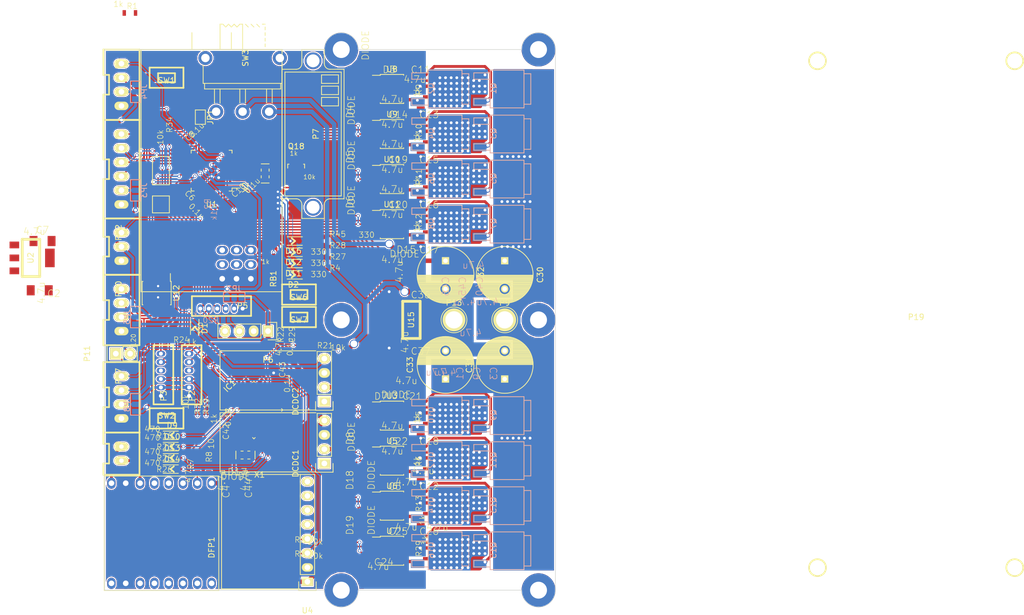
<source format=kicad_pcb>
(kicad_pcb (version 4) (host pcbnew 4.0.7)
  (layers (0 F.Cu signal) (31 B.Cu signal) (34 B.Paste user) (35 F.Paste user) (36 B.SilkS user) (37 F.SilkS user) (38 B.Mask user) (39 F.Mask user) (44 Edge.Cuts user))
  (net 0 "")
  (net 1 GND)
  (net 2 /NRST)
  (net 3 +3.3V)
  (net 4 /OSC_IN)
  (net 5 /OSC_OUT)
  (net 6 +5V)
  (net 7 /OUT_0_A)
  (net 8 /OUT_0_B)
  (net 9 "Net-(D1-Pad2)")
  (net 10 "Net-(D2-Pad2)")
  (net 11 /SWCLK)
  (net 12 /SWDIO)
  (net 13 /USART_TX)
  (net 14 /USART_RX)
  (net 15 "Net-(Q1-PadG)")
  (net 16 "Net-(Q2-PadG)")
  (net 17 "Net-(Q3-PadG)")
  (net 18 "Net-(Q4-PadG)")
  (net 19 +BATT)
  (net 20 /OUT_1_A)
  (net 21 /OUT_1_B)
  (net 22 /OUT_2_A)
  (net 23 /OUT_2_B)
  (net 24 "Net-(Q5-PadG)")
  (net 25 "Net-(Q6-PadG)")
  (net 26 "Net-(Q7-PadG)")
  (net 27 "Net-(Q8-PadG)")
  (net 28 "Net-(Q9-PadG)")
  (net 29 "Net-(Q10-PadG)")
  (net 30 "Net-(Q11-PadG)")
  (net 31 "Net-(Q12-PadG)")
  (net 32 /I2C_SDA)
  (net 33 /I2C_SCL)
  (net 34 /AT_RST)
  (net 35 /AT_RX)
  (net 36 /AT_TX)
  (net 37 "Net-(C11-Pad2)")
  (net 38 "Net-(C14-Pad2)")
  (net 39 "Net-(C19-Pad2)")
  (net 40 "Net-(C20-Pad2)")
  (net 41 "Net-(C21-Pad2)")
  (net 42 "Net-(C22-Pad2)")
  (net 43 /batt_voltage)
  (net 44 "Net-(P6-Pad3)")
  (net 45 "Net-(D11-Pad2)")
  (net 46 "Net-(D12-Pad2)")
  (net 47 /AT_LED1)
  (net 48 "Net-(D13-Pad2)")
  (net 49 /AT_LED2)
  (net 50 "Net-(D14-Pad2)")
  (net 51 /SPI_MOSI)
  (net 52 /SPI_MISO)
  (net 53 /SPI_SCK)
  (net 54 /PWM_2_A)
  (net 55 /PWM_2_B)
  (net 56 /PWM_0_A)
  (net 57 /PWM_0_B)
  (net 58 /PWM_1_A)
  (net 59 /PWM_1_B)
  (net 60 /BOOT0)
  (net 61 /GD_12V)
  (net 62 /INT0)
  (net 63 /LOGIC_BATT)
  (net 64 /SBUS)
  (net 65 "Net-(R34-Pad1)")
  (net 66 /STM_~SS0)
  (net 67 /STM_SCK)
  (net 68 /STM_MISO)
  (net 69 /STM_MOSI)
  (net 70 "Net-(D16-Pad2)")
  (net 71 "Net-(JP8-Pad2)")
  (net 72 "Net-(JP2-Pad2)")
  (net 73 "Net-(JP3-Pad2)")
  (net 74 /STM_LED1)
  (net 75 /STM_LED2)
  (net 76 /STM_LED3)
  (net 77 "Net-(D15-Pad1)")
  (net 78 "Net-(Q13-PadG)")
  (net 79 /AT_LED3)
  (net 80 "Net-(D9-Pad2)")
  (net 81 /AT_LED4)
  (net 82 "Net-(D10-Pad2)")
  (net 83 "Net-(P3-Pad6)")
  (net 84 "Net-(R19-Pad2)")
  (net 85 /OUT_3_A)
  (net 86 "Net-(C5-Pad2)")
  (net 87 /OUT_3_B)
  (net 88 "Net-(C25-Pad2)")
  (net 89 "Net-(DFP1-Pad2)")
  (net 90 /DFP_TX)
  (net 91 "Net-(DFP1-Pad6)")
  (net 92 "Net-(DFP1-Pad8)")
  (net 93 /POT_2)
  (net 94 /POT_1)
  (net 95 "Net-(Q14-PadG)")
  (net 96 "Net-(Q15-PadG)")
  (net 97 "Net-(Q16-PadG)")
  (net 98 /DFP_RX)
  (net 99 /PWM_3_B)
  (net 100 /PWM_3_A)
  (net 101 /~SD)
  (net 102 /CAN_TX)
  (net 103 /CAN_RX)
  (net 104 /CAN_L)
  (net 105 /CAN_H)
  (net 106 "Net-(P11-Pad1)")
  (net 107 "Net-(P12-Pad3)")
  (net 108 "Net-(Q18-PadG)")
  (net 109 "Net-(IC1-Pad7)")
  (net 110 "Net-(IC1-Pad8)")
  (net 111 "Net-(C4-Pad1)")
  (net 112 /STM_LED4)
  (net 113 /HW_OPT)
  (net 114 /STM_SW1)
  (net 115 /STM_SW2)
  (net 116 "Net-(JP4-Pad2)")
  (net 117 +12V)
  (net 118 "Net-(JP5-Pad2)")
  (module RP_KiCAD_Libs:ChinaDC-DC (layer F.Cu) (at 39 73.5 90)
    (fp_text reference DCDC1 (at 0 -5.1 90) (layer F.SilkS))
    (fp_text value ChinaDC-DC)
    (pad 1 thru_hole rect (at 0 0 90) (size 1.7272 2.032) (drill 1.016) (layers *.Cu *.Mask F.SilkS))
    (pad 2 thru_hole oval (at 2.54 0 90) (size 1.7272 2.032) (drill 1.016) (layers *.Cu *.Mask F.SilkS) (net 63 /LOGIC_BATT))
    (pad 3 thru_hole oval (at 5.08 0 90) (size 1.7272 2.032) (drill 1.016) (layers *.Cu *.Mask F.SilkS) (net 1 GND))
    (pad 4 thru_hole oval (at 7.62 0 90) (size 1.7272 2.032) (drill 1.016) (layers *.Cu *.Mask F.SilkS) (net 6 +5V))
  )
  (module Housings_QFP:TQFP-32_7x7mm_Pitch0.8mm (layer F.Cu) (at 26.5 64 45)
    (fp_text reference IC1 (at 0 -6.05 45) (layer F.SilkS))
    (fp_text value ATMEGA328P-A)
    (pad 1 smd rect (at -4.25 -2.8 45) (size 1.6 0.55) (layers F.Cu F.Paste F.Mask) (net 90 /DFP_TX))
    (pad 2 smd rect (at -4.25 -2 45) (size 1.6 0.55) (layers F.Cu F.Paste F.Mask) (net 98 /DFP_RX))
    (pad 3 smd rect (at -4.25 -1.2 45) (size 1.6 0.55) (layers F.Cu F.Paste F.Mask) (net 1 GND))
    (pad 4 smd rect (at -4.25 -0.4 45) (size 1.6 0.55) (layers F.Cu F.Paste F.Mask) (net 6 +5V))
    (pad 5 smd rect (at -4.25 0.4 45) (size 1.6 0.55) (layers F.Cu F.Paste F.Mask) (net 1 GND))
    (pad 6 smd rect (at -4.25 1.2 45) (size 1.6 0.55) (layers F.Cu F.Paste F.Mask) (net 6 +5V))
    (pad 7 smd rect (at -4.25 2 45) (size 1.6 0.55) (layers F.Cu F.Paste F.Mask) (net 109 "Net-(IC1-Pad7)"))
    (pad 8 smd rect (at -4.25 2.8 45) (size 1.6 0.55) (layers F.Cu F.Paste F.Mask) (net 110 "Net-(IC1-Pad8)"))
    (pad 9 smd rect (at -2.8 4.25 135) (size 1.6 0.55) (layers F.Cu F.Paste F.Mask) (net 47 /AT_LED1))
    (pad 10 smd rect (at -2 4.25 135) (size 1.6 0.55) (layers F.Cu F.Paste F.Mask) (net 49 /AT_LED2))
    (pad 11 smd rect (at -1.2 4.25 135) (size 1.6 0.55) (layers F.Cu F.Paste F.Mask))
    (pad 12 smd rect (at -0.4 4.25 135) (size 1.6 0.55) (layers F.Cu F.Paste F.Mask))
    (pad 13 smd rect (at 0.4 4.25 135) (size 1.6 0.55) (layers F.Cu F.Paste F.Mask))
    (pad 14 smd rect (at 1.2 4.25 135) (size 1.6 0.55) (layers F.Cu F.Paste F.Mask))
    (pad 15 smd rect (at 2 4.25 135) (size 1.6 0.55) (layers F.Cu F.Paste F.Mask) (net 51 /SPI_MOSI))
    (pad 16 smd rect (at 2.8 4.25 135) (size 1.6 0.55) (layers F.Cu F.Paste F.Mask) (net 52 /SPI_MISO))
    (pad 17 smd rect (at 4.25 2.8 45) (size 1.6 0.55) (layers F.Cu F.Paste F.Mask) (net 53 /SPI_SCK))
    (pad 18 smd rect (at 4.25 2 45) (size 1.6 0.55) (layers F.Cu F.Paste F.Mask) (net 6 +5V))
    (pad 19 smd rect (at 4.25 1.2 45) (size 1.6 0.55) (layers F.Cu F.Paste F.Mask))
    (pad 20 smd rect (at 4.25 0.4 45) (size 1.6 0.55) (layers F.Cu F.Paste F.Mask) (net 6 +5V))
    (pad 21 smd rect (at 4.25 -0.4 45) (size 1.6 0.55) (layers F.Cu F.Paste F.Mask) (net 1 GND))
    (pad 22 smd rect (at 4.25 -1.2 45) (size 1.6 0.55) (layers F.Cu F.Paste F.Mask) (net 43 /batt_voltage))
    (pad 23 smd rect (at 4.25 -2 45) (size 1.6 0.55) (layers F.Cu F.Paste F.Mask) (net 81 /AT_LED4))
    (pad 24 smd rect (at 4.25 -2.8 45) (size 1.6 0.55) (layers F.Cu F.Paste F.Mask))
    (pad 25 smd rect (at 2.8 -4.25 135) (size 1.6 0.55) (layers F.Cu F.Paste F.Mask))
    (pad 26 smd rect (at 2 -4.25 135) (size 1.6 0.55) (layers F.Cu F.Paste F.Mask) (net 79 /AT_LED3))
    (pad 27 smd rect (at 1.2 -4.25 135) (size 1.6 0.55) (layers F.Cu F.Paste F.Mask) (net 32 /I2C_SDA))
    (pad 28 smd rect (at 0.4 -4.25 135) (size 1.6 0.55) (layers F.Cu F.Paste F.Mask) (net 33 /I2C_SCL))
    (pad 29 smd rect (at -0.4 -4.25 135) (size 1.6 0.55) (layers F.Cu F.Paste F.Mask) (net 34 /AT_RST))
    (pad 30 smd rect (at -1.2 -4.25 135) (size 1.6 0.55) (layers F.Cu F.Paste F.Mask) (net 35 /AT_RX))
    (pad 31 smd rect (at -2 -4.25 135) (size 1.6 0.55) (layers F.Cu F.Paste F.Mask) (net 36 /AT_TX))
    (pad 32 smd rect (at -2.8 -4.25 135) (size 1.6 0.55) (layers F.Cu F.Paste F.Mask) (net 62 /INT0))
  )
  (module Capacitors_ThroughHole:C_Radial_D10_L13_P5 (layer F.Cu) (at 71 58.5 90)
    (fp_text reference C31 (at 2.5 -6.3 90) (layer F.SilkS))
    (fp_text value 220u)
    (pad 1 thru_hole rect (at 0 0 90) (size 1.3 1.3) (drill 0.8) (layers *.Cu *.Mask F.SilkS) (net 19 +BATT))
    (pad 2 thru_hole circle (at 5 0 90) (size 1.3 1.3) (drill 0.8) (layers *.Cu *.Mask F.SilkS) (net 1 GND))
  )
  (module RP_KiCAD_Connector:ZH_6T (layer F.Cu) (at 10 61.5 90)
    (fp_text reference P3 (at 0 0.5 90) (layer F.SilkS))
    (fp_text value CONN_01X06)
    (pad 1 thru_hole oval (at 0 0 90) (size 1 1.524) (drill 0.7) (layers *.Cu *.Mask) (net 1 GND))
    (pad 2 thru_hole oval (at 1.5 0 90) (size 1 1.524) (drill 0.7) (layers *.Cu *.Mask) (net 6 +5V))
    (pad 3 thru_hole oval (at 3 0 90) (size 1 1.524) (drill 0.7) (layers *.Cu *.Mask) (net 34 /AT_RST))
    (pad 4 thru_hole oval (at 4.5 0 90) (size 1 1.524) (drill 0.7) (layers *.Cu *.Mask))
    (pad 5 thru_hole oval (at 6 0 90) (size 1 1.524) (drill 0.7) (layers *.Cu *.Mask) (net 36 /AT_TX))
    (pad 6 thru_hole oval (at 7.5 0 90) (size 1 1.524) (drill 0.7) (layers *.Cu *.Mask) (net 83 "Net-(P3-Pad6)"))
  )
  (module LEDs:LED_0805 (layer F.Cu) (at 16 49.5 270)
    (fp_text reference D1 (at 0 -1.75 270) (layer F.SilkS))
    (fp_text value LED)
    (pad 1 smd rect (at 1.04902 0 90) (size 1.19888 1.19888) (layers F.Cu F.Paste F.Mask) (net 3 +3.3V))
    (pad 2 smd rect (at -1.04902 0 90) (size 1.19888 1.19888) (layers F.Cu F.Paste F.Mask) (net 9 "Net-(D1-Pad2)"))
  )
  (module LEDs:LED_0805 (layer F.Cu) (at 33.5 40 180)
    (fp_text reference D2 (at 0 -1.75 180) (layer F.SilkS))
    (fp_text value LED)
    (pad 1 smd rect (at 1.04902 0) (size 1.19888 1.19888) (layers F.Cu F.Paste F.Mask) (net 74 /STM_LED1))
    (pad 2 smd rect (at -1.04902 0) (size 1.19888 1.19888) (layers F.Cu F.Paste F.Mask) (net 10 "Net-(D2-Pad2)"))
  )
  (module RP_KiCAD_Libs:C2012 (layer F.Cu) (at 48 3 180)
    (fp_text reference D3 (at -1.27 -1.27 180) (layer F.SilkS) (effects (font (size 1.2065 1.2065) (thickness 0.1016)) (justify left bottom)))
    (fp_text value DIODE (at 1 1 450) (layer F.SilkS) (effects (font (size 1.2065 1.2065) (thickness 0.1016)) (justify left bottom)))
    (pad 1 smd rect (at -1.25 0 180) (size 1.3 1.5) (layers F.Cu F.Paste F.Mask) (net 37 "Net-(C11-Pad2)"))
    (pad 2 smd rect (at 1.25 0 180) (size 1.3 1.5) (layers F.Cu F.Paste F.Mask) (net 61 /GD_12V))
  )
  (module RP_KiCAD_Libs:C2012 (layer F.Cu) (at 45.5 11 90)
    (fp_text reference D4 (at -1.27 -1.27 90) (layer F.SilkS) (effects (font (size 1.2065 1.2065) (thickness 0.1016)) (justify left bottom)))
    (fp_text value DIODE (at -2.5 -1 90) (layer F.SilkS) (effects (font (size 1.2065 1.2065) (thickness 0.1016)) (justify left bottom)))
    (pad 1 smd rect (at -1.25 0 90) (size 1.3 1.5) (layers F.Cu F.Paste F.Mask) (net 38 "Net-(C14-Pad2)"))
    (pad 2 smd rect (at 1.25 0 90) (size 1.3 1.5) (layers F.Cu F.Paste F.Mask) (net 61 /GD_12V))
  )
  (module RP_KiCAD_Connector:ZH_6T (layer F.Cu) (at 24.5 46 180)
    (fp_text reference P5 (at 0 0.5 180) (layer F.SilkS))
    (fp_text value CONN_01X06)
    (pad 1 thru_hole oval (at 0 0 180) (size 1 1.524) (drill 0.7) (layers *.Cu *.Mask) (net 1 GND))
    (pad 2 thru_hole oval (at 1.5 0 180) (size 1 1.524) (drill 0.7) (layers *.Cu *.Mask) (net 72 "Net-(JP2-Pad2)"))
    (pad 3 thru_hole oval (at 3 0 180) (size 1 1.524) (drill 0.7) (layers *.Cu *.Mask) (net 11 /SWCLK))
    (pad 4 thru_hole oval (at 4.5 0 180) (size 1 1.524) (drill 0.7) (layers *.Cu *.Mask) (net 12 /SWDIO))
    (pad 5 thru_hole oval (at 6 0 180) (size 1 1.524) (drill 0.7) (layers *.Cu *.Mask) (net 13 /USART_TX))
    (pad 6 thru_hole oval (at 7.5 0 180) (size 1 1.524) (drill 0.7) (layers *.Cu *.Mask) (net 14 /USART_RX))
  )
  (module Housings_QFP:LQFP-48_7x7mm_Pitch0.5mm (layer F.Cu) (at 19 21.5 180)
    (fp_text reference U1 (at 0 -6 180) (layer F.SilkS))
    (fp_text value STM32F103_48)
    (pad 1 smd rect (at -4.35 -2.75 180) (size 1.3 0.25) (layers F.Cu F.Paste F.Mask) (net 3 +3.3V))
    (pad 2 smd rect (at -4.35 -2.25 180) (size 1.3 0.25) (layers F.Cu F.Paste F.Mask) (net 74 /STM_LED1))
    (pad 3 smd rect (at -4.35 -1.75 180) (size 1.3 0.25) (layers F.Cu F.Paste F.Mask) (net 75 /STM_LED2))
    (pad 4 smd rect (at -4.35 -1.25 180) (size 1.3 0.25) (layers F.Cu F.Paste F.Mask) (net 76 /STM_LED3))
    (pad 5 smd rect (at -4.35 -0.75 180) (size 1.3 0.25) (layers F.Cu F.Paste F.Mask) (net 4 /OSC_IN))
    (pad 6 smd rect (at -4.35 -0.25 180) (size 1.3 0.25) (layers F.Cu F.Paste F.Mask) (net 5 /OSC_OUT))
    (pad 7 smd rect (at -4.35 0.25 180) (size 1.3 0.25) (layers F.Cu F.Paste F.Mask) (net 2 /NRST))
    (pad 8 smd rect (at -4.35 0.75 180) (size 1.3 0.25) (layers F.Cu F.Paste F.Mask) (net 1 GND))
    (pad 9 smd rect (at -4.35 1.25 180) (size 1.3 0.25) (layers F.Cu F.Paste F.Mask) (net 3 +3.3V))
    (pad 10 smd rect (at -4.35 1.75 180) (size 1.3 0.25) (layers F.Cu F.Paste F.Mask) (net 94 /POT_1))
    (pad 11 smd rect (at -4.35 2.25 180) (size 1.3 0.25) (layers F.Cu F.Paste F.Mask) (net 93 /POT_2))
    (pad 12 smd rect (at -4.35 2.75 180) (size 1.3 0.25) (layers F.Cu F.Paste F.Mask) (net 112 /STM_LED4))
    (pad 13 smd rect (at -2.75 4.35 270) (size 1.3 0.25) (layers F.Cu F.Paste F.Mask) (net 64 /SBUS))
    (pad 14 smd rect (at -2.25 4.35 270) (size 1.3 0.25) (layers F.Cu F.Paste F.Mask))
    (pad 15 smd rect (at -1.75 4.35 270) (size 1.3 0.25) (layers F.Cu F.Paste F.Mask))
    (pad 16 smd rect (at -1.25 4.35 270) (size 1.3 0.25) (layers F.Cu F.Paste F.Mask) (net 59 /PWM_1_B))
    (pad 17 smd rect (at -0.75 4.35 270) (size 1.3 0.25) (layers F.Cu F.Paste F.Mask) (net 58 /PWM_1_A))
    (pad 18 smd rect (at -0.25 4.35 270) (size 1.3 0.25) (layers F.Cu F.Paste F.Mask) (net 57 /PWM_0_B))
    (pad 19 smd rect (at 0.25 4.35 270) (size 1.3 0.25) (layers F.Cu F.Paste F.Mask) (net 56 /PWM_0_A))
    (pad 20 smd rect (at 0.75 4.35 270) (size 1.3 0.25) (layers F.Cu F.Paste F.Mask) (net 113 /HW_OPT))
    (pad 21 smd rect (at 1.25 4.35 270) (size 1.3 0.25) (layers F.Cu F.Paste F.Mask) (net 65 "Net-(R34-Pad1)"))
    (pad 22 smd rect (at 1.75 4.35 270) (size 1.3 0.25) (layers F.Cu F.Paste F.Mask) (net 36 /AT_TX))
    (pad 23 smd rect (at 2.25 4.35 270) (size 1.3 0.25) (layers F.Cu F.Paste F.Mask) (net 1 GND))
    (pad 24 smd rect (at 2.75 4.35 270) (size 1.3 0.25) (layers F.Cu F.Paste F.Mask) (net 3 +3.3V))
    (pad 25 smd rect (at 4.35 2.75 180) (size 1.3 0.25) (layers F.Cu F.Paste F.Mask) (net 66 /STM_~SS0))
    (pad 26 smd rect (at 4.35 2.25 180) (size 1.3 0.25) (layers F.Cu F.Paste F.Mask) (net 67 /STM_SCK))
    (pad 27 smd rect (at 4.35 1.75 180) (size 1.3 0.25) (layers F.Cu F.Paste F.Mask) (net 68 /STM_MISO))
    (pad 28 smd rect (at 4.35 1.25 180) (size 1.3 0.25) (layers F.Cu F.Paste F.Mask) (net 69 /STM_MOSI))
    (pad 29 smd rect (at 4.35 0.75 180) (size 1.3 0.25) (layers F.Cu F.Paste F.Mask) (net 101 /~SD))
    (pad 30 smd rect (at 4.35 0.25 180) (size 1.3 0.25) (layers F.Cu F.Paste F.Mask) (net 13 /USART_TX))
    (pad 31 smd rect (at 4.35 -0.25 180) (size 1.3 0.25) (layers F.Cu F.Paste F.Mask) (net 14 /USART_RX))
    (pad 32 smd rect (at 4.35 -0.75 180) (size 1.3 0.25) (layers F.Cu F.Paste F.Mask) (net 102 /CAN_TX))
    (pad 33 smd rect (at 4.35 -1.25 180) (size 1.3 0.25) (layers F.Cu F.Paste F.Mask) (net 103 /CAN_RX))
    (pad 34 smd rect (at 4.35 -1.75 180) (size 1.3 0.25) (layers F.Cu F.Paste F.Mask) (net 12 /SWDIO))
    (pad 35 smd rect (at 4.35 -2.25 180) (size 1.3 0.25) (layers F.Cu F.Paste F.Mask) (net 1 GND))
    (pad 36 smd rect (at 4.35 -2.75 180) (size 1.3 0.25) (layers F.Cu F.Paste F.Mask) (net 3 +3.3V))
    (pad 37 smd rect (at 2.75 -4.35 270) (size 1.3 0.25) (layers F.Cu F.Paste F.Mask) (net 11 /SWCLK))
    (pad 38 smd rect (at 2.25 -4.35 270) (size 1.3 0.25) (layers F.Cu F.Paste F.Mask))
    (pad 39 smd rect (at 1.75 -4.35 270) (size 1.3 0.25) (layers F.Cu F.Paste F.Mask))
    (pad 40 smd rect (at 1.25 -4.35 270) (size 1.3 0.25) (layers F.Cu F.Paste F.Mask) (net 115 /STM_SW2))
    (pad 41 smd rect (at 0.75 -4.35 270) (size 1.3 0.25) (layers F.Cu F.Paste F.Mask) (net 114 /STM_SW1))
    (pad 42 smd rect (at 0.25 -4.35 270) (size 1.3 0.25) (layers F.Cu F.Paste F.Mask) (net 99 /PWM_3_B))
    (pad 43 smd rect (at -0.25 -4.35 270) (size 1.3 0.25) (layers F.Cu F.Paste F.Mask) (net 100 /PWM_3_A))
    (pad 44 smd rect (at -0.75 -4.35 270) (size 1.3 0.25) (layers F.Cu F.Paste F.Mask) (net 60 /BOOT0))
    (pad 45 smd rect (at -1.25 -4.35 270) (size 1.3 0.25) (layers F.Cu F.Paste F.Mask) (net 55 /PWM_2_B))
    (pad 46 smd rect (at -1.75 -4.35 270) (size 1.3 0.25) (layers F.Cu F.Paste F.Mask) (net 54 /PWM_2_A))
    (pad 47 smd rect (at -2.25 -4.35 270) (size 1.3 0.25) (layers F.Cu F.Paste F.Mask) (net 1 GND))
    (pad 48 smd rect (at -2.75 -4.35 270) (size 1.3 0.25) (layers F.Cu F.Paste F.Mask) (net 3 +3.3V))
  )
  (module TO_SOT_Packages_SMD:SOT-223_reg (layer F.Cu) (at -16 37 270)
    (fp_text reference U2 (at 0 -2.9 270) (layer F.SilkS))
    (fp_text value NCP1117ST33T3G)
    (pad 1 smd rect (at -2.3 0 270) (size 1.2 1.7) (layers F.Cu F.Paste F.Mask) (net 1 GND))
    (pad 2 smd rect (at 0 0 270) (size 1.2 1.7) (layers F.Cu F.Paste F.Mask) (net 3 +3.3V))
    (pad 3 smd rect (at 2.3 0 270) (size 1.2 1.7) (layers F.Cu F.Paste F.Mask) (net 6 +5V))
    (pad 2 smd rect (at 0 -6.3 270) (size 3.3 1.7) (layers F.Cu F.Paste F.Mask) (net 3 +3.3V))
  )
  (module RP_KiCAD_Libs:C2012 (layer F.Cu) (at 45.5 19 90)
    (fp_text reference D5 (at -1.27 -1.27 90) (layer F.SilkS) (effects (font (size 1.2065 1.2065) (thickness 0.1016)) (justify left bottom)))
    (fp_text value DIODE (at -2.5 -1 90) (layer F.SilkS) (effects (font (size 1.2065 1.2065) (thickness 0.1016)) (justify left bottom)))
    (pad 1 smd rect (at -1.25 0 90) (size 1.3 1.5) (layers F.Cu F.Paste F.Mask) (net 39 "Net-(C19-Pad2)"))
    (pad 2 smd rect (at 1.25 0 90) (size 1.3 1.5) (layers F.Cu F.Paste F.Mask) (net 61 /GD_12V))
  )
  (module RP_KiCAD_Libs:C2012 (layer F.Cu) (at 45.5 27 90)
    (fp_text reference D6 (at -1.27 -1.27 90) (layer F.SilkS) (effects (font (size 1.2065 1.2065) (thickness 0.1016)) (justify left bottom)))
    (fp_text value DIODE (at -2.5 -1 90) (layer F.SilkS) (effects (font (size 1.2065 1.2065) (thickness 0.1016)) (justify left bottom)))
    (pad 1 smd rect (at -1.25 0 90) (size 1.3 1.5) (layers F.Cu F.Paste F.Mask) (net 40 "Net-(C20-Pad2)"))
    (pad 2 smd rect (at 1.25 0 90) (size 1.3 1.5) (layers F.Cu F.Paste F.Mask) (net 61 /GD_12V))
  )
  (module RP_KiCAD_Libs:C2012 (layer F.Cu) (at 46.5 61 180)
    (fp_text reference D7 (at -1.27 -1.27 180) (layer F.SilkS) (effects (font (size 1.2065 1.2065) (thickness 0.1016)) (justify left bottom)))
    (fp_text value DIODE (at -2.5 -1 180) (layer F.SilkS) (effects (font (size 1.2065 1.2065) (thickness 0.1016)) (justify left bottom)))
    (pad 1 smd rect (at -1.25 0 180) (size 1.3 1.5) (layers F.Cu F.Paste F.Mask) (net 41 "Net-(C21-Pad2)"))
    (pad 2 smd rect (at 1.25 0 180) (size 1.3 1.5) (layers F.Cu F.Paste F.Mask) (net 61 /GD_12V))
  )
  (module RP_KiCAD_Libs:C2012 (layer F.Cu) (at 45.5 69 90)
    (fp_text reference D8 (at -1.27 -1.27 90) (layer F.SilkS) (effects (font (size 1.2065 1.2065) (thickness 0.1016)) (justify left bottom)))
    (fp_text value DIODE (at -2.5 -1 90) (layer F.SilkS) (effects (font (size 1.2065 1.2065) (thickness 0.1016)) (justify left bottom)))
    (pad 1 smd rect (at -1.25 0 90) (size 1.3 1.5) (layers F.Cu F.Paste F.Mask) (net 42 "Net-(C22-Pad2)"))
    (pad 2 smd rect (at 1.25 0 90) (size 1.3 1.5) (layers F.Cu F.Paste F.Mask) (net 61 /GD_12V))
  )
  (module TO_SOT_Packages_SMD:SOT-428_GDS_compact (layer B.Cu) (at 59 7 90)
    (fp_text reference Q2 (at 0.09906 -1.00076 90) (layer B.SilkS) (effects (justify mirror)))
    (fp_text value MOSFET_N)
    (pad G smd rect (at -2.27584 -3.44932 90) (size 1.50114 2.49936) (layers B.Cu B.Paste B.Mask) (net 16 "Net-(Q2-PadG)"))
    (pad S smd rect (at 2.27584 -3.44932 90) (size 1.50114 2.49936) (layers B.Cu B.Paste B.Mask) (net 1 GND))
    (pad D smd rect (at 0 2.44932 90) (size 7.00024 7.00024) (layers B.Cu B.Paste B.Mask) (net 7 /OUT_0_A))
  )
  (module TO_SOT_Packages_SMD:SOT-428_GDS_compact (layer B.Cu) (at 59 15 90)
    (fp_text reference Q4 (at 0.09906 -1.00076 90) (layer B.SilkS) (effects (justify mirror)))
    (fp_text value MOSFET_N)
    (pad G smd rect (at -2.27584 -3.44932 90) (size 1.50114 2.49936) (layers B.Cu B.Paste B.Mask) (net 18 "Net-(Q4-PadG)"))
    (pad S smd rect (at 2.27584 -3.44932 90) (size 1.50114 2.49936) (layers B.Cu B.Paste B.Mask) (net 1 GND))
    (pad D smd rect (at 0 2.44932 90) (size 7.00024 7.00024) (layers B.Cu B.Paste B.Mask) (net 8 /OUT_0_B))
  )
  (module TO_SOT_Packages_SMD:SOT-428_GDS_compact (layer B.Cu) (at 70 23 90)
    (fp_text reference Q5 (at 0.09906 -1.00076 90) (layer B.SilkS) (effects (justify mirror)))
    (fp_text value MOSFET_N)
    (pad G smd rect (at -2.27584 -3.44932 90) (size 1.50114 2.49936) (layers B.Cu B.Paste B.Mask) (net 24 "Net-(Q5-PadG)"))
    (pad S smd rect (at 2.27584 -3.44932 90) (size 1.50114 2.49936) (layers B.Cu B.Paste B.Mask) (net 20 /OUT_1_A))
    (pad D smd rect (at 0 2.44932 90) (size 7.00024 7.00024) (layers B.Cu B.Paste B.Mask) (net 19 +BATT))
  )
  (module TO_SOT_Packages_SMD:SOT-428_GDS_compact (layer B.Cu) (at 59 23 90)
    (fp_text reference Q6 (at 0.09906 -1.00076 90) (layer B.SilkS) (effects (justify mirror)))
    (fp_text value MOSFET_N)
    (pad G smd rect (at -2.27584 -3.44932 90) (size 1.50114 2.49936) (layers B.Cu B.Paste B.Mask) (net 25 "Net-(Q6-PadG)"))
    (pad S smd rect (at 2.27584 -3.44932 90) (size 1.50114 2.49936) (layers B.Cu B.Paste B.Mask) (net 1 GND))
    (pad D smd rect (at 0 2.44932 90) (size 7.00024 7.00024) (layers B.Cu B.Paste B.Mask) (net 20 /OUT_1_A))
  )
  (module TO_SOT_Packages_SMD:SOT-428_GDS_compact (layer B.Cu) (at 70 31 90)
    (fp_text reference Q7 (at 0.09906 -1.00076 90) (layer B.SilkS) (effects (justify mirror)))
    (fp_text value MOSFET_N)
    (pad G smd rect (at -2.27584 -3.44932 90) (size 1.50114 2.49936) (layers B.Cu B.Paste B.Mask) (net 26 "Net-(Q7-PadG)"))
    (pad S smd rect (at 2.27584 -3.44932 90) (size 1.50114 2.49936) (layers B.Cu B.Paste B.Mask) (net 21 /OUT_1_B))
    (pad D smd rect (at 0 2.44932 90) (size 7.00024 7.00024) (layers B.Cu B.Paste B.Mask) (net 19 +BATT))
  )
  (module TO_SOT_Packages_SMD:SOT-428_GDS_compact (layer B.Cu) (at 59 31 90)
    (fp_text reference Q8 (at 0.09906 -1.00076 90) (layer B.SilkS) (effects (justify mirror)))
    (fp_text value MOSFET_N)
    (pad G smd rect (at -2.27584 -3.44932 90) (size 1.50114 2.49936) (layers B.Cu B.Paste B.Mask) (net 27 "Net-(Q8-PadG)"))
    (pad S smd rect (at 2.27584 -3.44932 90) (size 1.50114 2.49936) (layers B.Cu B.Paste B.Mask) (net 1 GND))
    (pad D smd rect (at 0 2.44932 90) (size 7.00024 7.00024) (layers B.Cu B.Paste B.Mask) (net 21 /OUT_1_B))
  )
  (module TO_SOT_Packages_SMD:SOT-428_GDS_compact (layer B.Cu) (at 70 65 90)
    (fp_text reference Q9 (at 0.09906 -1.00076 90) (layer B.SilkS) (effects (justify mirror)))
    (fp_text value MOSFET_N)
    (pad G smd rect (at -2.27584 -3.44932 90) (size 1.50114 2.49936) (layers B.Cu B.Paste B.Mask) (net 28 "Net-(Q9-PadG)"))
    (pad S smd rect (at 2.27584 -3.44932 90) (size 1.50114 2.49936) (layers B.Cu B.Paste B.Mask) (net 22 /OUT_2_A))
    (pad D smd rect (at 0 2.44932 90) (size 7.00024 7.00024) (layers B.Cu B.Paste B.Mask) (net 19 +BATT))
  )
  (module TO_SOT_Packages_SMD:SOT-428_GDS_compact (layer B.Cu) (at 59 65 90)
    (fp_text reference Q10 (at 0.09906 -1.00076 90) (layer B.SilkS) (effects (justify mirror)))
    (fp_text value MOSFET_N)
    (pad G smd rect (at -2.27584 -3.44932 90) (size 1.50114 2.49936) (layers B.Cu B.Paste B.Mask) (net 29 "Net-(Q10-PadG)"))
    (pad S smd rect (at 2.27584 -3.44932 90) (size 1.50114 2.49936) (layers B.Cu B.Paste B.Mask) (net 1 GND))
    (pad D smd rect (at 0 2.44932 90) (size 7.00024 7.00024) (layers B.Cu B.Paste B.Mask) (net 22 /OUT_2_A))
  )
  (module TO_SOT_Packages_SMD:SOT-428_GDS_compact (layer B.Cu) (at 70 73 90)
    (fp_text reference Q11 (at 0.09906 -1.00076 90) (layer B.SilkS) (effects (justify mirror)))
    (fp_text value MOSFET_N)
    (pad G smd rect (at -2.27584 -3.44932 90) (size 1.50114 2.49936) (layers B.Cu B.Paste B.Mask) (net 30 "Net-(Q11-PadG)"))
    (pad S smd rect (at 2.27584 -3.44932 90) (size 1.50114 2.49936) (layers B.Cu B.Paste B.Mask) (net 23 /OUT_2_B))
    (pad D smd rect (at 0 2.44932 90) (size 7.00024 7.00024) (layers B.Cu B.Paste B.Mask) (net 19 +BATT))
  )
  (module TO_SOT_Packages_SMD:SOT-428_GDS_compact (layer B.Cu) (at 59 73 90)
    (fp_text reference Q12 (at 0.09906 -1.00076 90) (layer B.SilkS) (effects (justify mirror)))
    (fp_text value MOSFET_N)
    (pad G smd rect (at -2.27584 -3.44932 90) (size 1.50114 2.49936) (layers B.Cu B.Paste B.Mask) (net 31 "Net-(Q12-PadG)"))
    (pad S smd rect (at 2.27584 -3.44932 90) (size 1.50114 2.49936) (layers B.Cu B.Paste B.Mask) (net 1 GND))
    (pad D smd rect (at 0 2.44932 90) (size 7.00024 7.00024) (layers B.Cu B.Paste B.Mask) (net 23 /OUT_2_B))
  )
  (module TO_SOT_Packages_SMD:SOT-428_GDS_compact (layer B.Cu) (at 70 7 90)
    (fp_text reference Q1 (at 0.09906 -1.00076 90) (layer B.SilkS) (effects (justify mirror)))
    (fp_text value MOSFET_N)
    (pad G smd rect (at -2.3 -3.45 90) (size 1.5 2.4) (layers B.Cu B.Paste B.Mask) (net 15 "Net-(Q1-PadG)"))
    (pad S smd rect (at 2.3 -3.45 90) (size 1.5 2.4) (layers B.Cu B.Paste B.Mask) (net 7 /OUT_0_A))
    (pad D smd rect (at 0 2.44932 90) (size 7.00024 7.00024) (layers B.Cu B.Paste B.Mask) (net 19 +BATT))
  )
  (module TO_SOT_Packages_SMD:SOT-428_GDS_compact (layer B.Cu) (at 70 15 90)
    (fp_text reference Q3 (at 0.09906 -1.00076 90) (layer B.SilkS) (effects (justify mirror)))
    (fp_text value MOSFET_N)
    (pad G smd rect (at -2.3 -3.45 90) (size 1.5 2.4) (layers B.Cu B.Paste B.Mask) (net 17 "Net-(Q3-PadG)"))
    (pad S smd rect (at 2.3 -3.45 90) (size 1.5 2.4) (layers B.Cu B.Paste B.Mask) (net 8 /OUT_0_B))
    (pad D smd rect (at 0 2.44932 90) (size 7.00024 7.00024) (layers B.Cu B.Paste B.Mask) (net 19 +BATT))
  )
  (module Socket_Strips:Socket_Strip_Straight_1x04 (layer F.Cu) (at 29 50 180)
    (fp_text reference P6 (at 0 -5.1 180) (layer F.SilkS))
    (fp_text value CONN_01X04)
    (pad 1 thru_hole rect (at 0 0 180) (size 1.7272 2.032) (drill 1.016) (layers *.Cu *.Mask F.SilkS) (net 6 +5V))
    (pad 2 thru_hole oval (at 2.54 0 180) (size 1.7272 2.032) (drill 1.016) (layers *.Cu *.Mask F.SilkS) (net 1 GND))
    (pad 3 thru_hole oval (at 5.08 0 180) (size 1.7272 2.032) (drill 1.016) (layers *.Cu *.Mask F.SilkS) (net 44 "Net-(P6-Pad3)"))
    (pad 4 thru_hole oval (at 7.62 0 180) (size 1.7272 2.032) (drill 1.016) (layers *.Cu *.Mask F.SilkS) (net 13 /USART_TX))
  )
  (module Capacitors_ThroughHole:C_Radial_D10_L13_P5 (layer F.Cu) (at 71 37.5 270)
    (fp_text reference C30 (at 2.5 -6.3 270) (layer F.SilkS))
    (fp_text value 220u)
    (pad 1 thru_hole rect (at 0 0 270) (size 1.3 1.3) (drill 0.8) (layers *.Cu *.Mask F.SilkS) (net 19 +BATT))
    (pad 2 thru_hole circle (at 5 0 270) (size 1.3 1.3) (drill 0.8) (layers *.Cu *.Mask F.SilkS) (net 1 GND))
  )
  (module Capacitors_ThroughHole:C_Radial_D10_L13_P5 (layer F.Cu) (at 60.5 37.5 270)
    (fp_text reference C32 (at 2.5 -6.3 270) (layer F.SilkS))
    (fp_text value 220u)
    (pad 1 thru_hole rect (at 0 0 270) (size 1.3 1.3) (drill 0.8) (layers *.Cu *.Mask F.SilkS) (net 19 +BATT))
    (pad 2 thru_hole circle (at 5 0 270) (size 1.3 1.3) (drill 0.8) (layers *.Cu *.Mask F.SilkS) (net 1 GND))
  )
  (module Capacitors_ThroughHole:C_Radial_D10_L13_P5 (layer F.Cu) (at 60.5 58.5 90)
    (fp_text reference C33 (at 2.5 -6.3 90) (layer F.SilkS))
    (fp_text value 220u)
    (pad 1 thru_hole rect (at 0 0 90) (size 1.3 1.3) (drill 0.8) (layers *.Cu *.Mask F.SilkS) (net 19 +BATT))
    (pad 2 thru_hole circle (at 5 0 90) (size 1.3 1.3) (drill 0.8) (layers *.Cu *.Mask F.SilkS) (net 1 GND))
  )
  (module LEDs:LED_0805 (layer F.Cu) (at 33.5 38 180)
    (fp_text reference D11 (at 0 -1.75 180) (layer F.SilkS))
    (fp_text value LED)
    (pad 1 smd rect (at 1.04902 0) (size 1.19888 1.19888) (layers F.Cu F.Paste F.Mask) (net 75 /STM_LED2))
    (pad 2 smd rect (at -1.04902 0) (size 1.19888 1.19888) (layers F.Cu F.Paste F.Mask) (net 45 "Net-(D11-Pad2)"))
  )
  (module LEDs:LED_0805 (layer F.Cu) (at 33.5 36 180)
    (fp_text reference D12 (at 0 -1.75 180) (layer F.SilkS))
    (fp_text value LED)
    (pad 1 smd rect (at 1.04902 0) (size 1.19888 1.19888) (layers F.Cu F.Paste F.Mask) (net 76 /STM_LED3))
    (pad 2 smd rect (at -1.04902 0) (size 1.19888 1.19888) (layers F.Cu F.Paste F.Mask) (net 46 "Net-(D12-Pad2)"))
  )
  (module TO_SOT_Packages_SMD:SOT-223_reg (layer F.Cu) (at 51.5 48 270)
    (fp_text reference U15 (at 0 -2.9 270) (layer F.SilkS))
    (fp_text value NCP1117ST12T3G)
    (pad 1 smd rect (at -2.3 0 270) (size 1.2 1.7) (layers F.Cu F.Paste F.Mask) (net 1 GND))
    (pad 2 smd rect (at 0 0 270) (size 1.2 1.7) (layers F.Cu F.Paste F.Mask) (net 61 /GD_12V))
    (pad 3 smd rect (at 2.3 0 270) (size 1.2 1.7) (layers F.Cu F.Paste F.Mask) (net 63 /LOGIC_BATT))
    (pad 2 smd rect (at 0 -6.3 270) (size 3.3 1.7) (layers F.Cu F.Paste F.Mask) (net 61 /GD_12V))
  )
  (module RP_KiCAD_Connector:XA_4T (layer F.Cu) (at 3 58 270)
    (fp_text reference P17 (at 0 0.5 270) (layer F.SilkS))
    (fp_text value CONN_01X04)
    (pad 4 thru_hole oval (at 0 0 270) (size 1.5 2.5) (drill 1) (layers *.Cu *.Mask F.SilkS) (net 33 /I2C_SCL))
    (pad 3 thru_hole oval (at 2.5 0 270) (size 1.5 2.5) (drill 1) (layers *.Cu *.Mask F.SilkS) (net 32 /I2C_SDA))
    (pad 2 thru_hole oval (at 5 0 270) (size 1.5 2.5) (drill 1) (layers *.Cu *.Mask F.SilkS) (net 71 "Net-(JP8-Pad2)"))
    (pad 1 thru_hole oval (at 7.5 0 270) (size 1.5 2.5) (drill 1) (layers *.Cu *.Mask F.SilkS) (net 1 GND))
  )
  (module RP_KiCAD_Connector:XA_6T (layer F.Cu) (at 3 15 270)
    (fp_text reference P1 (at 0 0.5 270) (layer F.SilkS))
    (fp_text value CONN_01X06)
    (pad 6 thru_hole oval (at 0 0 270) (size 1.5 2.5) (drill 1) (layers *.Cu *.Mask F.SilkS) (net 69 /STM_MOSI))
    (pad 5 thru_hole oval (at 2.5 0 270) (size 1.5 2.5) (drill 1) (layers *.Cu *.Mask F.SilkS) (net 68 /STM_MISO))
    (pad 4 thru_hole oval (at 5 0 270) (size 1.5 2.5) (drill 1) (layers *.Cu *.Mask F.SilkS) (net 67 /STM_SCK))
    (pad 3 thru_hole oval (at 7.5 0 270) (size 1.5 2.5) (drill 1) (layers *.Cu *.Mask F.SilkS) (net 66 /STM_~SS0))
    (pad 2 thru_hole oval (at 10 0 270) (size 1.5 2.5) (drill 1) (layers *.Cu *.Mask F.SilkS) (net 73 "Net-(JP3-Pad2)"))
    (pad 1 thru_hole oval (at 12.5 0 270) (size 1.5 2.5) (drill 1) (layers *.Cu *.Mask F.SilkS) (net 1 GND))
  )
  (module Buttons_Switches_SMD:RP_SMD_Button (layer F.Cu) (at 34.5 43.5)
    (fp_text reference SW6 (at 0 0.5) (layer F.SilkS))
    (fp_text value SW_PUSH)
    (pad 1 smd rect (at 2.8 0) (size 2.6 1.5) (layers F.Cu F.Paste F.Mask) (net 1 GND))
    (pad 2 smd rect (at -2.8 0) (size 2.6 1.5) (layers F.Cu F.Paste F.Mask) (net 114 /STM_SW1))
  )
  (module Buttons_Switches_SMD:RP_SMD_Button (layer F.Cu) (at 34.5 47.5)
    (fp_text reference SW7 (at 0 0.5) (layer F.SilkS))
    (fp_text value SW_PUSH)
    (pad 1 smd rect (at 2.8 0) (size 2.6 1.5) (layers F.Cu F.Paste F.Mask) (net 1 GND))
    (pad 2 smd rect (at -2.8 0) (size 2.6 1.5) (layers F.Cu F.Paste F.Mask) (net 115 /STM_SW2))
  )
  (module Buttons_Switches_SMD:RP_SMD_Button (layer F.Cu) (at 11 5)
    (fp_text reference SW1 (at 0 0.5) (layer F.SilkS))
    (fp_text value SW_PUSH)
    (pad 1 smd rect (at 2.8 0) (size 2.6 1.5) (layers F.Cu F.Paste F.Mask) (net 1 GND))
    (pad 2 smd rect (at -2.8 0) (size 2.6 1.5) (layers F.Cu F.Paste F.Mask) (net 2 /NRST))
  )
  (module Buttons_Switches_SMD:RP_SMD_Button (layer F.Cu) (at 11 65.5 180)
    (fp_text reference SW2 (at 0 0.5 180) (layer F.SilkS))
    (fp_text value SW_PUSH)
    (pad 1 smd rect (at 2.8 0 180) (size 2.6 1.5) (layers F.Cu F.Paste F.Mask) (net 1 GND))
    (pad 2 smd rect (at -2.8 0 180) (size 2.6 1.5) (layers F.Cu F.Paste F.Mask) (net 84 "Net-(R19-Pad2)"))
  )
  (module LEDs:LED_0805 (layer F.Cu) (at 33.5 34 180)
    (fp_text reference D16 (at 0 -1.75 180) (layer F.SilkS))
    (fp_text value LED)
    (pad 1 smd rect (at 1.04902 0) (size 1.19888 1.19888) (layers F.Cu F.Paste F.Mask) (net 112 /STM_LED4))
    (pad 2 smd rect (at -1.04902 0) (size 1.19888 1.19888) (layers F.Cu F.Paste F.Mask) (net 70 "Net-(D16-Pad2)"))
  )
  (module Symbols:kw (layer F.Cu) (at 94 25.5 90)
    (fp_text reference P21 hide)
    (fp_text value CONN_01X01 hide)
  )
  (module Symbols:ckw (layer B.Cu) (at 120.5 24.5 90)
    (fp_text reference P22 hide)
    (fp_text value CONN_01X01 hide)
  )
  (module RP_KiCAD_Libs:C1608_WP_S (layer F.Cu) (at 14 26.5 315)
    (fp_text reference C6 (at -0.635 -0.635 315) (layer F.SilkS) (effects (font (thickness 0.1)) (justify left bottom)))
    (fp_text value 0.1u (at 1.5 0.5 315) (layer F.SilkS) (effects (font (thickness 0.1)) (justify left bottom)))
    (pad 1 smd rect (at -0.9 0 315) (size 0.6 1) (layers F.Cu F.Paste F.Mask) (net 1 GND))
    (pad 2 smd rect (at 1 0 315) (size 0.6 1) (layers F.Cu F.Paste F.Mask) (net 3 +3.3V))
  )
  (module RP_KiCAD_Libs:C1608_WP_S (layer F.Cu) (at 14 16.5 225)
    (fp_text reference C8 (at -0.635 -0.635 225) (layer F.SilkS) (effects (font (thickness 0.1)) (justify left bottom)))
    (fp_text value 0.1u (at -1.414214 -0.707107 225) (layer F.SilkS) (effects (font (thickness 0.1)) (justify left bottom)))
    (pad 1 smd rect (at -0.9 0 225) (size 0.6 1) (layers F.Cu F.Paste F.Mask) (net 1 GND))
    (pad 2 smd rect (at 1 0 225) (size 0.6 1) (layers F.Cu F.Paste F.Mask) (net 3 +3.3V))
  )
  (module RP_KiCAD_Libs:C1608_WP_S (layer F.Cu) (at 24 26.5 45)
    (fp_text reference C10 (at -0.635 -0.635 45) (layer F.SilkS) (effects (font (thickness 0.1)) (justify left bottom)))
    (fp_text value 0.1u (at 1.5 0.5 45) (layer F.SilkS) (effects (font (thickness 0.1)) (justify left bottom)))
    (pad 1 smd rect (at -0.9 0 45) (size 0.6 1) (layers F.Cu F.Paste F.Mask) (net 1 GND))
    (pad 2 smd rect (at 1 0 45) (size 0.6 1) (layers F.Cu F.Paste F.Mask) (net 3 +3.3V))
  )
  (module RP_KiCAD_Libs:C1608_WP_S (layer F.Cu) (at 31.5 59 270)
    (fp_text reference C43 (at -0.635 -0.635 270) (layer F.SilkS) (effects (font (thickness 0.1)) (justify left bottom)))
    (fp_text value 0.1u (at 2 -1.5 270) (layer F.SilkS) (effects (font (thickness 0.1)) (justify left bottom)))
    (pad 1 smd rect (at -0.9 0 270) (size 0.6 1) (layers F.Cu F.Paste F.Mask) (net 1 GND))
    (pad 2 smd rect (at 1 0 270) (size 0.6 1) (layers F.Cu F.Paste F.Mask) (net 6 +5V))
  )
  (module RP_KiCAD_Libs:C1608_WP_S (layer B.Cu) (at 19.5 27 270)
    (fp_text reference R2 (at -0.635 0.635 270) (layer B.SilkS) (effects (font (thickness 0.1)) (justify left bottom mirror)))
    (fp_text value 1k (at 1.5 -0.5 270) (layer B.SilkS) (effects (font (thickness 0.1)) (justify left bottom mirror)))
    (pad 1 smd rect (at -0.9 0 270) (size 0.6 1) (layers B.Cu B.Paste B.Mask) (net 1 GND))
    (pad 2 smd rect (at 1 0 270) (size 0.6 1) (layers B.Cu B.Paste B.Mask) (net 60 /BOOT0))
  )
  (module RP_KiCAD_Libs:C1608_WP_S (layer F.Cu) (at 40.5 40)
    (fp_text reference R4 (at -0.635 -0.635) (layer F.SilkS) (effects (font (thickness 0.1)) (justify left bottom)))
    (fp_text value 330 (at -4 0.5) (layer F.SilkS) (effects (font (thickness 0.1)) (justify left bottom)))
    (pad 1 smd rect (at -0.9 0) (size 0.6 1) (layers F.Cu F.Paste F.Mask) (net 10 "Net-(D2-Pad2)"))
    (pad 2 smd rect (at 1 0) (size 0.6 1) (layers F.Cu F.Paste F.Mask) (net 1 GND))
  )
  (module RP_KiCAD_Libs:C1608_WP_S (layer F.Cu) (at 57 65.5 90)
    (fp_text reference R5 (at -0.635 -0.635 90) (layer F.SilkS) (effects (font (thickness 0.1)) (justify left bottom)))
    (fp_text value 1k (at -1 -1 90) (layer F.SilkS) (effects (font (thickness 0.1)) (justify left bottom)))
    (pad 1 smd rect (at -0.9 0 90) (size 0.6 1) (layers F.Cu F.Paste F.Mask) (net 22 /OUT_2_A))
    (pad 2 smd rect (at 1 0 90) (size 0.6 1) (layers F.Cu F.Paste F.Mask) (net 1 GND))
  )
  (module RP_KiCAD_Libs:C1608_WP_S (layer F.Cu) (at 57 73.5 90)
    (fp_text reference R6 (at -0.635 -0.635 90) (layer F.SilkS) (effects (font (thickness 0.1)) (justify left bottom)))
    (fp_text value 1k (at -0.5 -1 90) (layer F.SilkS) (effects (font (thickness 0.1)) (justify left bottom)))
    (pad 1 smd rect (at -0.9 0 90) (size 0.6 1) (layers F.Cu F.Paste F.Mask) (net 23 /OUT_2_B))
    (pad 2 smd rect (at 1 0 90) (size 0.6 1) (layers F.Cu F.Paste F.Mask) (net 1 GND))
  )
  (module RP_KiCAD_Libs:C1608_WP_S (layer F.Cu) (at 57 7.5 90)
    (fp_text reference R9 (at -0.635 -0.635 90) (layer F.SilkS) (effects (font (thickness 0.1)) (justify left bottom)))
    (fp_text value 1k (at -1 -1 90) (layer F.SilkS) (effects (font (thickness 0.1)) (justify left bottom)))
    (pad 1 smd rect (at -0.9 0 90) (size 0.6 1) (layers F.Cu F.Paste F.Mask) (net 7 /OUT_0_A))
    (pad 2 smd rect (at 1 0 90) (size 0.6 1) (layers F.Cu F.Paste F.Mask) (net 1 GND))
  )
  (module RP_KiCAD_Libs:C1608_WP_S (layer F.Cu) (at 57 15.5 90)
    (fp_text reference R10 (at -0.635 -0.635 90) (layer F.SilkS) (effects (font (thickness 0.1)) (justify left bottom)))
    (fp_text value 1k (at -1 -1 90) (layer F.SilkS) (effects (font (thickness 0.1)) (justify left bottom)))
    (pad 1 smd rect (at -0.9 0 90) (size 0.6 1) (layers F.Cu F.Paste F.Mask) (net 8 /OUT_0_B))
    (pad 2 smd rect (at 1 0 90) (size 0.6 1) (layers F.Cu F.Paste F.Mask) (net 1 GND))
  )
  (module RP_KiCAD_Libs:C1608_WP_S (layer F.Cu) (at 57 23.5 90)
    (fp_text reference R11 (at -0.635 -0.635 90) (layer F.SilkS) (effects (font (thickness 0.1)) (justify left bottom)))
    (fp_text value 1k (at -1 -1 90) (layer F.SilkS) (effects (font (thickness 0.1)) (justify left bottom)))
    (pad 1 smd rect (at -0.9 0 90) (size 0.6 1) (layers F.Cu F.Paste F.Mask) (net 20 /OUT_1_A))
    (pad 2 smd rect (at 1 0 90) (size 0.6 1) (layers F.Cu F.Paste F.Mask) (net 1 GND))
  )
  (module RP_KiCAD_Libs:C1608_WP_S (layer F.Cu) (at 57 31.5 90)
    (fp_text reference R12 (at -0.635 -0.635 90) (layer F.SilkS) (effects (font (thickness 0.1)) (justify left bottom)))
    (fp_text value 1k (at -1 -1 90) (layer F.SilkS) (effects (font (thickness 0.1)) (justify left bottom)))
    (pad 1 smd rect (at -0.9 0 90) (size 0.6 1) (layers F.Cu F.Paste F.Mask) (net 21 /OUT_1_B))
    (pad 2 smd rect (at 1 0 90) (size 0.6 1) (layers F.Cu F.Paste F.Mask) (net 1 GND))
  )
  (module RP_KiCAD_Libs:C1608_WP_S (layer F.Cu) (at 18 65.5 270)
    (fp_text reference R19 (at -0.635 -0.635 270) (layer F.SilkS) (effects (font (thickness 0.1)) (justify left bottom)))
    (fp_text value 1k (at 1 -2 450) (layer F.SilkS) (effects (font (thickness 0.1)) (justify left bottom)))
    (pad 1 smd rect (at -0.9 0 270) (size 0.6 1) (layers F.Cu F.Paste F.Mask) (net 34 /AT_RST))
    (pad 2 smd rect (at 1 0 270) (size 0.6 1) (layers F.Cu F.Paste F.Mask) (net 84 "Net-(R19-Pad2)"))
  )
  (module RP_KiCAD_Libs:C1608_WP_S (layer B.Cu) (at 21 48)
    (fp_text reference R20 (at -0.635 0.635) (layer B.SilkS) (effects (font (thickness 0.1)) (justify left bottom mirror)))
    (fp_text value 1k (at -3.5 -0.5) (layer B.SilkS) (effects (font (thickness 0.1)) (justify left bottom mirror)))
    (pad 1 smd rect (at -0.9 0) (size 0.6 1) (layers B.Cu B.Paste B.Mask) (net 14 /USART_RX))
    (pad 2 smd rect (at 1 0) (size 0.6 1) (layers B.Cu B.Paste B.Mask) (net 44 "Net-(P6-Pad3)"))
  )
  (module RP_KiCAD_Libs:C1608_WP_S (layer F.Cu) (at 40.5 38)
    (fp_text reference R27 (at -0.635 -0.635) (layer F.SilkS) (effects (font (thickness 0.1)) (justify left bottom)))
    (fp_text value 330 (at -4 0.5) (layer F.SilkS) (effects (font (thickness 0.1)) (justify left bottom)))
    (pad 1 smd rect (at -0.9 0) (size 0.6 1) (layers F.Cu F.Paste F.Mask) (net 45 "Net-(D11-Pad2)"))
    (pad 2 smd rect (at 1 0) (size 0.6 1) (layers F.Cu F.Paste F.Mask) (net 1 GND))
  )
  (module RP_KiCAD_Libs:C1608_WP_S (layer F.Cu) (at 40.5 36)
    (fp_text reference R28 (at -0.635 -0.635) (layer F.SilkS) (effects (font (thickness 0.1)) (justify left bottom)))
    (fp_text value 330 (at -4 0.5) (layer F.SilkS) (effects (font (thickness 0.1)) (justify left bottom)))
    (pad 1 smd rect (at -0.9 0) (size 0.6 1) (layers F.Cu F.Paste F.Mask) (net 46 "Net-(D12-Pad2)"))
    (pad 2 smd rect (at 1 0) (size 0.6 1) (layers F.Cu F.Paste F.Mask) (net 1 GND))
  )
  (module RP_KiCAD_Libs:C1608_WP_S (layer F.Cu) (at 16.5 65.5 270)
    (fp_text reference R32 (at -0.635 -0.635 270) (layer F.SilkS) (effects (font (thickness 0.1)) (justify left bottom)))
    (fp_text value 10k (at -1.5 1.5 270) (layer F.SilkS) (effects (font (thickness 0.1)) (justify left bottom)))
    (pad 1 smd rect (at -0.9 0 270) (size 0.6 1) (layers F.Cu F.Paste F.Mask) (net 6 +5V))
    (pad 2 smd rect (at 1 0 270) (size 0.6 1) (layers F.Cu F.Paste F.Mask) (net 84 "Net-(R19-Pad2)"))
  )
  (module RP_KiCAD_Libs:C1608_WP_S (layer F.Cu) (at 11.5 15.5 270)
    (fp_text reference R34 (at -0.635 -0.635 270) (layer F.SilkS) (effects (font (thickness 0.1)) (justify left bottom)))
    (fp_text value 10k (at 1.5 1 270) (layer F.SilkS) (effects (font (thickness 0.1)) (justify left bottom)))
    (pad 1 smd rect (at -0.9 0 270) (size 0.6 1) (layers F.Cu F.Paste F.Mask) (net 65 "Net-(R34-Pad1)"))
    (pad 2 smd rect (at 1 0 270) (size 0.6 1) (layers F.Cu F.Paste F.Mask) (net 35 /AT_RX))
  )
  (module RP_KiCAD_Libs:C1608_WP_S (layer F.Cu) (at 40.5 34)
    (fp_text reference R45 (at -0.635 -0.635) (layer F.SilkS) (effects (font (thickness 0.1)) (justify left bottom)))
    (fp_text value 330 (at 4.5 -0.5) (layer F.SilkS) (effects (font (thickness 0.1)) (justify left bottom)))
    (pad 1 smd rect (at -0.9 0) (size 0.6 1) (layers F.Cu F.Paste F.Mask) (net 70 "Net-(D16-Pad2)"))
    (pad 2 smd rect (at 1 0) (size 0.6 1) (layers F.Cu F.Paste F.Mask) (net 1 GND))
  )
  (module RP_KiCAD_Libs:C3216_S (layer F.Cu) (at -11.5 42.75 180)
    (fp_text reference C2 (at -1.27 -1.27 180) (layer F.SilkS) (effects (font (size 1.2065 1.2065) (thickness 0.1016)) (justify left bottom)))
    (fp_text value 4.7u (at -1 -2.5 270) (layer F.SilkS) (effects (font (size 1.2065 1.2065) (thickness 0.1016)) (justify left bottom)))
    (pad 1 smd rect (at -1.6 0 180) (size 1.4 1.8) (layers F.Cu F.Paste F.Mask) (net 6 +5V))
    (pad 2 smd rect (at 1.6 0 180) (size 1.4 1.8) (layers F.Cu F.Paste F.Mask) (net 1 GND))
  )
  (module RP_KiCAD_Libs:C3216_S (layer F.Cu) (at -11 34)
    (fp_text reference C7 (at -1.27 -1.27) (layer F.SilkS) (effects (font (size 1.2065 1.2065) (thickness 0.1016)) (justify left bottom)))
    (fp_text value 4.7u (at -3.5 -1) (layer F.SilkS) (effects (font (size 1.2065 1.2065) (thickness 0.1016)) (justify left bottom)))
    (pad 1 smd rect (at -1.6 0) (size 1.4 1.8) (layers F.Cu F.Paste F.Mask) (net 3 +3.3V))
    (pad 2 smd rect (at 1.6 0) (size 1.4 1.8) (layers F.Cu F.Paste F.Mask) (net 1 GND))
  )
  (module RP_KiCAD_Libs:C3216_S (layer F.Cu) (at 53 3 180)
    (fp_text reference C11 (at -1.27 -1.27 180) (layer F.SilkS) (effects (font (size 1.2065 1.2065) (thickness 0.1016)) (justify left bottom)))
    (fp_text value 4.7u (at 0 -3 180) (layer F.SilkS) (effects (font (size 1.2065 1.2065) (thickness 0.1016)) (justify left bottom)))
    (pad 1 smd rect (at -1.6 0 180) (size 1.4 1.8) (layers F.Cu F.Paste F.Mask) (net 7 /OUT_0_A))
    (pad 2 smd rect (at 1.6 0 180) (size 1.4 1.8) (layers F.Cu F.Paste F.Mask) (net 37 "Net-(C11-Pad2)"))
  )
  (module RP_KiCAD_Libs:C3216_S (layer F.Cu) (at 54.5 77 180)
    (fp_text reference C12 (at -1.27 -1.27 180) (layer F.SilkS) (effects (font (size 1.2065 1.2065) (thickness 0.1016)) (justify left bottom)))
    (fp_text value 4.7u (at 0 1.5 180) (layer F.SilkS) (effects (font (size 1.2065 1.2065) (thickness 0.1016)) (justify left bottom)))
    (pad 1 smd rect (at -1.6 0 180) (size 1.4 1.8) (layers F.Cu F.Paste F.Mask) (net 1 GND))
    (pad 2 smd rect (at 1.6 0 180) (size 1.4 1.8) (layers F.Cu F.Paste F.Mask) (net 61 /GD_12V))
  )
  (module RP_KiCAD_Libs:C3216_S (layer F.Cu) (at 54.5 11 180)
    (fp_text reference C13 (at -1.27 -1.27 180) (layer F.SilkS) (effects (font (size 1.2065 1.2065) (thickness 0.1016)) (justify left bottom)))
    (fp_text value 4.7u (at 5.5 -3 180) (layer F.SilkS) (effects (font (size 1.2065 1.2065) (thickness 0.1016)) (justify left bottom)))
    (pad 1 smd rect (at -1.6 0 180) (size 1.4 1.8) (layers F.Cu F.Paste F.Mask) (net 1 GND))
    (pad 2 smd rect (at 1.6 0 180) (size 1.4 1.8) (layers F.Cu F.Paste F.Mask) (net 61 /GD_12V))
  )
  (module RP_KiCAD_Libs:C3216_S (layer F.Cu) (at 49 11 180)
    (fp_text reference C14 (at -1.27 -1.27 180) (layer F.SilkS) (effects (font (size 1.2065 1.2065) (thickness 0.1016)) (justify left bottom)))
    (fp_text value 4.7u (at 0 1.5 180) (layer F.SilkS) (effects (font (size 1.2065 1.2065) (thickness 0.1016)) (justify left bottom)))
    (pad 1 smd rect (at -1.6 0 180) (size 1.4 1.8) (layers F.Cu F.Paste F.Mask) (net 8 /OUT_0_B))
    (pad 2 smd rect (at 1.6 0 180) (size 1.4 1.8) (layers F.Cu F.Paste F.Mask) (net 38 "Net-(C14-Pad2)"))
  )
  (module RP_KiCAD_Libs:C3216_S (layer F.Cu) (at 54.5 19 180)
    (fp_text reference C15 (at -1.27 -1.27 180) (layer F.SilkS) (effects (font (size 1.2065 1.2065) (thickness 0.1016)) (justify left bottom)))
    (fp_text value 4.7u (at 5.5 -3 180) (layer F.SilkS) (effects (font (size 1.2065 1.2065) (thickness 0.1016)) (justify left bottom)))
    (pad 1 smd rect (at -1.6 0 180) (size 1.4 1.8) (layers F.Cu F.Paste F.Mask) (net 1 GND))
    (pad 2 smd rect (at 1.6 0 180) (size 1.4 1.8) (layers F.Cu F.Paste F.Mask) (net 61 /GD_12V))
  )
  (module RP_KiCAD_Libs:C3216_S (layer F.Cu) (at 54.5 27 180)
    (fp_text reference C16 (at -1.27 -1.27 180) (layer F.SilkS) (effects (font (size 1.2065 1.2065) (thickness 0.1016)) (justify left bottom)))
    (fp_text value 4.7u (at 5.5 -3 180) (layer F.SilkS) (effects (font (size 1.2065 1.2065) (thickness 0.1016)) (justify left bottom)))
    (pad 1 smd rect (at -1.6 0 180) (size 1.4 1.8) (layers F.Cu F.Paste F.Mask) (net 1 GND))
    (pad 2 smd rect (at 1.6 0 180) (size 1.4 1.8) (layers F.Cu F.Paste F.Mask) (net 61 /GD_12V))
  )
  (module RP_KiCAD_Libs:C3216_S (layer F.Cu) (at 54.5 35 180)
    (fp_text reference C17 (at -1.27 -1.27 180) (layer F.SilkS) (effects (font (size 1.2065 1.2065) (thickness 0.1016)) (justify left bottom)))
    (fp_text value 4.7u (at 5.5 -3 180) (layer F.SilkS) (effects (font (size 1.2065 1.2065) (thickness 0.1016)) (justify left bottom)))
    (pad 1 smd rect (at -1.6 0 180) (size 1.4 1.8) (layers F.Cu F.Paste F.Mask) (net 1 GND))
    (pad 2 smd rect (at 1.6 0 180) (size 1.4 1.8) (layers F.Cu F.Paste F.Mask) (net 61 /GD_12V))
  )
  (module RP_KiCAD_Libs:C3216_S (layer F.Cu) (at 54.5 69 180)
    (fp_text reference C18 (at -1.27 -1.27 180) (layer F.SilkS) (effects (font (size 1.2065 1.2065) (thickness 0.1016)) (justify left bottom)))
    (fp_text value 4.7u (at 5.5 -3 180) (layer F.SilkS) (effects (font (size 1.2065 1.2065) (thickness 0.1016)) (justify left bottom)))
    (pad 1 smd rect (at -1.6 0 180) (size 1.4 1.8) (layers F.Cu F.Paste F.Mask) (net 1 GND))
    (pad 2 smd rect (at 1.6 0 180) (size 1.4 1.8) (layers F.Cu F.Paste F.Mask) (net 61 /GD_12V))
  )
  (module RP_KiCAD_Libs:C3216_S (layer F.Cu) (at 49 19 180)
    (fp_text reference C19 (at -1.27 -1.27 180) (layer F.SilkS) (effects (font (size 1.2065 1.2065) (thickness 0.1016)) (justify left bottom)))
    (fp_text value 4.7u (at 0 1.5 180) (layer F.SilkS) (effects (font (size 1.2065 1.2065) (thickness 0.1016)) (justify left bottom)))
    (pad 1 smd rect (at -1.6 0 180) (size 1.4 1.8) (layers F.Cu F.Paste F.Mask) (net 20 /OUT_1_A))
    (pad 2 smd rect (at 1.6 0 180) (size 1.4 1.8) (layers F.Cu F.Paste F.Mask) (net 39 "Net-(C19-Pad2)"))
  )
  (module RP_KiCAD_Libs:C3216_S (layer F.Cu) (at 49 27 180)
    (fp_text reference C20 (at -1.27 -1.27 180) (layer F.SilkS) (effects (font (size 1.2065 1.2065) (thickness 0.1016)) (justify left bottom)))
    (fp_text value 4.7u (at 0 1.5 180) (layer F.SilkS) (effects (font (size 1.2065 1.2065) (thickness 0.1016)) (justify left bottom)))
    (pad 1 smd rect (at -1.6 0 180) (size 1.4 1.8) (layers F.Cu F.Paste F.Mask) (net 21 /OUT_1_B))
    (pad 2 smd rect (at 1.6 0 180) (size 1.4 1.8) (layers F.Cu F.Paste F.Mask) (net 40 "Net-(C20-Pad2)"))
  )
  (module RP_KiCAD_Libs:C3216_S (layer F.Cu) (at 51.5 61 180)
    (fp_text reference C21 (at -1.27 -1.27 180) (layer F.SilkS) (effects (font (size 1.2065 1.2065) (thickness 0.1016)) (justify left bottom)))
    (fp_text value 4.7u (at 0 1.5 180) (layer F.SilkS) (effects (font (size 1.2065 1.2065) (thickness 0.1016)) (justify left bottom)))
    (pad 1 smd rect (at -1.6 0 180) (size 1.4 1.8) (layers F.Cu F.Paste F.Mask) (net 22 /OUT_2_A))
    (pad 2 smd rect (at 1.6 0 180) (size 1.4 1.8) (layers F.Cu F.Paste F.Mask) (net 41 "Net-(C21-Pad2)"))
  )
  (module RP_KiCAD_Libs:C3216_S (layer F.Cu) (at 49 69 180)
    (fp_text reference C22 (at -1.27 -1.27 180) (layer F.SilkS) (effects (font (size 1.2065 1.2065) (thickness 0.1016)) (justify left bottom)))
    (fp_text value 4.7u (at 0 1.5 180) (layer F.SilkS) (effects (font (size 1.2065 1.2065) (thickness 0.1016)) (justify left bottom)))
    (pad 1 smd rect (at -1.6 0 180) (size 1.4 1.8) (layers F.Cu F.Paste F.Mask) (net 23 /OUT_2_B))
    (pad 2 smd rect (at 1.6 0 180) (size 1.4 1.8) (layers F.Cu F.Paste F.Mask) (net 42 "Net-(C22-Pad2)"))
  )
  (module RP_KiCAD_Libs:C3216_S (layer F.Cu) (at 53 43 180)
    (fp_text reference C36 (at -1.27 -1.27 180) (layer F.SilkS) (effects (font (size 1.2065 1.2065) (thickness 0.1016)) (justify left bottom)))
    (fp_text value 4.7u (at 0 1.5 270) (layer F.SilkS) (effects (font (size 1.2065 1.2065) (thickness 0.1016)) (justify left bottom)))
    (pad 1 smd rect (at -1.6 0 180) (size 1.4 1.8) (layers F.Cu F.Paste F.Mask) (net 63 /LOGIC_BATT))
    (pad 2 smd rect (at 1.6 0 180) (size 1.4 1.8) (layers F.Cu F.Paste F.Mask) (net 1 GND))
  )
  (module RP_KiCAD_Libs:C3216_S (layer F.Cu) (at 53 53 180)
    (fp_text reference C37 (at -1.27 -1.27 180) (layer F.SilkS) (effects (font (size 1.2065 1.2065) (thickness 0.1016)) (justify left bottom)))
    (fp_text value 4.7u (at -1 -1 270) (layer F.SilkS) (effects (font (size 1.2065 1.2065) (thickness 0.1016)) (justify left bottom)))
    (pad 1 smd rect (at -1.6 0 180) (size 1.4 1.8) (layers F.Cu F.Paste F.Mask) (net 61 /GD_12V))
    (pad 2 smd rect (at 1.6 0 180) (size 1.4 1.8) (layers F.Cu F.Paste F.Mask) (net 1 GND))
  )
  (module RP_KiCAD_Libs:C3216_S (layer B.Cu) (at 68.5 41.5 270)
    (fp_text reference C40 (at -1.27 1.27 270) (layer B.SilkS) (effects (font (size 1.2065 1.2065) (thickness 0.1016)) (justify left bottom mirror)))
    (fp_text value 4.7u (at 4 -1.5 360) (layer B.SilkS) (effects (font (size 1.2065 1.2065) (thickness 0.1016)) (justify left bottom mirror)))
    (pad 1 smd rect (at -1.6 0 270) (size 1.4 1.8) (layers B.Cu B.Paste B.Mask) (net 19 +BATT))
    (pad 2 smd rect (at 1.6 0 270) (size 1.4 1.8) (layers B.Cu B.Paste B.Mask) (net 1 GND))
  )
  (module RP_KiCAD_Libs:C3216_S (layer F.Cu) (at 25 81 270)
    (fp_text reference C44 (at -1.27 -1.27 270) (layer F.SilkS) (effects (font (size 1.2065 1.2065) (thickness 0.1016)) (justify left bottom)))
    (fp_text value 4.7u (at -2.5 -0.5 270) (layer F.SilkS) (effects (font (size 1.2065 1.2065) (thickness 0.1016)) (justify left bottom)))
    (pad 1 smd rect (at -1.6 0 270) (size 1.4 1.8) (layers F.Cu F.Paste F.Mask) (net 6 +5V))
    (pad 2 smd rect (at 1.6 0 270) (size 1.4 1.8) (layers F.Cu F.Paste F.Mask) (net 1 GND))
  )
  (module RP_KiCAD_Libs:C3216_S (layer B.Cu) (at 65.5 41.5 270)
    (fp_text reference C45 (at -1.27 1.27 270) (layer B.SilkS) (effects (font (size 1.2065 1.2065) (thickness 0.1016)) (justify left bottom mirror)))
    (fp_text value 4.7u (at -2.5 -2 360) (layer B.SilkS) (effects (font (size 1.2065 1.2065) (thickness 0.1016)) (justify left bottom mirror)))
    (pad 1 smd rect (at -1.6 0 270) (size 1.4 1.8) (layers B.Cu B.Paste B.Mask) (net 19 +BATT))
    (pad 2 smd rect (at 1.6 0 270) (size 1.4 1.8) (layers B.Cu B.Paste B.Mask) (net 1 GND))
  )
  (module RP_KiCAD_Libs:C3216_S (layer B.Cu) (at 62.5 41.5 270)
    (fp_text reference C46 (at -1.27 1.27 270) (layer B.SilkS) (effects (font (size 1.2065 1.2065) (thickness 0.1016)) (justify left bottom mirror)))
    (fp_text value 4.7u (at 4 -3.5 360) (layer B.SilkS) (effects (font (size 1.2065 1.2065) (thickness 0.1016)) (justify left bottom mirror)))
    (pad 1 smd rect (at -1.6 0 270) (size 1.4 1.8) (layers B.Cu B.Paste B.Mask) (net 19 +BATT))
    (pad 2 smd rect (at 1.6 0 270) (size 1.4 1.8) (layers B.Cu B.Paste B.Mask) (net 1 GND))
  )
  (module Housings_SOIC:SOIC-8_3.9x4.9mm_Pitch1.27mm_S (layer F.Cu) (at 51 65)
    (fp_text reference U3 (at 0 -3.5) (layer F.SilkS))
    (fp_text value NCP5359)
    (pad 1 smd rect (at -2.7 -1.905) (size 1.3 0.6) (layers F.Cu F.Paste F.Mask) (net 41 "Net-(C21-Pad2)"))
    (pad 2 smd rect (at -2.7 -0.635) (size 1.3 0.6) (layers F.Cu F.Paste F.Mask) (net 54 /PWM_2_A))
    (pad 3 smd rect (at -2.7 0.635) (size 1.3 0.6) (layers F.Cu F.Paste F.Mask) (net 101 /~SD))
    (pad 4 smd rect (at -2.7 1.905) (size 1.3 0.6) (layers F.Cu F.Paste F.Mask) (net 61 /GD_12V))
    (pad 5 smd rect (at 2.7 1.905) (size 1.3 0.6) (layers F.Cu F.Paste F.Mask) (net 29 "Net-(Q10-PadG)"))
    (pad 6 smd rect (at 2.7 0.635) (size 1.3 0.6) (layers F.Cu F.Paste F.Mask) (net 1 GND))
    (pad 7 smd rect (at 2.7 -0.635) (size 1.3 0.6) (layers F.Cu F.Paste F.Mask) (net 22 /OUT_2_A))
    (pad 8 smd rect (at 2.7 -1.905) (size 1.3 0.6) (layers F.Cu F.Paste F.Mask) (net 28 "Net-(Q9-PadG)"))
  )
  (module Housings_SOIC:SOIC-8_3.9x4.9mm_Pitch1.27mm_S (layer F.Cu) (at 51 73)
    (fp_text reference U5 (at 0 -3.5) (layer F.SilkS))
    (fp_text value NCP5359)
    (pad 1 smd rect (at -2.7 -1.905) (size 1.3 0.6) (layers F.Cu F.Paste F.Mask) (net 42 "Net-(C22-Pad2)"))
    (pad 2 smd rect (at -2.7 -0.635) (size 1.3 0.6) (layers F.Cu F.Paste F.Mask) (net 55 /PWM_2_B))
    (pad 3 smd rect (at -2.7 0.635) (size 1.3 0.6) (layers F.Cu F.Paste F.Mask) (net 101 /~SD))
    (pad 4 smd rect (at -2.7 1.905) (size 1.3 0.6) (layers F.Cu F.Paste F.Mask) (net 61 /GD_12V))
    (pad 5 smd rect (at 2.7 1.905) (size 1.3 0.6) (layers F.Cu F.Paste F.Mask) (net 31 "Net-(Q12-PadG)"))
    (pad 6 smd rect (at 2.7 0.635) (size 1.3 0.6) (layers F.Cu F.Paste F.Mask) (net 1 GND))
    (pad 7 smd rect (at 2.7 -0.635) (size 1.3 0.6) (layers F.Cu F.Paste F.Mask) (net 23 /OUT_2_B))
    (pad 8 smd rect (at 2.7 -1.905) (size 1.3 0.6) (layers F.Cu F.Paste F.Mask) (net 30 "Net-(Q11-PadG)"))
  )
  (module Housings_SOIC:SOIC-8_3.9x4.9mm_Pitch1.27mm_S (layer F.Cu) (at 51 7)
    (fp_text reference U8 (at 0 -3.5) (layer F.SilkS))
    (fp_text value NCP5359)
    (pad 1 smd rect (at -2.7 -1.905) (size 1.3 0.6) (layers F.Cu F.Paste F.Mask) (net 37 "Net-(C11-Pad2)"))
    (pad 2 smd rect (at -2.7 -0.635) (size 1.3 0.6) (layers F.Cu F.Paste F.Mask) (net 56 /PWM_0_A))
    (pad 3 smd rect (at -2.7 0.635) (size 1.3 0.6) (layers F.Cu F.Paste F.Mask) (net 101 /~SD))
    (pad 4 smd rect (at -2.7 1.905) (size 1.3 0.6) (layers F.Cu F.Paste F.Mask) (net 61 /GD_12V))
    (pad 5 smd rect (at 2.7 1.905) (size 1.3 0.6) (layers F.Cu F.Paste F.Mask) (net 16 "Net-(Q2-PadG)"))
    (pad 6 smd rect (at 2.7 0.635) (size 1.3 0.6) (layers F.Cu F.Paste F.Mask) (net 1 GND))
    (pad 7 smd rect (at 2.7 -0.635) (size 1.3 0.6) (layers F.Cu F.Paste F.Mask) (net 7 /OUT_0_A))
    (pad 8 smd rect (at 2.7 -1.905) (size 1.3 0.6) (layers F.Cu F.Paste F.Mask) (net 15 "Net-(Q1-PadG)"))
  )
  (module Housings_SOIC:SOIC-8_3.9x4.9mm_Pitch1.27mm_S (layer F.Cu) (at 51 15)
    (fp_text reference U9 (at 0 -3.5) (layer F.SilkS))
    (fp_text value NCP5359)
    (pad 1 smd rect (at -2.7 -1.905) (size 1.3 0.6) (layers F.Cu F.Paste F.Mask) (net 38 "Net-(C14-Pad2)"))
    (pad 2 smd rect (at -2.7 -0.635) (size 1.3 0.6) (layers F.Cu F.Paste F.Mask) (net 57 /PWM_0_B))
    (pad 3 smd rect (at -2.7 0.635) (size 1.3 0.6) (layers F.Cu F.Paste F.Mask) (net 101 /~SD))
    (pad 4 smd rect (at -2.7 1.905) (size 1.3 0.6) (layers F.Cu F.Paste F.Mask) (net 61 /GD_12V))
    (pad 5 smd rect (at 2.7 1.905) (size 1.3 0.6) (layers F.Cu F.Paste F.Mask) (net 18 "Net-(Q4-PadG)"))
    (pad 6 smd rect (at 2.7 0.635) (size 1.3 0.6) (layers F.Cu F.Paste F.Mask) (net 1 GND))
    (pad 7 smd rect (at 2.7 -0.635) (size 1.3 0.6) (layers F.Cu F.Paste F.Mask) (net 8 /OUT_0_B))
    (pad 8 smd rect (at 2.7 -1.905) (size 1.3 0.6) (layers F.Cu F.Paste F.Mask) (net 17 "Net-(Q3-PadG)"))
  )
  (module Housings_SOIC:SOIC-8_3.9x4.9mm_Pitch1.27mm_S (layer F.Cu) (at 51 23)
    (fp_text reference U10 (at 0 -3.5) (layer F.SilkS))
    (fp_text value NCP5359)
    (pad 1 smd rect (at -2.7 -1.905) (size 1.3 0.6) (layers F.Cu F.Paste F.Mask) (net 39 "Net-(C19-Pad2)"))
    (pad 2 smd rect (at -2.7 -0.635) (size 1.3 0.6) (layers F.Cu F.Paste F.Mask) (net 58 /PWM_1_A))
    (pad 3 smd rect (at -2.7 0.635) (size 1.3 0.6) (layers F.Cu F.Paste F.Mask) (net 101 /~SD))
    (pad 4 smd rect (at -2.7 1.905) (size 1.3 0.6) (layers F.Cu F.Paste F.Mask) (net 61 /GD_12V))
    (pad 5 smd rect (at 2.7 1.905) (size 1.3 0.6) (layers F.Cu F.Paste F.Mask) (net 25 "Net-(Q6-PadG)"))
    (pad 6 smd rect (at 2.7 0.635) (size 1.3 0.6) (layers F.Cu F.Paste F.Mask) (net 1 GND))
    (pad 7 smd rect (at 2.7 -0.635) (size 1.3 0.6) (layers F.Cu F.Paste F.Mask) (net 20 /OUT_1_A))
    (pad 8 smd rect (at 2.7 -1.905) (size 1.3 0.6) (layers F.Cu F.Paste F.Mask) (net 24 "Net-(Q5-PadG)"))
  )
  (module Housings_SOIC:SOIC-8_3.9x4.9mm_Pitch1.27mm_S (layer F.Cu) (at 51 31)
    (fp_text reference U11 (at 0 -3.5) (layer F.SilkS))
    (fp_text value NCP5359)
    (pad 1 smd rect (at -2.7 -1.905) (size 1.3 0.6) (layers F.Cu F.Paste F.Mask) (net 40 "Net-(C20-Pad2)"))
    (pad 2 smd rect (at -2.7 -0.635) (size 1.3 0.6) (layers F.Cu F.Paste F.Mask) (net 59 /PWM_1_B))
    (pad 3 smd rect (at -2.7 0.635) (size 1.3 0.6) (layers F.Cu F.Paste F.Mask) (net 101 /~SD))
    (pad 4 smd rect (at -2.7 1.905) (size 1.3 0.6) (layers F.Cu F.Paste F.Mask) (net 61 /GD_12V))
    (pad 5 smd rect (at 2.7 1.905) (size 1.3 0.6) (layers F.Cu F.Paste F.Mask) (net 27 "Net-(Q8-PadG)"))
    (pad 6 smd rect (at 2.7 0.635) (size 1.3 0.6) (layers F.Cu F.Paste F.Mask) (net 1 GND))
    (pad 7 smd rect (at 2.7 -0.635) (size 1.3 0.6) (layers F.Cu F.Paste F.Mask) (net 21 /OUT_1_B))
    (pad 8 smd rect (at 2.7 -1.905) (size 1.3 0.6) (layers F.Cu F.Paste F.Mask) (net 26 "Net-(Q7-PadG)"))
  )
  (module Connect:GS3 (layer B.Cu) (at 5.5 63 180)
    (fp_text reference JP8 (at 1.524 0 450) (layer B.SilkS) (effects (justify mirror)))
    (fp_text value JUMPER3)
    (pad 1 smd rect (at 0 1.27 180) (size 1.27 0.9652) (layers B.Cu B.Paste B.Mask) (net 6 +5V))
    (pad 2 smd rect (at 0 0 180) (size 1.27 0.9652) (layers B.Cu B.Paste B.Mask) (net 71 "Net-(JP8-Pad2)"))
    (pad 3 smd rect (at 0 -1.27 180) (size 1.27 0.9652) (layers B.Cu B.Paste B.Mask) (net 3 +3.3V))
  )
  (module Connect:GS3 (layer B.Cu) (at 23 44 90)
    (fp_text reference JP2 (at 1.524 0 360) (layer B.SilkS) (effects (justify mirror)))
    (fp_text value JUMPER3)
    (pad 1 smd rect (at 0 1.27 90) (size 1.27 0.9652) (layers B.Cu B.Paste B.Mask) (net 6 +5V))
    (pad 2 smd rect (at 0 0 90) (size 1.27 0.9652) (layers B.Cu B.Paste B.Mask) (net 72 "Net-(JP2-Pad2)"))
    (pad 3 smd rect (at 0 -1.27 90) (size 1.27 0.9652) (layers B.Cu B.Paste B.Mask) (net 3 +3.3V))
  )
  (module Connect:GS3 (layer B.Cu) (at 5.5 25)
    (fp_text reference JP3 (at 1.524 0 270) (layer B.SilkS) (effects (justify mirror)))
    (fp_text value JUMPER3)
    (pad 1 smd rect (at 0 1.27) (size 1.27 0.9652) (layers B.Cu B.Paste B.Mask) (net 6 +5V))
    (pad 2 smd rect (at 0 0) (size 1.27 0.9652) (layers B.Cu B.Paste B.Mask) (net 73 "Net-(JP3-Pad2)"))
    (pad 3 smd rect (at 0 -1.27) (size 1.27 0.9652) (layers B.Cu B.Paste B.Mask) (net 3 +3.3V))
  )
  (module RP_KiCAD_Libs:C1608_WP_S (layer F.Cu) (at 57 81.5 90)
    (fp_text reference R13 (at -0.635 -0.635 90) (layer F.SilkS) (effects (font (thickness 0.1)) (justify left bottom)))
    (fp_text value 1k (at -3 0 90) (layer F.SilkS) (effects (font (thickness 0.1)) (justify left bottom)))
    (pad 1 smd rect (at -0.9 0 90) (size 0.6 1) (layers F.Cu F.Paste F.Mask) (net 85 /OUT_3_A))
    (pad 2 smd rect (at 1 0 90) (size 0.6 1) (layers F.Cu F.Paste F.Mask) (net 1 GND))
  )
  (module RP_KiCAD_Libs:C3216_S (layer B.Cu) (at 62.5 55 90)
    (fp_text reference C1 (at -1.27 1.27 90) (layer B.SilkS) (effects (font (size 1.2065 1.2065) (thickness 0.1016)) (justify left bottom mirror)))
    (fp_text value 4.7u (at -3 -1.5 180) (layer B.SilkS) (effects (font (size 1.2065 1.2065) (thickness 0.1016)) (justify left bottom mirror)))
    (pad 1 smd rect (at -1.6 0 90) (size 1.4 1.8) (layers B.Cu B.Paste B.Mask) (net 19 +BATT))
    (pad 2 smd rect (at 1.6 0 90) (size 1.4 1.8) (layers B.Cu B.Paste B.Mask) (net 1 GND))
  )
  (module RP_KiCAD_Libs:C3216_S (layer B.Cu) (at 68.5 55 90)
    (fp_text reference C3 (at -1.27 1.27 90) (layer B.SilkS) (effects (font (size 1.2065 1.2065) (thickness 0.1016)) (justify left bottom mirror)))
    (fp_text value 4.7u (at 4 -1.5 180) (layer B.SilkS) (effects (font (size 1.2065 1.2065) (thickness 0.1016)) (justify left bottom mirror)))
    (pad 1 smd rect (at -1.6 0 90) (size 1.4 1.8) (layers B.Cu B.Paste B.Mask) (net 19 +BATT))
    (pad 2 smd rect (at 1.6 0 90) (size 1.4 1.8) (layers B.Cu B.Paste B.Mask) (net 1 GND))
  )
  (module RP_KiCAD_Libs:C3216_S (layer B.Cu) (at 65.5 55 90)
    (fp_text reference C9 (at -1.27 1.27 90) (layer B.SilkS) (effects (font (size 1.2065 1.2065) (thickness 0.1016)) (justify left bottom mirror)))
    (fp_text value 4.7u (at -3 -3 180) (layer B.SilkS) (effects (font (size 1.2065 1.2065) (thickness 0.1016)) (justify left bottom mirror)))
    (pad 1 smd rect (at -1.6 0 90) (size 1.4 1.8) (layers B.Cu B.Paste B.Mask) (net 19 +BATT))
    (pad 2 smd rect (at 1.6 0 90) (size 1.4 1.8) (layers B.Cu B.Paste B.Mask) (net 1 GND))
  )
  (module LEDs:LED_0805 (layer F.Cu) (at 12 68.5)
    (fp_text reference D9 (at 0 -1.75) (layer F.SilkS))
    (fp_text value LED)
    (pad 1 smd rect (at 1.04902 0 180) (size 1.19888 1.19888) (layers F.Cu F.Paste F.Mask) (net 79 /AT_LED3))
    (pad 2 smd rect (at -1.04902 0 180) (size 1.19888 1.19888) (layers F.Cu F.Paste F.Mask) (net 80 "Net-(D9-Pad2)"))
  )
  (module RP_KiCAD_Libs:C1608_WP_S (layer F.Cu) (at 8.5 68.5 180)
    (fp_text reference R16 (at -0.635 -0.635 180) (layer F.SilkS) (effects (font (thickness 0.1)) (justify left bottom)))
    (fp_text value 470 (at 1.5 0.5 180) (layer F.SilkS) (effects (font (thickness 0.1)) (justify left bottom)))
    (pad 1 smd rect (at -0.9 0 180) (size 0.6 1) (layers F.Cu F.Paste F.Mask) (net 80 "Net-(D9-Pad2)"))
    (pad 2 smd rect (at 1 0 180) (size 0.6 1) (layers F.Cu F.Paste F.Mask) (net 1 GND))
  )
  (module LEDs:LED_0805 (layer F.Cu) (at 12 70.5)
    (fp_text reference D10 (at 0 -1.75) (layer F.SilkS))
    (fp_text value LED)
    (pad 1 smd rect (at 1.04902 0 180) (size 1.19888 1.19888) (layers F.Cu F.Paste F.Mask) (net 81 /AT_LED4))
    (pad 2 smd rect (at -1.04902 0 180) (size 1.19888 1.19888) (layers F.Cu F.Paste F.Mask) (net 82 "Net-(D10-Pad2)"))
  )
  (module RP_KiCAD_Libs:C1608_WP_S (layer F.Cu) (at 8.5 70.5 180)
    (fp_text reference R23 (at -0.635 -0.635 180) (layer F.SilkS) (effects (font (thickness 0.1)) (justify left bottom)))
    (fp_text value 470 (at 1.5 1 180) (layer F.SilkS) (effects (font (thickness 0.1)) (justify left bottom)))
    (pad 1 smd rect (at -0.9 0 180) (size 0.6 1) (layers F.Cu F.Paste F.Mask) (net 82 "Net-(D10-Pad2)"))
    (pad 2 smd rect (at 1 0 180) (size 0.6 1) (layers F.Cu F.Paste F.Mask) (net 1 GND))
  )
  (module RP_KiCAD_Connector:ZH_6T (layer F.Cu) (at 15 61.5 90)
    (fp_text reference P2 (at 0 0.5 90) (layer F.SilkS))
    (fp_text value CONN_01X06)
    (pad 1 thru_hole oval (at 0 0 90) (size 1 1.524) (drill 0.7) (layers *.Cu *.Mask) (net 1 GND))
    (pad 2 thru_hole oval (at 1.5 0 90) (size 1 1.524) (drill 0.7) (layers *.Cu *.Mask) (net 6 +5V))
    (pad 3 thru_hole oval (at 3 0 90) (size 1 1.524) (drill 0.7) (layers *.Cu *.Mask) (net 34 /AT_RST))
    (pad 4 thru_hole oval (at 4.5 0 90) (size 1 1.524) (drill 0.7) (layers *.Cu *.Mask) (net 53 /SPI_SCK))
    (pad 5 thru_hole oval (at 6 0 90) (size 1 1.524) (drill 0.7) (layers *.Cu *.Mask) (net 52 /SPI_MISO))
    (pad 6 thru_hole oval (at 7.5 0 90) (size 1 1.524) (drill 0.7) (layers *.Cu *.Mask) (net 51 /SPI_MOSI))
  )
  (module RP_KiCAD_Libs:MPU-6050 (layer F.Cu) (at 36 94.5 180)
    (fp_text reference U4 (at 0 -5.1 180) (layer F.SilkS))
    (fp_text value MPU6050)
    (pad 1 thru_hole rect (at 0 0 180) (size 2 1.5) (drill 1) (layers *.Cu *.Mask F.SilkS) (net 6 +5V))
    (pad 2 thru_hole oval (at 0 2.54 180) (size 2 1.5) (drill 1) (layers *.Cu *.Mask F.SilkS) (net 1 GND))
    (pad 3 thru_hole oval (at 0 5.08 180) (size 2 1.5) (drill 1) (layers *.Cu *.Mask F.SilkS) (net 33 /I2C_SCL))
    (pad 4 thru_hole oval (at 0 7.62 180) (size 2 1.5) (drill 1) (layers *.Cu *.Mask F.SilkS) (net 32 /I2C_SDA))
    (pad 5 thru_hole oval (at 0 10.16 180) (size 2 1.5) (drill 1) (layers *.Cu *.Mask F.SilkS))
    (pad 6 thru_hole oval (at 0 12.7 180) (size 2 1.5) (drill 1) (layers *.Cu *.Mask F.SilkS))
    (pad 7 thru_hole oval (at 0 15.24 180) (size 2 1.5) (drill 1) (layers *.Cu *.Mask F.SilkS))
    (pad 8 thru_hole oval (at 0 17.78 180) (size 2 1.5) (drill 1) (layers *.Cu *.Mask F.SilkS) (net 62 /INT0))
  )
  (module LEDs:LED_0805 (layer F.Cu) (at 12 72.5)
    (fp_text reference D13 (at 0 -1.75) (layer F.SilkS))
    (fp_text value LED)
    (pad 1 smd rect (at 1.04902 0 180) (size 1.19888 1.19888) (layers F.Cu F.Paste F.Mask) (net 47 /AT_LED1))
    (pad 2 smd rect (at -1.04902 0 180) (size 1.19888 1.19888) (layers F.Cu F.Paste F.Mask) (net 48 "Net-(D13-Pad2)"))
  )
  (module LEDs:LED_0805 (layer F.Cu) (at 12 74.5)
    (fp_text reference D14 (at 0 -1.75) (layer F.SilkS))
    (fp_text value LED)
    (pad 1 smd rect (at 1.04902 0 180) (size 1.19888 1.19888) (layers F.Cu F.Paste F.Mask) (net 49 /AT_LED2))
    (pad 2 smd rect (at -1.04902 0 180) (size 1.19888 1.19888) (layers F.Cu F.Paste F.Mask) (net 50 "Net-(D14-Pad2)"))
  )
  (module RP_KiCAD_Libs:C1608_WP_S (layer F.Cu) (at 8.5 72.5 180)
    (fp_text reference R25 (at -0.635 -0.635 180) (layer F.SilkS) (effects (font (thickness 0.1)) (justify left bottom)))
    (fp_text value 470 (at 1.5 0.5 180) (layer F.SilkS) (effects (font (thickness 0.1)) (justify left bottom)))
    (pad 1 smd rect (at -0.9 0 180) (size 0.6 1) (layers F.Cu F.Paste F.Mask) (net 48 "Net-(D13-Pad2)"))
    (pad 2 smd rect (at 1 0 180) (size 0.6 1) (layers F.Cu F.Paste F.Mask) (net 1 GND))
  )
  (module RP_KiCAD_Libs:C1608_WP_S (layer F.Cu) (at 8.5 74.5 180)
    (fp_text reference R26 (at -0.635 -0.635 180) (layer F.SilkS) (effects (font (thickness 0.1)) (justify left bottom)))
    (fp_text value 470 (at 1.5 0.5 180) (layer F.SilkS) (effects (font (thickness 0.1)) (justify left bottom)))
    (pad 1 smd rect (at -0.9 0 180) (size 0.6 1) (layers F.Cu F.Paste F.Mask) (net 50 "Net-(D14-Pad2)"))
    (pad 2 smd rect (at 1 0 180) (size 0.6 1) (layers F.Cu F.Paste F.Mask) (net 1 GND))
  )
  (module RP_KiCAD_Libs:C1608_WP_S (layer F.Cu) (at 57 89.5 90)
    (fp_text reference R29 (at -0.635 -0.635 90) (layer F.SilkS) (effects (font (thickness 0.1)) (justify left bottom)))
    (fp_text value 1k (at 1.5 0.5 90) (layer F.SilkS) (effects (font (thickness 0.1)) (justify left bottom)))
    (pad 1 smd rect (at -0.9 0 90) (size 0.6 1) (layers F.Cu F.Paste F.Mask) (net 87 /OUT_3_B))
    (pad 2 smd rect (at 1 0 90) (size 0.6 1) (layers F.Cu F.Paste F.Mask) (net 1 GND))
  )
  (module RP_KiCAD_Libs:C1608_WP_S (layer F.Cu) (at 18 49.5 270)
    (fp_text reference R3)
    (fp_text value 330 (at 1.25 0.5 270) (layer F.SilkS) (effects (font (size 0.8 0.8) (thickness 0.1)) (justify left bottom)))
    (pad 1 smd rect (at -0.9 0 270) (size 0.6 1) (layers F.Cu F.Paste F.Mask) (net 9 "Net-(D1-Pad2)"))
    (pad 2 smd rect (at 1 0 270) (size 0.6 1) (layers F.Cu F.Paste F.Mask) (net 1 GND))
  )
  (module RP_KiCAD_Libs:C3216_S (layer F.Cu) (at 53 37.5)
    (fp_text reference D15 (at -1.27 -1.27) (layer F.SilkS) (effects (font (size 1.2065 1.2065) (thickness 0.1016)) (justify left bottom)))
    (fp_text value DIODE (at -2.5 -0.5) (layer F.SilkS) (effects (font (size 1.2065 1.2065) (thickness 0.1016)) (justify left bottom)))
    (pad 1 smd rect (at -1.6 0) (size 1.4 1.8) (layers F.Cu F.Paste F.Mask) (net 77 "Net-(D15-Pad1)"))
    (pad 2 smd rect (at 1.6 0) (size 1.4 1.8) (layers F.Cu F.Paste F.Mask) (net 19 +BATT))
  )
  (module RP_KiCAD_Libs:C3216_S (layer F.Cu) (at 49 77 180)
    (fp_text reference C5 (at -1.27 -1.27 180) (layer F.SilkS) (effects (font (size 1.2065 1.2065) (thickness 0.1016)) (justify left bottom)))
    (fp_text value 4.7u (at -2.5 -0.5 180) (layer F.SilkS) (effects (font (size 1.2065 1.2065) (thickness 0.1016)) (justify left bottom)))
    (pad 1 smd rect (at -1.6 0 180) (size 1.4 1.8) (layers F.Cu F.Paste F.Mask) (net 85 /OUT_3_A))
    (pad 2 smd rect (at 1.6 0 180) (size 1.4 1.8) (layers F.Cu F.Paste F.Mask) (net 86 "Net-(C5-Pad2)"))
  )
  (module RP_KiCAD_Libs:C3216_S (layer F.Cu) (at 49 93)
    (fp_text reference C24 (at -1.27 -1.27) (layer F.SilkS) (effects (font (size 1.2065 1.2065) (thickness 0.1016)) (justify left bottom)))
    (fp_text value 4.7u (at -2.5 -0.5) (layer F.SilkS) (effects (font (size 1.2065 1.2065) (thickness 0.1016)) (justify left bottom)))
    (pad 1 smd rect (at -1.6 0) (size 1.4 1.8) (layers F.Cu F.Paste F.Mask) (net 1 GND))
    (pad 2 smd rect (at 1.6 0) (size 1.4 1.8) (layers F.Cu F.Paste F.Mask) (net 61 /GD_12V))
  )
  (module RP_KiCAD_Libs:C3216_S (layer F.Cu) (at 49 85 180)
    (fp_text reference C25 (at -1.27 -1.27 180) (layer F.SilkS) (effects (font (size 1.2065 1.2065) (thickness 0.1016)) (justify left bottom)))
    (fp_text value 4.7u (at -2.5 -0.5 180) (layer F.SilkS) (effects (font (size 1.2065 1.2065) (thickness 0.1016)) (justify left bottom)))
    (pad 1 smd rect (at -1.6 0 180) (size 1.4 1.8) (layers F.Cu F.Paste F.Mask) (net 87 /OUT_3_B))
    (pad 2 smd rect (at 1.6 0 180) (size 1.4 1.8) (layers F.Cu F.Paste F.Mask) (net 88 "Net-(C25-Pad2)"))
  )
  (module RP_KiCAD_Libs:C3216_S (layer F.Cu) (at 54.5 85 180)
    (fp_text reference C26 (at -1.27 -1.27 180) (layer F.SilkS) (effects (font (size 1.2065 1.2065) (thickness 0.1016)) (justify left bottom)))
    (fp_text value 4.7u (at -2.5 -0.5 180) (layer F.SilkS) (effects (font (size 1.2065 1.2065) (thickness 0.1016)) (justify left bottom)))
    (pad 1 smd rect (at -1.6 0 180) (size 1.4 1.8) (layers F.Cu F.Paste F.Mask) (net 1 GND))
    (pad 2 smd rect (at 1.6 0 180) (size 1.4 1.8) (layers F.Cu F.Paste F.Mask) (net 61 /GD_12V))
  )
  (module RP_KiCAD_Libs:C3216_S (layer F.Cu) (at 23 77)
    (fp_text reference D17 (at -1.27 -1.27) (layer F.SilkS) (effects (font (size 1.2065 1.2065) (thickness 0.1016)) (justify left bottom)))
    (fp_text value DIODE (at -2.5 -0.5) (layer F.SilkS) (effects (font (size 1.2065 1.2065) (thickness 0.1016)) (justify left bottom)))
    (pad 1 smd rect (at -1.6 0) (size 1.4 1.8) (layers F.Cu F.Paste F.Mask) (net 111 "Net-(C4-Pad1)"))
    (pad 2 smd rect (at 1.6 0) (size 1.4 1.8) (layers F.Cu F.Paste F.Mask) (net 6 +5V))
  )
  (module RP_KiCAD_Libs:C2012 (layer F.Cu) (at 45.5 77 90)
    (fp_text reference D18 (at -1.27 -1.27 90) (layer F.SilkS) (effects (font (size 1.2065 1.2065) (thickness 0.1016)) (justify left bottom)))
    (fp_text value DIODE (at -1.27 2.54 90) (layer F.SilkS) (effects (font (size 1.2065 1.2065) (thickness 0.1016)) (justify left bottom)))
    (pad 1 smd rect (at -1.25 0 90) (size 1.3 1.5) (layers F.Cu F.Paste F.Mask) (net 86 "Net-(C5-Pad2)"))
    (pad 2 smd rect (at 1.25 0 90) (size 1.3 1.5) (layers F.Cu F.Paste F.Mask) (net 61 /GD_12V))
  )
  (module RP_KiCAD_Libs:C2012 (layer F.Cu) (at 45.5 85 90)
    (fp_text reference D19 (at -1.27 -1.27 90) (layer F.SilkS) (effects (font (size 1.2065 1.2065) (thickness 0.1016)) (justify left bottom)))
    (fp_text value DIODE (at -1.27 2.54 90) (layer F.SilkS) (effects (font (size 1.2065 1.2065) (thickness 0.1016)) (justify left bottom)))
    (pad 1 smd rect (at -1.25 0 90) (size 1.3 1.5) (layers F.Cu F.Paste F.Mask) (net 88 "Net-(C25-Pad2)"))
    (pad 2 smd rect (at 1.25 0 90) (size 1.3 1.5) (layers F.Cu F.Paste F.Mask) (net 61 /GD_12V))
  )
  (module RP_KiCAD_Libs:DFPlayer (layer F.Cu) (at 19 77 270)
    (fp_text reference DFP1 (at 11.43 0 270) (layer F.SilkS))
    (fp_text value DFPlayerMini)
    (pad 1 thru_hole oval (at 0 0 270) (size 2 1.5) (drill 1) (layers *.Cu *.Mask) (net 111 "Net-(C4-Pad1)"))
    (pad 2 thru_hole oval (at 0 2.54 270) (size 2 1.5) (drill 1) (layers *.Cu *.Mask) (net 89 "Net-(DFP1-Pad2)"))
    (pad 3 thru_hole oval (at 0 5.08 270) (size 2 1.5) (drill 1) (layers *.Cu *.Mask) (net 90 /DFP_TX))
    (pad 4 thru_hole oval (at 0 7.62 270) (size 2 1.5) (drill 1) (layers *.Cu *.Mask))
    (pad 5 thru_hole oval (at 0 10.16 270) (size 2 1.5) (drill 1) (layers *.Cu *.Mask))
    (pad 6 thru_hole oval (at 0 12.7 270) (size 2 1.5) (drill 1) (layers *.Cu *.Mask) (net 91 "Net-(DFP1-Pad6)"))
    (pad 7 thru_hole oval (at 0 15.24 270) (size 2 1.5) (drill 1) (layers *.Cu *.Mask) (net 1 GND))
    (pad 8 thru_hole oval (at 0 17.78 270) (size 2 1.5) (drill 1) (layers *.Cu *.Mask) (net 92 "Net-(DFP1-Pad8)"))
    (pad 16 thru_hole oval (at 17.78 0 270) (size 2 1.5) (drill 1) (layers *.Cu *.Mask))
    (pad 15 thru_hole oval (at 17.78 2.54 270) (size 2 1.5) (drill 1) (layers *.Cu *.Mask))
    (pad 14 thru_hole oval (at 17.78 5.08 270) (size 2 1.5) (drill 1) (layers *.Cu *.Mask))
    (pad 13 thru_hole oval (at 17.78 7.62 270) (size 2 1.5) (drill 1) (layers *.Cu *.Mask))
    (pad 12 thru_hole oval (at 17.78 10.16 270) (size 2 1.5) (drill 1) (layers *.Cu *.Mask))
    (pad 11 thru_hole oval (at 17.78 12.7 270) (size 2 1.5) (drill 1) (layers *.Cu *.Mask))
    (pad 10 thru_hole oval (at 17.78 15.24 270) (size 2 1.5) (drill 1) (layers *.Cu *.Mask) (net 1 GND))
    (pad 9 thru_hole oval (at 17.78 17.78 270) (size 2 1.5) (drill 1) (layers *.Cu *.Mask))
  )
  (module RP_KiCAD_Connector:XA_2T (layer F.Cu) (at 3 70.5 270)
    (fp_text reference P8 (at 0 0.5 270) (layer F.SilkS))
    (fp_text value CONN_01X02)
    (pad 2 thru_hole oval (at 0 0 270) (size 1.5 2.5) (drill 0.8) (layers *.Cu *.Mask F.SilkS) (net 92 "Net-(DFP1-Pad8)"))
    (pad 1 thru_hole oval (at 2.5 0 270) (size 1.5 2.5) (drill 0.8) (layers *.Cu *.Mask F.SilkS) (net 91 "Net-(DFP1-Pad6)"))
  )
  (module TO_SOT_Packages_SMD:SOT-428_GDS_compact (layer B.Cu) (at 70 81 90)
    (fp_text reference Q13 (at 0.09906 -1.00076 90) (layer B.SilkS) (effects (justify mirror)))
    (fp_text value MOSFET_N)
    (pad G smd rect (at -2.3 -3.45 90) (size 1.5 2.4) (layers B.Cu B.Paste B.Mask) (net 78 "Net-(Q13-PadG)"))
    (pad S smd rect (at 2.3 -3.45 90) (size 1.5 2.4) (layers B.Cu B.Paste B.Mask) (net 85 /OUT_3_A))
    (pad D smd rect (at 0 2.44932 90) (size 7.00024 7.00024) (layers B.Cu B.Paste B.Mask) (net 19 +BATT))
  )
  (module TO_SOT_Packages_SMD:SOT-428_GDS_compact (layer B.Cu) (at 59 81 90)
    (fp_text reference Q14 (at 0.09906 -1.00076 90) (layer B.SilkS) (effects (justify mirror)))
    (fp_text value MOSFET_N)
    (pad G smd rect (at -2.3 -3.45 90) (size 1.5 2.4) (layers B.Cu B.Paste B.Mask) (net 95 "Net-(Q14-PadG)"))
    (pad S smd rect (at 2.3 -3.45 90) (size 1.5 2.4) (layers B.Cu B.Paste B.Mask) (net 1 GND))
    (pad D smd rect (at 0 2.44932 90) (size 7.00024 7.00024) (layers B.Cu B.Paste B.Mask) (net 85 /OUT_3_A))
  )
  (module TO_SOT_Packages_SMD:SOT-428_GDS_compact (layer B.Cu) (at 70 89 90)
    (fp_text reference Q15 (at 0.09906 -1.00076 90) (layer B.SilkS) (effects (justify mirror)))
    (fp_text value MOSFET_N)
    (pad G smd rect (at -2.3 -3.45 90) (size 1.5 2.4) (layers B.Cu B.Paste B.Mask) (net 96 "Net-(Q15-PadG)"))
    (pad S smd rect (at 2.3 -3.45 90) (size 1.5 2.4) (layers B.Cu B.Paste B.Mask) (net 87 /OUT_3_B))
    (pad D smd rect (at 0 2.44932 90) (size 7.00024 7.00024) (layers B.Cu B.Paste B.Mask) (net 19 +BATT))
  )
  (module TO_SOT_Packages_SMD:SOT-428_GDS_compact (layer B.Cu) (at 59 89 90)
    (fp_text reference Q16 (at 0.09906 -1.00076 90) (layer B.SilkS) (effects (justify mirror)))
    (fp_text value MOSFET_N)
    (pad G smd rect (at -2.3 -3.45 90) (size 1.5 2.4) (layers B.Cu B.Paste B.Mask) (net 97 "Net-(Q16-PadG)"))
    (pad S smd rect (at 2.3 -3.45 90) (size 1.5 2.4) (layers B.Cu B.Paste B.Mask) (net 1 GND))
    (pad D smd rect (at 0 2.44932 90) (size 7.00024 7.00024) (layers B.Cu B.Paste B.Mask) (net 87 /OUT_3_B))
  )
  (module Housings_SOIC:SOIC-8_3.9x4.9mm_Pitch1.27mm_S (layer F.Cu) (at 51 81)
    (fp_text reference U6 (at 0 -3.5) (layer F.SilkS))
    (fp_text value NCP5359)
    (pad 1 smd rect (at -2.7 -1.905) (size 1.3 0.6) (layers F.Cu F.Paste F.Mask) (net 86 "Net-(C5-Pad2)"))
    (pad 2 smd rect (at -2.7 -0.635) (size 1.3 0.6) (layers F.Cu F.Paste F.Mask) (net 100 /PWM_3_A))
    (pad 3 smd rect (at -2.7 0.635) (size 1.3 0.6) (layers F.Cu F.Paste F.Mask) (net 101 /~SD))
    (pad 4 smd rect (at -2.7 1.905) (size 1.3 0.6) (layers F.Cu F.Paste F.Mask) (net 61 /GD_12V))
    (pad 5 smd rect (at 2.7 1.905) (size 1.3 0.6) (layers F.Cu F.Paste F.Mask) (net 95 "Net-(Q14-PadG)"))
    (pad 6 smd rect (at 2.7 0.635) (size 1.3 0.6) (layers F.Cu F.Paste F.Mask) (net 1 GND))
    (pad 7 smd rect (at 2.7 -0.635) (size 1.3 0.6) (layers F.Cu F.Paste F.Mask) (net 85 /OUT_3_A))
    (pad 8 smd rect (at 2.7 -1.905) (size 1.3 0.6) (layers F.Cu F.Paste F.Mask) (net 78 "Net-(Q13-PadG)"))
  )
  (module Housings_SOIC:SOIC-8_3.9x4.9mm_Pitch1.27mm_S (layer F.Cu) (at 51 89)
    (fp_text reference U7 (at 0 -3.5) (layer F.SilkS))
    (fp_text value NCP5359)
    (pad 1 smd rect (at -2.7 -1.905) (size 1.3 0.6) (layers F.Cu F.Paste F.Mask) (net 88 "Net-(C25-Pad2)"))
    (pad 2 smd rect (at -2.7 -0.635) (size 1.3 0.6) (layers F.Cu F.Paste F.Mask) (net 99 /PWM_3_B))
    (pad 3 smd rect (at -2.7 0.635) (size 1.3 0.6) (layers F.Cu F.Paste F.Mask) (net 101 /~SD))
    (pad 4 smd rect (at -2.7 1.905) (size 1.3 0.6) (layers F.Cu F.Paste F.Mask) (net 61 /GD_12V))
    (pad 5 smd rect (at 2.7 1.905) (size 1.3 0.6) (layers F.Cu F.Paste F.Mask) (net 97 "Net-(Q16-PadG)"))
    (pad 6 smd rect (at 2.7 0.635) (size 1.3 0.6) (layers F.Cu F.Paste F.Mask) (net 1 GND))
    (pad 7 smd rect (at 2.7 -0.635) (size 1.3 0.6) (layers F.Cu F.Paste F.Mask) (net 87 /OUT_3_B))
    (pad 8 smd rect (at 2.7 -1.905) (size 1.3 0.6) (layers F.Cu F.Paste F.Mask) (net 96 "Net-(Q15-PadG)"))
  )
  (module RP_KiCAD_Connector:XA_4T (layer F.Cu) (at 3 2.5 270)
    (fp_text reference P4 (at 0 0.5 270) (layer F.SilkS))
    (fp_text value CONN_01X04)
    (pad 4 thru_hole oval (at 0 0 270) (size 1.5 2.5) (drill 1) (layers *.Cu *.Mask F.SilkS) (net 94 /POT_1))
    (pad 3 thru_hole oval (at 2.5 0 270) (size 1.5 2.5) (drill 1) (layers *.Cu *.Mask F.SilkS) (net 93 /POT_2))
    (pad 2 thru_hole oval (at 5 0 270) (size 1.5 2.5) (drill 1) (layers *.Cu *.Mask F.SilkS) (net 116 "Net-(JP4-Pad2)"))
    (pad 1 thru_hole oval (at 7.5 0 270) (size 1.5 2.5) (drill 1) (layers *.Cu *.Mask F.SilkS) (net 1 GND))
  )
  (module RP_KiCAD_Libs:KawaRobo_Headsink (layer F.Cu) (at 144 47)
    (fp_text reference P19 (at 0 0.5) (layer F.SilkS))
    (fp_text value CONN_01X01)
  )
  (module RP_KiCAD_Connector:XA_4T (layer F.Cu) (at 3 42.5 270)
    (fp_text reference P10 (at 0 0.5 270) (layer F.SilkS))
    (fp_text value CONN_01X04)
    (pad 4 thru_hole oval (at 0 0 270) (size 1.5 2.5) (drill 1) (layers *.Cu *.Mask F.SilkS) (net 104 /CAN_L))
    (pad 3 thru_hole oval (at 2.5 0 270) (size 1.5 2.5) (drill 1) (layers *.Cu *.Mask F.SilkS) (net 105 /CAN_H))
    (pad 2 thru_hole oval (at 5 0 270) (size 1.5 2.5) (drill 1) (layers *.Cu *.Mask F.SilkS) (net 118 "Net-(JP5-Pad2)"))
    (pad 1 thru_hole oval (at 7.5 0 270) (size 1.5 2.5) (drill 1) (layers *.Cu *.Mask F.SilkS) (net 1 GND))
  )
  (module Pin_Headers:Pin_Header_Straight_1x02 (layer F.Cu) (at 2 54 90)
    (fp_text reference P11 (at 0 -5.1 90) (layer F.SilkS))
    (fp_text value CONN_01X02)
    (pad 1 thru_hole rect (at 0 0 90) (size 2.032 2.032) (drill 1.016) (layers *.Cu *.Mask F.SilkS) (net 106 "Net-(P11-Pad1)"))
    (pad 2 thru_hole oval (at 0 2.54 90) (size 2.032 2.032) (drill 1.016) (layers *.Cu *.Mask F.SilkS) (net 104 /CAN_L))
  )
  (module RP_KiCAD_Libs:C1608_WP_S (layer F.Cu) (at 7 54 270)
    (fp_text reference R30)
    (fp_text value 120 (at -1.2 1.4 270) (layer F.SilkS) (effects (font (size 0.8 0.8) (thickness 0.1)) (justify left bottom)))
    (pad 1 smd rect (at -0.9 0 270) (size 0.6 1) (layers F.Cu F.Paste F.Mask) (net 105 /CAN_H))
    (pad 2 smd rect (at 1 0 270) (size 0.6 1) (layers F.Cu F.Paste F.Mask) (net 106 "Net-(P11-Pad1)"))
  )
  (module Housings_SOIC:SOIC-8_3.9x4.9mm_Pitch1.27mm_S (layer F.Cu) (at 9.25 43.25 270)
    (fp_text reference U12 (at 0 -3.5 270) (layer F.SilkS))
    (fp_text value MAX3051)
    (pad 1 smd rect (at -2.7 -1.905 270) (size 1.3 0.6) (layers F.Cu F.Paste F.Mask) (net 102 /CAN_TX))
    (pad 2 smd rect (at -2.7 -0.635 270) (size 1.3 0.6) (layers F.Cu F.Paste F.Mask) (net 1 GND))
    (pad 3 smd rect (at -2.7 0.635 270) (size 1.3 0.6) (layers F.Cu F.Paste F.Mask) (net 3 +3.3V))
    (pad 4 smd rect (at -2.7 1.905 270) (size 1.3 0.6) (layers F.Cu F.Paste F.Mask) (net 103 /CAN_RX))
    (pad 5 smd rect (at 2.7 1.905 270) (size 1.3 0.6) (layers F.Cu F.Paste F.Mask) (net 1 GND))
    (pad 6 smd rect (at 2.7 0.635 270) (size 1.3 0.6) (layers F.Cu F.Paste F.Mask) (net 104 /CAN_L))
    (pad 7 smd rect (at 2.7 -0.635 270) (size 1.3 0.6) (layers F.Cu F.Paste F.Mask) (net 105 /CAN_H))
    (pad 8 smd rect (at 2.7 -1.905 270) (size 1.3 0.6) (layers F.Cu F.Paste F.Mask) (net 1 GND))
  )
  (module RP_KiCAD_Connector:XA_3T (layer F.Cu) (at 3 32.5 270)
    (fp_text reference P12 (at 0 0.5 270) (layer F.SilkS))
    (fp_text value CONN_01X03)
    (pad 3 thru_hole oval (at 0 0 270) (size 1.5 2.5) (drill 1) (layers *.Cu *.Mask F.SilkS) (net 107 "Net-(P12-Pad3)"))
    (pad 2 thru_hole oval (at 2.5 0 270) (size 1.5 2.5) (drill 1) (layers *.Cu *.Mask F.SilkS) (net 6 +5V))
    (pad 1 thru_hole oval (at 5 0 270) (size 1.5 2.5) (drill 1) (layers *.Cu *.Mask F.SilkS) (net 1 GND))
  )
  (module TO_SOT_Packages_SMD:SOT-23_Handsoldering (layer F.Cu) (at 34 21)
    (fp_text reference Q18 (at 0 -3.81) (layer F.SilkS))
    (fp_text value MOSFET_N)
    (pad G smd rect (at -0.95 1.50114) (size 0.8001 1.2) (layers F.Cu F.Paste F.Mask) (net 108 "Net-(Q18-PadG)"))
    (pad S smd rect (at 0.95 1.50114) (size 0.8001 1.2) (layers F.Cu F.Paste F.Mask) (net 1 GND))
    (pad D smd rect (at 0 -1.50114) (size 0.8001 1.2) (layers F.Cu F.Paste F.Mask) (net 64 /SBUS))
  )
  (module RP_KiCAD_Libs:C1608_WP_S (layer F.Cu) (at 29 36.75)
    (fp_text reference R31)
    (fp_text value 1k (at -1.2 1.4) (layer F.SilkS) (effects (font (size 0.8 0.8) (thickness 0.1)) (justify left bottom)))
    (pad 1 smd rect (at -0.9 0) (size 0.6 1) (layers F.Cu F.Paste F.Mask) (net 107 "Net-(P12-Pad3)"))
    (pad 2 smd rect (at 1 0) (size 0.6 1) (layers F.Cu F.Paste F.Mask) (net 108 "Net-(Q18-PadG)"))
  )
  (module RP_KiCAD_Libs:C1608_WP_S (layer F.Cu) (at 34 24.5 180)
    (fp_text reference R37)
    (fp_text value 10k (at -1.2 1.4 180) (layer F.SilkS) (effects (font (size 0.8 0.8) (thickness 0.1)) (justify left bottom)))
    (pad 1 smd rect (at -0.9 0 180) (size 0.6 1) (layers F.Cu F.Paste F.Mask) (net 1 GND))
    (pad 2 smd rect (at 1 0 180) (size 0.6 1) (layers F.Cu F.Paste F.Mask) (net 108 "Net-(Q18-PadG)"))
  )
  (module RP_KiCAD_Libs:C1608_WP_S (layer F.Cu) (at 34 17.5)
    (fp_text reference R38)
    (fp_text value 1k (at -1.2 1.4) (layer F.SilkS) (effects (font (size 0.8 0.8) (thickness 0.1)) (justify left bottom)))
    (pad 1 smd rect (at -0.9 0) (size 0.6 1) (layers F.Cu F.Paste F.Mask) (net 64 /SBUS))
    (pad 2 smd rect (at 1 0) (size 0.6 1) (layers F.Cu F.Paste F.Mask) (net 3 +3.3V))
  )
  (module RP_KiCAD_Libs:ChinaDC-DC (layer F.Cu) (at 39 62.5 90)
    (fp_text reference DCDC2 (at 0 -5.1 90) (layer F.SilkS))
    (fp_text value ChinaDC-DC)
    (pad 1 thru_hole rect (at 0 0 90) (size 1.7272 2.032) (drill 1.016) (layers *.Cu *.Mask F.SilkS))
    (pad 2 thru_hole oval (at 2.54 0 90) (size 1.7272 2.032) (drill 1.016) (layers *.Cu *.Mask F.SilkS) (net 63 /LOGIC_BATT))
    (pad 3 thru_hole oval (at 5.08 0 90) (size 1.7272 2.032) (drill 1.016) (layers *.Cu *.Mask F.SilkS) (net 1 GND))
    (pad 4 thru_hole oval (at 7.62 0 90) (size 1.7272 2.032) (drill 1.016) (layers *.Cu *.Mask F.SilkS) (net 117 +12V))
  )
  (module RP_KiCAD_Libs:R3006SB (layer F.Cu) (at 31.5 43 90)
    (fp_text reference RB1 (at 2.3 -1.54 90) (layer F.SilkS))
    (fp_text value R3006SB)
    (pad 1 thru_hole oval (at 2.3 -5.54 90) (size 1.5 2) (drill 1) (layers *.Cu *.Mask) (net 1 GND))
    (pad 2 thru_hole oval (at 4.84 -5.54 90) (size 1.5 2) (drill 1) (layers *.Cu *.Mask) (net 6 +5V))
    (pad 3 thru_hole oval (at 7.38 -5.54 90) (size 1.5 2) (drill 1) (layers *.Cu *.Mask) (net 107 "Net-(P12-Pad3)"))
    (pad 4 thru_hole oval (at 2.3 -8.08 90) (size 1.5 2) (drill 1) (layers *.Cu *.Mask) (net 1 GND))
    (pad 5 thru_hole oval (at 4.84 -8.08 90) (size 1.5 2) (drill 1) (layers *.Cu *.Mask))
    (pad 6 thru_hole oval (at 7.38 -8.08 90) (size 1.5 2) (drill 1) (layers *.Cu *.Mask))
    (pad 7 thru_hole oval (at 2.3 -10.62 90) (size 1.5 2) (drill 1) (layers *.Cu *.Mask) (net 1 GND))
    (pad 8 thru_hole oval (at 4.84 -10.62 90) (size 1.5 2) (drill 1) (layers *.Cu *.Mask))
    (pad 9 thru_hole oval (at 7.38 -10.62 90) (size 1.5 2) (drill 1) (layers *.Cu *.Mask))
  )
  (module Connect:GS2 (layer F.Cu) (at 17 12)
    (fp_text reference JP1 (at 1.778 0 90) (layer F.SilkS))
    (fp_text value JUMPER)
    (pad 1 smd rect (at 0 -0.635) (size 1.27 0.9652) (layers F.Cu F.Paste F.Mask) (net 1 GND))
    (pad 2 smd rect (at 0 0.635) (size 1.27 0.9652) (layers F.Cu F.Paste F.Mask) (net 113 /HW_OPT))
  )
  (module RP_KiCAD_Libs:C3216_S (layer F.Cu) (at 21 81 270)
    (fp_text reference C4 (at -1.27 -1.27 270) (layer F.SilkS) (effects (font (size 1.2065 1.2065) (thickness 0.1016)) (justify left bottom)))
    (fp_text value 4.7u (at -2.5 -0.5 270) (layer F.SilkS) (effects (font (size 1.2065 1.2065) (thickness 0.1016)) (justify left bottom)))
    (pad 1 smd rect (at -1.6 0 270) (size 1.4 1.8) (layers F.Cu F.Paste F.Mask) (net 111 "Net-(C4-Pad1)"))
    (pad 2 smd rect (at 1.6 0 270) (size 1.4 1.8) (layers F.Cu F.Paste F.Mask) (net 1 GND))
  )
  (module Crystals:Resonator_3×1.3mm (layer F.Cu) (at 25 72 180)
    (fp_text reference X1 (at -2.5 -3.5 180) (layer F.SilkS))
    (fp_text value ceralock)
    (pad 1 smd rect (at -1.2 0 180) (size 0.6 2.2) (layers F.Cu F.Paste F.Mask) (net 110 "Net-(IC1-Pad8)"))
    (pad 2 smd rect (at 0 0 180) (size 0.6 2.2) (layers F.Cu F.Paste F.Mask) (net 1 GND))
    (pad 3 smd rect (at 1.2 0 180) (size 0.6 2.2) (layers F.Cu F.Paste F.Mask) (net 109 "Net-(IC1-Pad7)"))
  )
  (module Crystals:Resonator_3×1.3mm (layer F.Cu) (at 28.5 22 90)
    (fp_text reference X2 (at -2.5 -3.5 90) (layer F.SilkS))
    (fp_text value ceralock)
    (pad 1 smd rect (at -1.2 0 90) (size 0.6 2.2) (layers F.Cu F.Paste F.Mask) (net 4 /OSC_IN))
    (pad 2 smd rect (at 0 0 90) (size 0.6 2.2) (layers F.Cu F.Paste F.Mask) (net 1 GND))
    (pad 3 smd rect (at 1.2 0 90) (size 0.6 2.2) (layers F.Cu F.Paste F.Mask) (net 5 /OSC_OUT))
  )
  (module Connect:GS3 (layer B.Cu) (at 5.5 7.5)
    (fp_text reference JP4 (at 1.524 0 270) (layer B.SilkS) (effects (justify mirror)))
    (fp_text value JUMPER3)
    (pad 1 smd rect (at 0 1.27) (size 1.27 0.9652) (layers B.Cu B.Paste B.Mask) (net 6 +5V))
    (pad 2 smd rect (at 0 0) (size 1.27 0.9652) (layers B.Cu B.Paste B.Mask) (net 116 "Net-(JP4-Pad2)"))
    (pad 3 smd rect (at 0 -1.27) (size 1.27 0.9652) (layers B.Cu B.Paste B.Mask) (net 3 +3.3V))
  )
  (module RP_KiCAD_Libs:RSpro_SlideSide (layer F.Cu) (at 24.5 1.5 90)
    (fp_text reference SW3 (at 0 0.5 90) (layer F.SilkS))
    (fp_text value SWITCH_INV)
    (pad 1 thru_hole circle (at -9.53 -4.7 90) (size 2.5 2.5) (drill 1.5) (layers *.Cu *.Mask))
    (pad 2 thru_hole circle (at -9.53 0 90) (size 2.5 2.5) (drill 1.5) (layers *.Cu *.Mask) (net 77 "Net-(D15-Pad1)"))
    (pad 3 thru_hole circle (at -9.53 4.7 90) (size 2.5 2.5) (drill 1.5) (layers *.Cu *.Mask) (net 63 /LOGIC_BATT))
    (pad 4 thru_hole circle (at 0 -6.605 90) (size 2.5 2.5) (drill 1.5) (layers *.Cu *.Mask))
    (pad 5 thru_hole circle (at 0 6.605 90) (size 2.5 2.5) (drill 1.5) (layers *.Cu *.Mask))
  )
  (module RP_KiCAD_Libs:C1608_WP_S (layer F.Cu) (at 16.5 74 90)
    (fp_text reference R7 (at -0.635 -0.635 90) (layer F.SilkS) (effects (font (thickness 0.1)) (justify left bottom)))
    (fp_text value 4.7 (at -3 -1 90) (layer F.SilkS) (effects (font (thickness 0.1)) (justify left bottom)))
    (pad 1 smd rect (at -1 0 90) (size 0.6 1) (layers F.Cu F.Paste F.Mask) (net 89 "Net-(DFP1-Pad2)"))
    (pad 2 smd rect (at 1 0 90) (size 0.6 1) (layers F.Cu F.Paste F.Mask) (net 98 /DFP_RX))
  )
  (module RP_KiCAD_Libs:C1608_WP_S (layer F.Cu) (at 18.5 74 270)
    (fp_text reference R8 (at -0.635 -0.635 270) (layer F.SilkS) (effects (font (thickness 0.1)) (justify left bottom)))
    (fp_text value 10 (at -3 -1 270) (layer F.SilkS) (effects (font (thickness 0.1)) (justify left bottom)))
    (pad 1 smd rect (at -1 0 270) (size 0.6 1) (layers F.Cu F.Paste F.Mask) (net 1 GND))
    (pad 2 smd rect (at 1 0 270) (size 0.6 1) (layers F.Cu F.Paste F.Mask) (net 89 "Net-(DFP1-Pad2)"))
  )
  (module RP_KiCAD_Libs:C1608_WP_S (layer F.Cu) (at 21.5 70 270)
    (fp_text reference C42 (at -0.635 -0.635 270) (layer F.SilkS) (effects (font (thickness 0.1)) (justify left bottom)))
    (fp_text value 0.1u (at -3 -1 270) (layer F.SilkS) (effects (font (thickness 0.1)) (justify left bottom)))
    (pad 1 smd rect (at -1 0 270) (size 0.6 1) (layers F.Cu F.Paste F.Mask) (net 1 GND))
    (pad 2 smd rect (at 1 0 270) (size 0.6 1) (layers F.Cu F.Paste F.Mask) (net 6 +5V))
  )
  (module RP_KiCAD_Libs:C1608_WP_S (layer F.Cu) (at 37 52.5 180)
    (fp_text reference R21 (at -0.635 -0.635 180) (layer F.SilkS) (effects (font (thickness 0.1)) (justify left bottom)))
    (fp_text value 10k (at -3 -1 180) (layer F.SilkS) (effects (font (thickness 0.1)) (justify left bottom)))
    (pad 1 smd rect (at -1 0 180) (size 0.6 1) (layers F.Cu F.Paste F.Mask) (net 19 +BATT))
    (pad 2 smd rect (at 1 0 180) (size 0.6 1) (layers F.Cu F.Paste F.Mask) (net 43 /batt_voltage))
  )
  (module RP_KiCAD_Libs:C1608_WP_S (layer F.Cu) (at 32.5 51.5 90)
    (fp_text reference R22 (at -0.635 -0.635 90) (layer F.SilkS) (effects (font (thickness 0.1)) (justify left bottom)))
    (fp_text value 4.7k (at -3 -1 90) (layer F.SilkS) (effects (font (thickness 0.1)) (justify left bottom)))
    (pad 1 smd rect (at -1 0 90) (size 0.6 1) (layers F.Cu F.Paste F.Mask) (net 43 /batt_voltage))
    (pad 2 smd rect (at 1 0 90) (size 0.6 1) (layers F.Cu F.Paste F.Mask) (net 1 GND))
  )
  (module RP_KiCAD_Libs:C1608_WP_S (layer F.Cu) (at 34.5 51.5 90)
    (fp_text reference C29 (at -0.635 -0.635 90) (layer F.SilkS) (effects (font (thickness 0.1)) (justify left bottom)))
    (fp_text value 0.1u (at -3 -1 90) (layer F.SilkS) (effects (font (thickness 0.1)) (justify left bottom)))
    (pad 1 smd rect (at -1 0 90) (size 0.6 1) (layers F.Cu F.Paste F.Mask) (net 43 /batt_voltage))
    (pad 2 smd rect (at 1 0 90) (size 0.6 1) (layers F.Cu F.Paste F.Mask) (net 1 GND))
  )
  (module RP_KiCAD_Libs:C1608_WP_S (layer F.Cu) (at 33 89.5 180)
    (fp_text reference R18 (at -0.635 -0.635 180) (layer F.SilkS) (effects (font (thickness 0.1)) (justify left bottom)))
    (fp_text value 20k (at -3 -1 180) (layer F.SilkS) (effects (font (thickness 0.1)) (justify left bottom)))
    (pad 1 smd rect (at -1 0 180) (size 0.6 1) (layers F.Cu F.Paste F.Mask) (net 33 /I2C_SCL))
    (pad 2 smd rect (at 1 0 180) (size 0.6 1) (layers F.Cu F.Paste F.Mask) (net 6 +5V))
  )
  (module RP_KiCAD_Libs:C1608_WP_S (layer F.Cu) (at 33 87 180)
    (fp_text reference R17 (at -0.635 -0.635 180) (layer F.SilkS) (effects (font (thickness 0.1)) (justify left bottom)))
    (fp_text value 20k (at -3 -1 180) (layer F.SilkS) (effects (font (thickness 0.1)) (justify left bottom)))
    (pad 1 smd rect (at -1 0 180) (size 0.6 1) (layers F.Cu F.Paste F.Mask) (net 32 /I2C_SDA))
    (pad 2 smd rect (at 1 0 180) (size 0.6 1) (layers F.Cu F.Paste F.Mask) (net 6 +5V))
  )
  (module Connect:GS3 (layer B.Cu) (at 5.5 47.5 180)
    (fp_text reference JP5 (at 1.524 0 450) (layer B.SilkS) (effects (justify mirror)))
    (fp_text value JUMPER3)
    (pad 1 smd rect (at 0 1.27 180) (size 1.27 0.9652) (layers B.Cu B.Paste B.Mask) (net 6 +5V))
    (pad 2 smd rect (at 0 0 180) (size 1.27 0.9652) (layers B.Cu B.Paste B.Mask) (net 118 "Net-(JP5-Pad2)"))
    (pad 3 smd rect (at 0 -1.27 180) (size 1.27 0.9652) (layers B.Cu B.Paste B.Mask) (net 117 +12V))
  )
  (module RP_KiCAD_Libs:C1608_WP_S (layer F.Cu) (at 11.5 51.5 180)
    (fp_text reference R24 (at -0.635 -0.635 180) (layer F.SilkS) (effects (font (thickness 0.1)) (justify left bottom)))
    (fp_text value 1k (at -3 -1 180) (layer F.SilkS) (effects (font (thickness 0.1)) (justify left bottom)))
    (pad 1 smd rect (at -1 0 180) (size 0.6 1) (layers F.Cu F.Paste F.Mask) (net 35 /AT_RX))
    (pad 2 smd rect (at 1 0 180) (size 0.6 1) (layers F.Cu F.Paste F.Mask) (net 83 "Net-(P3-Pad6)"))
  )
  (module RP_KiCAD_Libs:C1608_WP_S (layer F.Cu) (at 4.5 -6.5)
    (fp_text reference R1 (at -0.635 -0.635) (layer F.SilkS) (effects (font (thickness 0.1)) (justify left bottom)))
    (fp_text value 1k (at -3 -1) (layer F.SilkS) (effects (font (thickness 0.1)) (justify left bottom)))
    (pad 1 smd rect (at -1 0) (size 0.6 1) (layers F.Cu F.Paste F.Mask) (net 3 +3.3V))
    (pad 2 smd rect (at 1 0) (size 0.6 1) (layers F.Cu F.Paste F.Mask) (net 2 /NRST))
  )
  (module RP_KiCAD_Libs:V_BattMeter (layer F.Cu) (at 37 15 90)
    (fp_text reference P7 (at 0 0.5 90) (layer F.SilkS))
    (fp_text value CONN_01X01)
    (pad 1 thru_hole circle (at -13 0 90) (size 3 3) (drill 2.3) (layers *.Cu *.Mask))
    (pad 2 thru_hole circle (at 13 0 90) (size 3 3) (drill 2.3) (layers *.Cu *.Mask))
  )
  (module Connect:1pin (layer F.Cu) (at 71 48)
    (fp_text reference P9 (at 0 -3.048) (layer F.SilkS))
    (fp_text value CONN_01X01)
    (pad 1 thru_hole circle (at 0 0) (size 4.064 4.064) (drill 3.048) (layers *.Cu *.Mask F.SilkS) (net 19 +BATT))
  )
  (module Connect:1pin (layer F.Cu) (at 62 48)
    (fp_text reference P13 (at 0 -3.048) (layer F.SilkS))
    (fp_text value CONN_01X01)
    (pad 1 thru_hole circle (at 0 0) (size 4.064 4.064) (drill 3.048) (layers *.Cu *.Mask F.SilkS) (net 1 GND))
  )
  (gr_line (start 39 96) (end 0 96) (angle 90) (layer Edge.Cuts) (width 0.1))
  (gr_line (start 39 0) (end 0 0) (angle 90) (layer Edge.Cuts) (width 0.1))
  (gr_line (start 74 0) (end 45 0) (angle 90) (layer Edge.Cuts) (width 0.1))
  (gr_line (start 45 96) (end 74 96) (angle 90) (layer Edge.Cuts) (width 0.1))
  (gr_arc (start 42 96) (end 45 96) (angle 90) (layer Edge.Cuts) (width 0.1))
  (gr_arc (start 77 96) (end 77 99) (angle 90) (layer Edge.Cuts) (width 0.1))
  (gr_arc (start 77 0) (end 74 0) (angle 90) (layer Edge.Cuts) (width 0.1))
  (gr_arc (start 42 0) (end 42 -3) (angle 90) (layer Edge.Cuts) (width 0.1))
  (gr_arc (start 42 0) (end 39 0) (angle 90) (layer Edge.Cuts) (width 0.1))
  (gr_arc (start 42 96) (end 42 99) (angle 90) (layer Edge.Cuts) (width 0.1))
  (gr_arc (start 77 0) (end 77 -3) (angle 90) (layer Edge.Cuts) (width 0.1))
  (gr_arc (start 77 96) (end 80 96) (angle 90) (layer Edge.Cuts) (width 0.1))
  (gr_line (start 0 0) (end 0 96) (angle 90) (layer Edge.Cuts) (width 0.1))
  (gr_line (start 80 96) (end 80 0) (angle 90) (layer Edge.Cuts) (width 0.1))
  (via (at 42 0) (size 6) (drill 3) (layers F.Cu B.Cu) (net 0))
  (via (at 42 48) (size 6) (drill 3) (layers F.Cu B.Cu) (net 0))
  (via (at 77 0) (size 6) (drill 3) (layers F.Cu B.Cu) (net 0))
  (via (at 77 96) (size 6) (drill 3) (layers F.Cu B.Cu) (net 0))
  (via (at 77 48) (size 6) (drill 3) (layers F.Cu B.Cu) (net 0))
  (via (at 42 96) (size 6) (drill 3) (layers F.Cu B.Cu) (net 0))
  (segment (start 34.9 24.5) (end 34.9 22.55114) (width 0.25) (layer F.Cu) (net 1))
  (segment (start 34.9 22.55114) (end 34.95 22.50114) (width 0.25) (layer F.Cu) (net 1))
  (segment (start 28.5 22) (end 30 22) (width 0.25) (layer F.Cu) (net 1))
  (segment (start 25.75 20.75) (end 23.35 20.75) (width 0.25) (layer F.Cu) (net 1))
  (segment (start 26.5 20) (end 25.75 20.75) (width 0.25) (layer F.Cu) (net 1))
  (segment (start 30 20) (end 26.5 20) (width 0.25) (layer F.Cu) (net 1))
  (segment (start 30.25 20.25) (end 30 20) (width 0.25) (layer F.Cu) (net 1))
  (segment (start 30.25 21.75) (end 30.25 20.25) (width 0.25) (layer F.Cu) (net 1))
  (segment (start 30 22) (end 30.25 21.75) (width 0.25) (layer F.Cu) (net 1))
  (segment (start 40.5 54) (end 28.5 42) (width 0.5) (layer B.Cu) (net 1))
  (segment (start 28.5 42) (end 28.5 26.25) (width 0.5) (layer B.Cu) (net 1))
  (segment (start 9.5 44) (end 7.75 44) (width 0.25) (layer F.Cu) (net 1))
  (segment (start 7.345 44.405) (end 7.345 45.95) (width 0.25) (layer F.Cu) (net 1))
  (segment (start 7.75 44) (end 7.345 44.405) (width 0.25) (layer F.Cu) (net 1))
  (segment (start 9.885 40.55) (end 9.885 41.615) (width 0.25) (layer F.Cu) (net 1))
  (segment (start 11.155 44.405) (end 11.155 45.95) (width 0.25) (layer F.Cu) (net 1))
  (segment (start 10.75 44) (end 11.155 44.405) (width 0.25) (layer F.Cu) (net 1))
  (segment (start 9.5 44) (end 10.75 44) (width 0.25) (layer F.Cu) (net 1))
  (via (at 9.5 44) (size 0.6) (drill 0.4) (layers F.Cu B.Cu) (net 1))
  (segment (start 9.5 42) (end 9.5 44) (width 0.25) (layer B.Cu) (net 1))
  (via (at 9.5 42) (size 0.6) (drill 0.4) (layers F.Cu B.Cu) (net 1))
  (segment (start 9.885 41.615) (end 9.5 42) (width 0.25) (layer F.Cu) (net 1))
  (segment (start 18 50.5) (end 19 51.5) (width 0.25) (layer F.Cu) (net 1))
  (segment (start 24.96 51.5) (end 26.46 50) (width 0.25) (layer F.Cu) (net 1))
  (segment (start 19 51.5) (end 24.96 51.5) (width 0.25) (layer F.Cu) (net 1))
  (segment (start 3 50) (end 15.25 50) (width 0.8) (layer B.Cu) (net 1))
  (segment (start 22.67 57.42) (end 30 57.42) (width 0.8) (layer B.Cu) (net 1))
  (segment (start 15.25 50) (end 22.67 57.42) (width 0.8) (layer B.Cu) (net 1))
  (segment (start 50.5 43) (end 52.75 45.25) (width 0.5) (layer B.Cu) (net 1))
  (segment (start 57.75 45.25) (end 60.5 42.5) (width 0.5) (layer B.Cu) (net 1))
  (segment (start 52.75 45.25) (end 57.75 45.25) (width 0.5) (layer B.Cu) (net 1))
  (segment (start 51.4 53) (end 50.5 53) (width 0.5) (layer F.Cu) (net 1))
  (segment (start 51 53.5) (end 60.5 53.5) (width 0.5) (layer B.Cu) (net 1))
  (segment (start 50.5 53) (end 51 53.5) (width 0.5) (layer B.Cu) (net 1))
  (via (at 50.5 53) (size 0.8) (drill 0.5) (layers F.Cu B.Cu) (net 1))
  (segment (start 51.4 43) (end 50.5 43) (width 0.5) (layer F.Cu) (net 1))
  (via (at 50.5 43) (size 0.8) (drill 0.5) (layers F.Cu B.Cu) (net 1))
  (via (at 56.1 35) (size 0.8) (drill 0.5) (layers F.Cu B.Cu) (net 1))
  (segment (start 56 30.5) (end 54 30.5) (width 0.5) (layer B.Cu) (net 1))
  (segment (start 53.25 31.25) (end 54 30.5) (width 0.5) (layer B.Cu) (net 1))
  (segment (start 53.25 34.5) (end 53.25 31.25) (width 0.5) (layer B.Cu) (net 1))
  (segment (start 53.75 35) (end 53.25 34.5) (width 0.5) (layer B.Cu) (net 1))
  (segment (start 53.75 35) (end 56.1 35) (width 0.5) (layer B.Cu) (net 1))
  (segment (start 51.4 53) (end 50 51.6) (width 0.8) (layer F.Cu) (net 1))
  (segment (start 50 47.2) (end 51.5 45.7) (width 0.8) (layer F.Cu) (net 1))
  (segment (start 50 51.6) (end 50 47.2) (width 0.8) (layer F.Cu) (net 1))
  (segment (start 51.4 43) (end 51.5 43.1) (width 0.8) (layer F.Cu) (net 1))
  (segment (start 51.5 43.1) (end 51.5 45.7) (width 0.8) (layer F.Cu) (net 1))
  (segment (start 40.5 54) (end 40.5 55.92) (width 0.5) (layer B.Cu) (net 1))
  (segment (start 40.5 55.92) (end 39 57.42) (width 0.5) (layer B.Cu) (net 1))
  (segment (start 39 68.42) (end 39.42 68.42) (width 0.8) (layer B.Cu) (net 1))
  (segment (start 39.42 68.42) (end 41 70) (width 0.8) (layer B.Cu) (net 1))
  (segment (start 34.5 50.5) (end 32.5 50.5) (width 0.25) (layer F.Cu) (net 1))
  (segment (start 22.646268 66.156676) (end 21.5 67.302944) (width 0.5) (layer F.Cu) (net 1))
  (segment (start 21.5 67.302944) (end 21.5 69.1) (width 0.5) (layer F.Cu) (net 1))
  (segment (start 31.5 58.1) (end 30 58.1) (width 0.5) (layer F.Cu) (net 1))
  (segment (start 30 58.1) (end 30 58) (width 0.5) (layer F.Cu) (net 1))
  (segment (start 25 82.6) (end 21 82.6) (width 0.8) (layer F.Cu) (net 1))
  (via (at 30 57.42) (size 0.8) (drill 0.5) (layers F.Cu B.Cu) (net 1))
  (segment (start 29.222361 60.711953) (end 30 59.934314) (width 0.5) (layer F.Cu) (net 1))
  (segment (start 30 59.934314) (end 30 58) (width 0.5) (layer F.Cu) (net 1))
  (segment (start 30 58) (end 30 57.42) (width 0.5) (layer F.Cu) (net 1))
  (segment (start 39 68.42) (end 37 66.42) (width 0.8) (layer B.Cu) (net 1))
  (segment (start 37 57.42) (end 36.67 57.42) (width 0.8) (layer B.Cu) (net 1))
  (segment (start 37 66.42) (end 37 57.42) (width 0.8) (layer B.Cu) (net 1))
  (segment (start 36 91.96) (end 41 86.96) (width 0.8) (layer B.Cu) (net 1))
  (segment (start 41 86.96) (end 41 78) (width 0.8) (layer B.Cu) (net 1))
  (segment (start 17 11.365) (end 4.365 11.365) (width 0.25) (layer F.Cu) (net 1))
  (segment (start 4.365 11.365) (end 3 10) (width 0.25) (layer F.Cu) (net 1))
  (segment (start 15 61.5) (end 10 61.5) (width 0.5) (layer B.Cu) (net 1))
  (segment (start 41 78) (end 41 70) (width 0.8) (layer B.Cu) (net 1))
  (segment (start 30 57.42) (end 39 57.42) (width 0.8) (layer B.Cu) (net 1))
  (segment (start 39 57.42) (end 36.67 57.42) (width 0.5) (layer B.Cu) (net 1))
  (via (at 20.25 22.75) (size 0.8) (drill 0.5) (layers F.Cu B.Cu) (net 1))
  (segment (start 25 22.75) (end 28.5 26.25) (width 0.5) (layer B.Cu) (net 1))
  (segment (start 25 22.75) (end 20.25 22.75) (width 0.5) (layer B.Cu) (net 1))
  (segment (start 23.42 40.7) (end 25.96 40.7) (width 0.5) (layer F.Cu) (net 1))
  (segment (start 20.88 40.7) (end 23.42 40.7) (width 0.5) (layer F.Cu) (net 1))
  (segment (start 3.76 77) (end 18.72 91.96) (width 0.8) (layer B.Cu) (net 1))
  (segment (start 18.72 91.96) (end 36 91.96) (width 0.8) (layer B.Cu) (net 1))
  (segment (start 3 65.5) (end 1 67.5) (width 0.8) (layer B.Cu) (net 1))
  (segment (start 1 74.24) (end 3.76 77) (width 0.8) (layer B.Cu) (net 1))
  (segment (start 1 67.5) (end 1 74.24) (width 0.8) (layer B.Cu) (net 1))
  (segment (start 3 37.5) (end 1 39.5) (width 0.8) (layer B.Cu) (net 1))
  (segment (start 1 48) (end 3 50) (width 0.8) (layer B.Cu) (net 1))
  (segment (start 1 39.5) (end 1 48) (width 0.8) (layer B.Cu) (net 1))
  (segment (start 3 27.5) (end 1 29.5) (width 0.8) (layer B.Cu) (net 1))
  (segment (start 1 35.5) (end 3 37.5) (width 0.8) (layer B.Cu) (net 1))
  (segment (start 1 29.5) (end 1 35.5) (width 0.8) (layer B.Cu) (net 1))
  (segment (start 3 10) (end 1 12) (width 0.8) (layer B.Cu) (net 1))
  (segment (start 1 25.5) (end 3 27.5) (width 0.8) (layer B.Cu) (net 1))
  (segment (start 1 12) (end 1 25.5) (width 0.8) (layer B.Cu) (net 1))
  (segment (start 8.2 66.8) (end 8.2 65.5) (width 0.25) (layer F.Cu) (net 1))
  (segment (start 3 65.5) (end 8.2 65.5) (width 0.25) (layer F.Cu) (net 1))
  (segment (start 22.646268 66.156676) (end 24.052944 64.75) (width 0.5) (layer F.Cu) (net 1))
  (segment (start 25.25 64.75) (end 25.25 64.684314) (width 0.5) (layer F.Cu) (net 1))
  (segment (start 24.052944 64.75) (end 25.25 64.75) (width 0.5) (layer F.Cu) (net 1))
  (segment (start 29.222361 60.711953) (end 25.25 64.684314) (width 0.5) (layer F.Cu) (net 1))
  (segment (start 25.25 64.684314) (end 25.25 64.684314) (width 0.5) (layer F.Cu) (net 1))
  (segment (start 25.25 65.815686) (end 23.777639 67.288047) (width 0.5) (layer F.Cu) (net 1))
  (segment (start 25.25 64.684314) (end 25.25 65.815686) (width 0.5) (layer F.Cu) (net 1))
  (segment (start 16.75 17.15) (end 16.75 15.5) (width 0.25) (layer F.Cu) (net 1))
  (segment (start 15.5 15) (end 14.636396 15.863604) (width 0.25) (layer F.Cu) (net 1))
  (segment (start 16.25 15) (end 15.5 15) (width 0.25) (layer F.Cu) (net 1))
  (segment (start 16.75 15.5) (end 16.25 15) (width 0.25) (layer F.Cu) (net 1))
  (segment (start 13.363604 25.863604) (end 12.700002 25.200002) (width 0.25) (layer F.Cu) (net 1))
  (segment (start 13.5 23.75) (end 14.65 23.75) (width 0.25) (layer F.Cu) (net 1))
  (segment (start 12.700002 24.549998) (end 13.5 23.75) (width 0.25) (layer F.Cu) (net 1))
  (segment (start 12.700002 25.200002) (end 12.700002 24.549998) (width 0.25) (layer F.Cu) (net 1))
  (segment (start 21.25 25.85) (end 21.25 27) (width 0.25) (layer F.Cu) (net 1))
  (segment (start 23 27.5) (end 23.363604 27.136396) (width 0.25) (layer F.Cu) (net 1))
  (segment (start 21.75 27.5) (end 23 27.5) (width 0.25) (layer F.Cu) (net 1))
  (segment (start 21.25 27) (end 21.75 27.5) (width 0.25) (layer F.Cu) (net 1))
  (segment (start 3.76 77) (end 3.76 94.78) (width 0.5) (layer F.Cu) (net 1))
  (segment (start 19 21.5) (end 19.75 20.75) (width 0.25) (layer F.Cu) (net 1))
  (segment (start 19.75 20.75) (end 23.35 20.75) (width 0.25) (layer F.Cu) (net 1))
  (segment (start 19 21.5) (end 16.75 23.75) (width 0.25) (layer F.Cu) (net 1))
  (segment (start 16.75 23.75) (end 14.65 23.75) (width 0.25) (layer F.Cu) (net 1))
  (segment (start 16.75 17.15) (end 16.75 19.25) (width 0.25) (layer F.Cu) (net 1))
  (segment (start 21.25 23.75) (end 21.25 25.85) (width 0.25) (layer F.Cu) (net 1))
  (segment (start 16.75 19.25) (end 19 21.5) (width 0.25) (layer F.Cu) (net 1))
  (segment (start 19 21.5) (end 20.25 22.75) (width 0.25) (layer F.Cu) (net 1))
  (segment (start 20.25 22.75) (end 21.25 23.75) (width 0.25) (layer F.Cu) (net 1))
  (segment (start 55.55 78.7) (end 55.55 80.05) (width 0.5) (layer B.Cu) (net 1))
  (via (at 56 80.5) (size 0.8) (drill 0.5) (layers F.Cu B.Cu) (net 1))
  (segment (start 55.55 80.05) (end 56 80.5) (width 0.5) (layer B.Cu) (net 1))
  (segment (start 55.55 86.7) (end 55.55 88.05) (width 0.5) (layer B.Cu) (net 1))
  (via (at 56 88.5) (size 0.8) (drill 0.5) (layers F.Cu B.Cu) (net 1))
  (segment (start 55.55 88.05) (end 56 88.5) (width 0.5) (layer B.Cu) (net 1))
  (segment (start 57 88.5) (end 56 88.5) (width 0.5) (layer F.Cu) (net 1))
  (segment (start 54.865 89.635) (end 53.7 89.635) (width 0.5) (layer F.Cu) (net 1))
  (segment (start 56 88.5) (end 54.865 89.635) (width 0.5) (layer F.Cu) (net 1))
  (segment (start 57 80.5) (end 56 80.5) (width 0.5) (layer F.Cu) (net 1))
  (segment (start 54.865 81.635) (end 53.7 81.635) (width 0.5) (layer F.Cu) (net 1))
  (segment (start 56 80.5) (end 54.865 81.635) (width 0.5) (layer F.Cu) (net 1))
  (via (at 56.1 77) (size 0.8) (drill 0.5) (layers F.Cu B.Cu) (net 1))
  (segment (start 55.55 78.7) (end 55.55 77.55) (width 0.5) (layer B.Cu) (net 1))
  (segment (start 55.55 77.55) (end 56.1 77) (width 0.5) (layer B.Cu) (net 1))
  (segment (start 56 6.5) (end 56.9 6.5) (width 0.5) (layer F.Cu) (net 1))
  (segment (start 56.9 6.5) (end 57 6.6) (width 0.5) (layer F.Cu) (net 1))
  (segment (start 56 14.5) (end 56.9 14.5) (width 0.5) (layer F.Cu) (net 1))
  (segment (start 56.9 14.5) (end 57 14.6) (width 0.5) (layer F.Cu) (net 1))
  (segment (start 56 22.5) (end 56.9 22.5) (width 0.5) (layer F.Cu) (net 1))
  (segment (start 56.9 22.5) (end 57 22.6) (width 0.5) (layer F.Cu) (net 1))
  (segment (start 56 30.5) (end 56.9 30.5) (width 0.5) (layer F.Cu) (net 1))
  (segment (start 56.9 30.5) (end 57 30.6) (width 0.5) (layer F.Cu) (net 1))
  (segment (start 56 64.5) (end 56.9 64.5) (width 0.5) (layer F.Cu) (net 1))
  (segment (start 56.9 64.5) (end 57 64.6) (width 0.5) (layer F.Cu) (net 1))
  (segment (start 56 72.5) (end 56.9 72.5) (width 0.5) (layer F.Cu) (net 1))
  (segment (start 56.9 72.5) (end 57 72.6) (width 0.5) (layer F.Cu) (net 1))
  (via (at 56.1 69) (size 0.8) (drill 0.5) (layers F.Cu B.Cu) (net 1))
  (segment (start 55.55068 70.72416) (end 55.55068 69.54932) (width 0.5) (layer B.Cu) (net 1))
  (segment (start 55.55068 69.54932) (end 56.1 69) (width 0.5) (layer B.Cu) (net 1))
  (via (at 56.1 27) (size 0.8) (drill 0.5) (layers F.Cu B.Cu) (net 1))
  (segment (start 55.55068 29.44932) (end 55.55068 27.54932) (width 0.5) (layer B.Cu) (net 1))
  (segment (start 55.55068 27.54932) (end 56.1 27) (width 0.5) (layer B.Cu) (net 1))
  (segment (start 55.55068 29.44932) (end 55.5 29.5) (width 0.5) (layer B.Cu) (net 1))
  (segment (start 55.5 29.5) (end 55.55068 29.5) (width 0.5) (layer B.Cu) (net 1))
  (via (at 56.1 19) (size 0.8) (drill 0.5) (layers F.Cu B.Cu) (net 1))
  (segment (start 55.55068 20.72416) (end 55.55068 19.54932) (width 0.5) (layer B.Cu) (net 1))
  (segment (start 55.55068 19.54932) (end 56.1 19) (width 0.5) (layer B.Cu) (net 1))
  (via (at 56.1 11) (size 0.8) (drill 0.5) (layers F.Cu B.Cu) (net 1))
  (segment (start 55.55068 12.72416) (end 55.55068 11.54932) (width 0.5) (layer B.Cu) (net 1))
  (segment (start 55.55068 11.54932) (end 56.1 11) (width 0.5) (layer B.Cu) (net 1))
  (segment (start 55.55068 70.72416) (end 55.55068 72.05068) (width 0.5) (layer B.Cu) (net 1))
  (segment (start 54.865 73.635) (end 53.7 73.635) (width 0.5) (layer F.Cu) (net 1))
  (segment (start 56 72.5) (end 54.865 73.635) (width 0.5) (layer F.Cu) (net 1))
  (via (at 56 72.5) (size 0.8) (drill 0.5) (layers F.Cu B.Cu) (net 1))
  (segment (start 55.55068 72.05068) (end 56 72.5) (width 0.5) (layer B.Cu) (net 1))
  (segment (start 55.55068 62.72416) (end 55.55068 64.05068) (width 0.5) (layer B.Cu) (net 1))
  (segment (start 54.865 65.635) (end 53.7 65.635) (width 0.5) (layer F.Cu) (net 1))
  (segment (start 56 64.5) (end 54.865 65.635) (width 0.5) (layer F.Cu) (net 1))
  (via (at 56 64.5) (size 0.8) (drill 0.5) (layers F.Cu B.Cu) (net 1))
  (segment (start 55.55068 64.05068) (end 56 64.5) (width 0.5) (layer B.Cu) (net 1))
  (segment (start 55.55068 28.72416) (end 55.55068 29.5) (width 0.5) (layer B.Cu) (net 1))
  (segment (start 55.55068 29.5) (end 55.55068 30.05068) (width 0.5) (layer B.Cu) (net 1))
  (segment (start 54.865 31.635) (end 53.7 31.635) (width 0.5) (layer F.Cu) (net 1))
  (segment (start 56 30.5) (end 54.865 31.635) (width 0.5) (layer F.Cu) (net 1))
  (via (at 56 30.5) (size 0.8) (drill 0.5) (layers F.Cu B.Cu) (net 1))
  (segment (start 55.55068 30.05068) (end 56 30.5) (width 0.5) (layer B.Cu) (net 1))
  (segment (start 55.55068 20.72416) (end 55.55068 22.05068) (width 0.5) (layer B.Cu) (net 1))
  (segment (start 54.865 23.635) (end 53.7 23.635) (width 0.5) (layer F.Cu) (net 1))
  (segment (start 56 22.5) (end 54.865 23.635) (width 0.5) (layer F.Cu) (net 1))
  (via (at 56 22.5) (size 0.8) (drill 0.5) (layers F.Cu B.Cu) (net 1))
  (segment (start 55.55068 22.05068) (end 56 22.5) (width 0.5) (layer B.Cu) (net 1))
  (segment (start 55.55068 12.72416) (end 55.55068 14.05068) (width 0.5) (layer B.Cu) (net 1))
  (segment (start 54.865 15.635) (end 53.7 15.635) (width 0.5) (layer F.Cu) (net 1))
  (segment (start 56 14.5) (end 54.865 15.635) (width 0.5) (layer F.Cu) (net 1))
  (via (at 56 14.5) (size 0.8) (drill 0.5) (layers F.Cu B.Cu) (net 1))
  (segment (start 55.55068 14.05068) (end 56 14.5) (width 0.5) (layer B.Cu) (net 1))
  (segment (start 53.7 7.635) (end 54.865 7.635) (width 0.5) (layer F.Cu) (net 1))
  (segment (start 54.865 7.635) (end 56 6.5) (width 0.5) (layer F.Cu) (net 1))
  (segment (start 56 6.5) (end 56 5.17348) (width 0.5) (layer B.Cu) (net 1))
  (via (at 56 6.5) (size 0.8) (drill 0.5) (layers F.Cu B.Cu) (net 1))
  (segment (start 55.55068 4.72416) (end 56 5.17348) (width 0.5) (layer B.Cu) (net 1))
  (segment (start 7.5 67.5) (end 8.2 66.8) (width 0.25) (layer F.Cu) (net 1))
  (segment (start 7.5 68.5) (end 7.5 67.5) (width 0.25) (layer F.Cu) (net 1))
  (segment (start 7.5 70.5) (end 7.5 68.5) (width 0.25) (layer F.Cu) (net 1))
  (segment (start 7.5 72.5) (end 7.5 70.5) (width 0.25) (layer F.Cu) (net 1))
  (segment (start 7.5 74.5) (end 7.5 72.5) (width 0.25) (layer F.Cu) (net 1))
  (segment (start 19 22.5) (end 19 23) (width 0.5) (layer B.Cu) (net 3))
  (via (at 21.75 42.5) (size 0.8) (drill 0.5) (layers F.Cu B.Cu) (net 3))
  (segment (start 21.75 42.5) (end 14 42.5) (width 0.5) (layer B.Cu) (net 3))
  (segment (start 14 42.5) (end 12.75 43.75) (width 0.5) (layer B.Cu) (net 3))
  (segment (start 21.73 42.52) (end 21.73 44) (width 0.5) (layer B.Cu) (net 3))
  (segment (start 21.75 42.5) (end 21.73 42.52) (width 0.5) (layer B.Cu) (net 3))
  (segment (start 26.75 42.5) (end 21.75 42.5) (width 0.5) (layer B.Cu) (net 3))
  (segment (start 27.5 41.75) (end 26.75 42.5) (width 0.5) (layer B.Cu) (net 3))
  (segment (start 27.5 26.5) (end 27.5 41.75) (width 0.5) (layer B.Cu) (net 3))
  (segment (start 24.75 23.75) (end 27.5 26.5) (width 0.5) (layer B.Cu) (net 3))
  (segment (start 19.75 23.75) (end 24.75 23.75) (width 0.5) (layer B.Cu) (net 3))
  (segment (start 19 23) (end 19.75 23.75) (width 0.5) (layer B.Cu) (net 3))
  (segment (start 12.75 43.75) (end 12.75 45.75) (width 0.25) (layer B.Cu) (net 3))
  (segment (start 13.5 46.5) (end 15 46.5) (width 0.25) (layer B.Cu) (net 3))
  (segment (start 12.75 45.75) (end 13.5 46.5) (width 0.25) (layer B.Cu) (net 3))
  (via (at 12.75 43.75) (size 0.8) (drill 0.5) (layers F.Cu B.Cu) (net 3))
  (segment (start 8.615 40.55) (end 8.615 42.615) (width 0.5) (layer F.Cu) (net 3))
  (segment (start 8.615 42.615) (end 9 43) (width 0.5) (layer F.Cu) (net 3))
  (segment (start 9 43) (end 12 43) (width 0.5) (layer F.Cu) (net 3))
  (segment (start 12 43) (end 12.75 43.75) (width 0.5) (layer F.Cu) (net 3))
  (segment (start 6.73 64.27) (end 7.5 63.5) (width 0.5) (layer B.Cu) (net 3))
  (segment (start 12.75 43.75) (end 12.75 47.25) (width 0.5) (layer F.Cu) (net 3))
  (segment (start 6.73 64.27) (end 5.5 64.27) (width 0.5) (layer B.Cu) (net 3))
  (segment (start 8.5 51.5) (end 12.75 47.25) (width 0.5) (layer F.Cu) (net 3))
  (segment (start 8.5 62.5) (end 8.5 51.5) (width 0.5) (layer F.Cu) (net 3))
  (segment (start 7.5 63.5) (end 8.5 62.5) (width 0.5) (layer F.Cu) (net 3))
  (via (at 7.5 63.5) (size 0.8) (drill 0.5) (layers F.Cu B.Cu) (net 3))
  (segment (start 15 46.5) (end 15 49.54902) (width 0.25) (layer F.Cu) (net 3))
  (segment (start 15 49.54902) (end 16 50.54902) (width 0.25) (layer F.Cu) (net 3))
  (via (at 15 46.5) (size 0.6) (drill 0.4) (layers F.Cu B.Cu) (net 3))
  (segment (start 20 21.5) (end 21 21.5) (width 0.25) (layer F.Cu) (net 3))
  (segment (start 21.75 22.25) (end 21.75 24.25) (width 0.25) (layer F.Cu) (net 3))
  (segment (start 21 21.5) (end 21.75 22.25) (width 0.25) (layer F.Cu) (net 3))
  (segment (start 13.292893 17.207107) (end 13.35 17.15) (width 0.25) (layer F.Cu) (net 3))
  (segment (start 13.35 17.15) (end 16.25 17.15) (width 0.25) (layer F.Cu) (net 3))
  (segment (start 14.65 24.25) (end 14.5 24.4) (width 0.25) (layer F.Cu) (net 3))
  (segment (start 14.5 24.4) (end 14.5 27) (width 0.25) (layer F.Cu) (net 3))
  (segment (start 14.5 27) (end 14.707107 27.207107) (width 0.25) (layer F.Cu) (net 3))
  (segment (start 23.35 24.25) (end 24.5 24.25) (width 0.25) (layer F.Cu) (net 3))
  (segment (start 25 25.5) (end 24.707107 25.792893) (width 0.25) (layer F.Cu) (net 3))
  (segment (start 25 24.75) (end 25 25.5) (width 0.25) (layer F.Cu) (net 3))
  (segment (start 24.5 24.25) (end 25 24.75) (width 0.25) (layer F.Cu) (net 3))
  (segment (start 19 22.5) (end 18 21.5) (width 0.5) (layer B.Cu) (net 3))
  (segment (start 16.25 19.75) (end 18 21.5) (width 0.25) (layer F.Cu) (net 3))
  (via (at 18 21.5) (size 0.6) (drill 0.4) (layers F.Cu B.Cu) (net 3))
  (segment (start 16.25 19.75) (end 16.25 17.15) (width 0.25) (layer F.Cu) (net 3))
  (segment (start 20 21.5) (end 19 22.5) (width 0.5) (layer B.Cu) (net 3))
  (segment (start 17.25 24.25) (end 19 22.5) (width 0.25) (layer F.Cu) (net 3))
  (via (at 19 22.5) (size 0.6) (drill 0.4) (layers F.Cu B.Cu) (net 3))
  (segment (start 17.25 24.25) (end 14.65 24.25) (width 0.25) (layer F.Cu) (net 3))
  (segment (start 19 20.5) (end 20 21.5) (width 0.5) (layer B.Cu) (net 3))
  (segment (start 23.35 20.25) (end 19.25 20.25) (width 0.25) (layer F.Cu) (net 3))
  (via (at 19 20.5) (size 0.6) (drill 0.4) (layers F.Cu B.Cu) (net 3))
  (segment (start 19.25 20.25) (end 19 20.5) (width 0.25) (layer F.Cu) (net 3))
  (via (at 20 21.5) (size 0.6) (drill 0.4) (layers F.Cu B.Cu) (net 3))
  (segment (start 23.35 24.25) (end 21.75 24.25) (width 0.25) (layer F.Cu) (net 3))
  (segment (start 21.75 25.85) (end 21.75 24.25) (width 0.25) (layer F.Cu) (net 3))
  (segment (start 23.35 22.25) (end 25.5 22.25) (width 0.25) (layer F.Cu) (net 4))
  (segment (start 26.45 23.2) (end 28.5 23.2) (width 0.25) (layer F.Cu) (net 4))
  (segment (start 25.5 22.25) (end 26.45 23.2) (width 0.25) (layer F.Cu) (net 4))
  (segment (start 23.35 21.75) (end 25.5 21.75) (width 0.25) (layer F.Cu) (net 5))
  (segment (start 26.45 20.8) (end 28.5 20.8) (width 0.25) (layer F.Cu) (net 5))
  (segment (start 25.5 21.75) (end 26.45 20.8) (width 0.25) (layer F.Cu) (net 5))
  (segment (start 5.5 46.23) (end 6.660002 46.23) (width 0.5) (layer B.Cu) (net 6))
  (segment (start 8.430002 48) (end 15.5 48) (width 0.5) (layer B.Cu) (net 6))
  (segment (start 6.660002 46.23) (end 8.430002 48) (width 0.5) (layer B.Cu) (net 6))
  (segment (start 15 60) (end 14 60) (width 0.5) (layer F.Cu) (net 6))
  (segment (start 14.75 52.25) (end 30 52.25) (width 0.5) (layer F.Cu) (net 6))
  (segment (start 13.5 53.5) (end 14.75 52.25) (width 0.5) (layer F.Cu) (net 6))
  (segment (start 13.5 59.5) (end 13.5 53.5) (width 0.5) (layer F.Cu) (net 6))
  (segment (start 14 60) (end 13.5 59.5) (width 0.5) (layer F.Cu) (net 6))
  (segment (start 29 50) (end 29 51.25) (width 0.8) (layer F.Cu) (net 6))
  (segment (start 29 51.25) (end 30 52.25) (width 0.8) (layer F.Cu) (net 6))
  (segment (start 36.25 63.13) (end 39 65.88) (width 0.8) (layer F.Cu) (net 6))
  (segment (start 30 52.25) (end 36.25 58.5) (width 0.8) (layer F.Cu) (net 6))
  (segment (start 36.25 58.5) (end 36.25 63.13) (width 0.8) (layer F.Cu) (net 6))
  (segment (start 29 50) (end 29 46.75) (width 0.8) (layer F.Cu) (net 6))
  (segment (start 5.5 46.23) (end 5 45.73) (width 0.5) (layer B.Cu) (net 6))
  (segment (start 5 45.73) (end 5 43.25) (width 0.5) (layer B.Cu) (net 6))
  (segment (start 5.5 46.23) (end 5.52 46.25) (width 0.5) (layer B.Cu) (net 6))
  (segment (start 32 87) (end 32 81) (width 0.8) (layer F.Cu) (net 6))
  (segment (start 30.4 79.4) (end 25 79.4) (width 0.8) (layer F.Cu) (net 6))
  (segment (start 32 81) (end 30.4 79.4) (width 0.8) (layer F.Cu) (net 6))
  (segment (start 32 89.5) (end 32 87) (width 0.8) (layer F.Cu) (net 6))
  (segment (start 36 94.5) (end 33 94.5) (width 0.8) (layer F.Cu) (net 6))
  (segment (start 32 93.5) (end 32 89.5) (width 0.8) (layer F.Cu) (net 6))
  (segment (start 33 94.5) (end 32 93.5) (width 0.8) (layer F.Cu) (net 6))
  (segment (start 21.5 71) (end 23 71) (width 0.5) (layer F.Cu) (net 6))
  (segment (start 23 68.75) (end 23 71) (width 0.5) (layer F.Cu) (net 6))
  (segment (start 23 71) (end 23 75.4) (width 0.5) (layer F.Cu) (net 6))
  (segment (start 23 75.4) (end 24.6 77) (width 0.5) (layer F.Cu) (net 6))
  (segment (start 31.5 60) (end 31.065686 60) (width 0.5) (layer F.Cu) (net 6))
  (segment (start 31.065686 60) (end 29.788047 61.277639) (width 0.5) (layer F.Cu) (net 6))
  (segment (start 24.6 77) (end 25 77.4) (width 0.8) (layer F.Cu) (net 6))
  (segment (start 25 77.4) (end 25 79.4) (width 0.8) (layer F.Cu) (net 6))
  (segment (start 36 94.5) (end 38 92.5) (width 0.8) (layer F.Cu) (net 6))
  (segment (start 37.25 74.75) (end 37.25 67.63) (width 0.8) (layer F.Cu) (net 6))
  (segment (start 38 75.5) (end 37.25 74.75) (width 0.8) (layer F.Cu) (net 6))
  (segment (start 38 92.5) (end 38 75.5) (width 0.8) (layer F.Cu) (net 6))
  (segment (start 37.25 67.63) (end 39 65.88) (width 0.8) (layer F.Cu) (net 6))
  (segment (start 29 50) (end 27.5 51.5) (width 0.5) (layer B.Cu) (net 6))
  (segment (start 27.5 51.5) (end 19 51.5) (width 0.5) (layer B.Cu) (net 6))
  (segment (start 19 51.5) (end 15.5 48) (width 0.5) (layer B.Cu) (net 6))
  (segment (start 5 37) (end 3 35) (width 0.5) (layer B.Cu) (net 6))
  (segment (start 5 43.25) (end 5 37) (width 0.5) (layer B.Cu) (net 6))
  (segment (start 1 30) (end 4 30) (width 0.5) (layer F.Cu) (net 6))
  (segment (start 5.5 28.5) (end 5.5 26.27) (width 0.5) (layer B.Cu) (net 6))
  (via (at 5.5 28.5) (size 0.8) (drill 0.5) (layers F.Cu B.Cu) (net 6))
  (segment (start 4 30) (end 5.5 28.5) (width 0.5) (layer F.Cu) (net 6))
  (segment (start 3 35) (end 1 33) (width 0.5) (layer F.Cu) (net 6))
  (segment (start 1 33) (end 1 30) (width 0.5) (layer F.Cu) (net 6))
  (segment (start 1 30) (end 1 14.5) (width 0.5) (layer F.Cu) (net 6))
  (segment (start 5.5 8.77) (end 5.5 10) (width 0.5) (layer B.Cu) (net 6))
  (segment (start 3 12.5) (end 1 14.5) (width 0.5) (layer F.Cu) (net 6))
  (via (at 3 12.5) (size 0.8) (drill 0.5) (layers F.Cu B.Cu) (net 6))
  (segment (start 5.5 10) (end 3 12.5) (width 0.5) (layer B.Cu) (net 6))
  (segment (start 26.5 44) (end 29 46.5) (width 0.5) (layer B.Cu) (net 6))
  (segment (start 29 46.5) (end 29 50) (width 0.5) (layer B.Cu) (net 6))
  (segment (start 26.5 44) (end 24.27 44) (width 0.5) (layer B.Cu) (net 6))
  (segment (start 10 60) (end 15 60) (width 0.5) (layer B.Cu) (net 6))
  (segment (start 5.5 61.73) (end 6.77 61.73) (width 0.5) (layer B.Cu) (net 6))
  (segment (start 8.5 60) (end 10 60) (width 0.5) (layer B.Cu) (net 6))
  (segment (start 6.77 61.73) (end 8.5 60) (width 0.5) (layer B.Cu) (net 6))
  (segment (start 16.5 64.6) (end 16.5 65) (width 0.25) (layer F.Cu) (net 6))
  (via (at 16.5 65) (size 0.6) (drill 0.4) (layers F.Cu B.Cu) (net 6))
  (segment (start 16.5 65) (end 16.5 61.5) (width 0.25) (layer B.Cu) (net 6))
  (segment (start 16.5 61.5) (end 15 60) (width 0.25) (layer B.Cu) (net 6))
  (segment (start 30.919417 62.40901) (end 30.078427 63.25) (width 0.5) (layer F.Cu) (net 6))
  (segment (start 30.078427 63.25) (end 27.815686 63.25) (width 0.5) (layer F.Cu) (net 6))
  (segment (start 29.788047 61.277639) (end 27.815686 63.25) (width 0.5) (layer F.Cu) (net 6))
  (segment (start 27.815686 63.25) (end 26 65.065686) (width 0.5) (layer F.Cu) (net 6))
  (segment (start 26 65.065686) (end 26 66.197056) (width 0.5) (layer F.Cu) (net 6))
  (segment (start 23.211953 66.722361) (end 22.25 67.684314) (width 0.5) (layer F.Cu) (net 6))
  (segment (start 22.25 67.684314) (end 22.25 68) (width 0.5) (layer F.Cu) (net 6))
  (segment (start 23.447056 68.75) (end 24.343324 67.853732) (width 0.5) (layer F.Cu) (net 6))
  (segment (start 22.625 68.375) (end 23 68.75) (width 0.5) (layer F.Cu) (net 6))
  (segment (start 22.25 68) (end 22.625 68.375) (width 0.5) (layer F.Cu) (net 6))
  (segment (start 23 68.75) (end 23.447056 68.75) (width 0.5) (layer F.Cu) (net 6))
  (segment (start 24.343324 67.853732) (end 26 66.197056) (width 0.5) (layer F.Cu) (net 6))
  (segment (start 66.5 6.5) (end 66.5 5.5) (width 0.5) (layer F.Cu) (net 7))
  (via (at 66.5 5.5) (size 0.8) (drill 0.5) (layers F.Cu B.Cu) (net 7))
  (segment (start 64.5 8) (end 65 7.5) (width 0.5) (layer F.Cu) (net 7))
  (via (at 65.5 5.5) (size 0.8) (drill 0.5) (layers F.Cu B.Cu) (net 7))
  (segment (start 65.5 6.5) (end 65.5 5.5) (width 0.5) (layer F.Cu) (net 7))
  (via (at 65.5 6.5) (size 0.8) (drill 0.5) (layers F.Cu B.Cu) (net 7))
  (segment (start 66.5 6.5) (end 65.5 6.5) (width 0.5) (layer B.Cu) (net 7))
  (via (at 66.5 6.5) (size 0.8) (drill 0.5) (layers F.Cu B.Cu) (net 7))
  (segment (start 67.5 6.5) (end 66.5 6.5) (width 0.5) (layer F.Cu) (net 7))
  (via (at 67.5 6.5) (size 0.8) (drill 0.5) (layers F.Cu B.Cu) (net 7))
  (segment (start 67.5 7.5) (end 67.5 6.5) (width 0.5) (layer B.Cu) (net 7))
  (via (at 67.5 7.5) (size 0.8) (drill 0.5) (layers F.Cu B.Cu) (net 7))
  (segment (start 66.5 7.5) (end 67.5 7.5) (width 0.5) (layer F.Cu) (net 7))
  (via (at 66.5 7.5) (size 0.8) (drill 0.5) (layers F.Cu B.Cu) (net 7))
  (segment (start 65.5 7.5) (end 66.5 7.5) (width 0.5) (layer B.Cu) (net 7))
  (via (at 65.5 7.5) (size 0.8) (drill 0.5) (layers F.Cu B.Cu) (net 7))
  (segment (start 65 7.5) (end 65.5 7.5) (width 0.5) (layer F.Cu) (net 7))
  (segment (start 57 8.4) (end 58.1 8.4) (width 0.5) (layer F.Cu) (net 7))
  (segment (start 58.1 8.4) (end 58.5 8) (width 0.5) (layer F.Cu) (net 7))
  (segment (start 59 4) (end 67 4) (width 0.5) (layer F.Cu) (net 7))
  (segment (start 67.5 4.5) (end 67.3 4.7) (width 0.5) (layer B.Cu) (net 7))
  (via (at 67.5 4.5) (size 0.8) (drill 0.5) (layers F.Cu B.Cu) (net 7))
  (segment (start 67 4) (end 67.5 4.5) (width 0.5) (layer F.Cu) (net 7))
  (segment (start 67.3 4.7) (end 66.55 4.7) (width 0.5) (layer B.Cu) (net 7))
  (segment (start 55.5 5.5) (end 57.5 5.5) (width 0.5) (layer F.Cu) (net 7))
  (segment (start 57.5 5.5) (end 59 4) (width 0.5) (layer F.Cu) (net 7))
  (segment (start 64.5 6) (end 64.5 5) (width 0.5) (layer F.Cu) (net 7))
  (via (at 64.5 6) (size 0.8) (drill 0.5) (layers F.Cu B.Cu) (net 7))
  (segment (start 63.5 6) (end 64.5 6) (width 0.5) (layer B.Cu) (net 7))
  (segment (start 64.5 5) (end 63.5 5) (width 0.5) (layer B.Cu) (net 7))
  (segment (start 62.5 5) (end 61.5 5) (width 0.5) (layer B.Cu) (net 7))
  (via (at 62.5 5) (size 0.8) (drill 0.5) (layers F.Cu B.Cu) (net 7))
  (segment (start 63.5 5) (end 62.5 5) (width 0.5) (layer F.Cu) (net 7))
  (via (at 63.5 5) (size 0.8) (drill 0.5) (layers F.Cu B.Cu) (net 7))
  (via (at 64.5 5) (size 0.8) (drill 0.5) (layers F.Cu B.Cu) (net 7))
  (via (at 61.5 5) (size 0.8) (drill 0.5) (layers F.Cu B.Cu) (net 7))
  (segment (start 61.5 5) (end 60.5 5) (width 0.5) (layer F.Cu) (net 7))
  (via (at 60.5 5) (size 0.8) (drill 0.5) (layers F.Cu B.Cu) (net 7))
  (segment (start 60.5 5) (end 59.5 5) (width 0.5) (layer B.Cu) (net 7))
  (via (at 59.5 5) (size 0.8) (drill 0.5) (layers F.Cu B.Cu) (net 7))
  (segment (start 61.44932 7) (end 59.5 7) (width 0.5) (layer B.Cu) (net 7))
  (segment (start 59.5 7) (end 58.5 8) (width 0.5) (layer B.Cu) (net 7))
  (via (at 58.5 8) (size 0.8) (drill 0.5) (layers F.Cu B.Cu) (net 7))
  (segment (start 58.5 8) (end 59.5 8) (width 0.5) (layer F.Cu) (net 7))
  (via (at 59.5 8) (size 0.8) (drill 0.5) (layers F.Cu B.Cu) (net 7))
  (segment (start 59.5 8) (end 60.5 8) (width 0.5) (layer B.Cu) (net 7))
  (via (at 60.5 8) (size 0.8) (drill 0.5) (layers F.Cu B.Cu) (net 7))
  (segment (start 60.5 8) (end 61.5 8) (width 0.5) (layer F.Cu) (net 7))
  (via (at 61.5 8) (size 0.8) (drill 0.5) (layers F.Cu B.Cu) (net 7))
  (segment (start 61.5 8) (end 62.5 8) (width 0.5) (layer B.Cu) (net 7))
  (via (at 62.5 8) (size 0.8) (drill 0.5) (layers F.Cu B.Cu) (net 7))
  (segment (start 62.5 8) (end 63.5 8) (width 0.5) (layer F.Cu) (net 7))
  (via (at 63.5 8) (size 0.8) (drill 0.5) (layers F.Cu B.Cu) (net 7))
  (segment (start 63.5 8) (end 64.5 8) (width 0.5) (layer B.Cu) (net 7))
  (via (at 64.5 8) (size 0.8) (drill 0.5) (layers F.Cu B.Cu) (net 7))
  (segment (start 64.5 8) (end 64.5 7) (width 0.5) (layer F.Cu) (net 7))
  (via (at 64.5 7) (size 0.8) (drill 0.5) (layers F.Cu B.Cu) (net 7))
  (segment (start 64.5 7) (end 63.5 7) (width 0.5) (layer B.Cu) (net 7))
  (via (at 63.5 7) (size 0.8) (drill 0.5) (layers F.Cu B.Cu) (net 7))
  (segment (start 63.5 7) (end 62.5 7) (width 0.5) (layer F.Cu) (net 7))
  (via (at 62.5 7) (size 0.8) (drill 0.5) (layers F.Cu B.Cu) (net 7))
  (segment (start 62.5 7) (end 61.5 7) (width 0.5) (layer B.Cu) (net 7))
  (via (at 61.5 7) (size 0.8) (drill 0.5) (layers F.Cu B.Cu) (net 7))
  (segment (start 61.5 7) (end 60.5 7) (width 0.5) (layer F.Cu) (net 7))
  (via (at 60.5 7) (size 0.8) (drill 0.5) (layers F.Cu B.Cu) (net 7))
  (segment (start 60.5 7) (end 59.5 7) (width 0.5) (layer B.Cu) (net 7))
  (via (at 59.5 7) (size 0.8) (drill 0.5) (layers F.Cu B.Cu) (net 7))
  (segment (start 58.5 7) (end 58.5 6) (width 0.5) (layer B.Cu) (net 7))
  (via (at 58.5 7) (size 0.8) (drill 0.5) (layers F.Cu B.Cu) (net 7))
  (segment (start 59.5 7) (end 58.5 7) (width 0.5) (layer F.Cu) (net 7))
  (via (at 58.5 6) (size 0.8) (drill 0.5) (layers F.Cu B.Cu) (net 7))
  (segment (start 58.5 6) (end 59.5 6) (width 0.5) (layer F.Cu) (net 7))
  (via (at 59.5 6) (size 0.8) (drill 0.5) (layers F.Cu B.Cu) (net 7))
  (segment (start 59.5 6) (end 60.5 6) (width 0.5) (layer B.Cu) (net 7))
  (via (at 60.5 6) (size 0.8) (drill 0.5) (layers F.Cu B.Cu) (net 7))
  (segment (start 60.5 6) (end 61.5 6) (width 0.5) (layer F.Cu) (net 7))
  (via (at 61.5 6) (size 0.8) (drill 0.5) (layers F.Cu B.Cu) (net 7))
  (segment (start 61.5 6) (end 62.5 6) (width 0.5) (layer B.Cu) (net 7))
  (via (at 62.5 6) (size 0.8) (drill 0.5) (layers F.Cu B.Cu) (net 7))
  (segment (start 62.5 6) (end 63.5 6) (width 0.5) (layer F.Cu) (net 7))
  (via (at 63.5 6) (size 0.8) (drill 0.5) (layers F.Cu B.Cu) (net 7))
  (segment (start 61.44932 7) (end 61.44932 7.05068) (width 0.5) (layer B.Cu) (net 7))
  (segment (start 61.44932 7.05068) (end 58.5 10) (width 0.5) (layer B.Cu) (net 7))
  (via (at 58.5 10) (size 0.8) (drill 0.5) (layers F.Cu B.Cu) (net 7))
  (segment (start 58.5 10) (end 59.5 10) (width 0.5) (layer F.Cu) (net 7))
  (via (at 59.5 10) (size 0.8) (drill 0.5) (layers F.Cu B.Cu) (net 7))
  (segment (start 59.5 10) (end 60.5 10) (width 0.5) (layer B.Cu) (net 7))
  (via (at 60.5 10) (size 0.8) (drill 0.5) (layers F.Cu B.Cu) (net 7))
  (segment (start 60.5 10) (end 61.5 10) (width 0.5) (layer F.Cu) (net 7))
  (via (at 61.5 10) (size 0.8) (drill 0.5) (layers F.Cu B.Cu) (net 7))
  (segment (start 61.5 10) (end 62.5 10) (width 0.5) (layer B.Cu) (net 7))
  (via (at 62.5 10) (size 0.8) (drill 0.5) (layers F.Cu B.Cu) (net 7))
  (segment (start 62.5 10) (end 63.5 10) (width 0.5) (layer F.Cu) (net 7))
  (via (at 63.5 10) (size 0.8) (drill 0.5) (layers F.Cu B.Cu) (net 7))
  (segment (start 63.5 10) (end 64.5 10) (width 0.5) (layer B.Cu) (net 7))
  (via (at 64.5 10) (size 0.8) (drill 0.5) (layers F.Cu B.Cu) (net 7))
  (segment (start 64.5 10) (end 64.5 9) (width 0.5) (layer F.Cu) (net 7))
  (via (at 64.5 9) (size 0.8) (drill 0.5) (layers F.Cu B.Cu) (net 7))
  (segment (start 64.5 9) (end 63.5 9) (width 0.5) (layer B.Cu) (net 7))
  (via (at 63.5 9) (size 0.8) (drill 0.5) (layers F.Cu B.Cu) (net 7))
  (segment (start 63.5 9) (end 62.5 9) (width 0.5) (layer F.Cu) (net 7))
  (via (at 62.5 9) (size 0.8) (drill 0.5) (layers F.Cu B.Cu) (net 7))
  (segment (start 62.5 9) (end 61.5 9) (width 0.5) (layer B.Cu) (net 7))
  (via (at 61.5 9) (size 0.8) (drill 0.5) (layers F.Cu B.Cu) (net 7))
  (segment (start 61.5 9) (end 60.5 9) (width 0.5) (layer F.Cu) (net 7))
  (via (at 60.5 9) (size 0.8) (drill 0.5) (layers F.Cu B.Cu) (net 7))
  (segment (start 60.5 9) (end 59.5 9) (width 0.5) (layer B.Cu) (net 7))
  (via (at 59.5 9) (size 0.8) (drill 0.5) (layers F.Cu B.Cu) (net 7))
  (segment (start 59.5 9) (end 58.5 9) (width 0.5) (layer F.Cu) (net 7))
  (via (at 58.5 9) (size 0.8) (drill 0.5) (layers F.Cu B.Cu) (net 7))
  (segment (start 58.5 9) (end 61.44932 7) (width 0.5) (layer B.Cu) (net 7))
  (segment (start 53.7 6.365) (end 54.635 6.365) (width 0.5) (layer F.Cu) (net 7))
  (segment (start 67.5 5) (end 67.2 4.7) (width 0.5) (layer B.Cu) (net 7))
  (segment (start 54.635 6.365) (end 55.5 5.5) (width 0.5) (layer F.Cu) (net 7))
  (segment (start 67.2 4.7) (end 66.55 4.7) (width 0.5) (layer B.Cu) (net 7))
  (segment (start 66.5 14.5) (end 66.5 13.5) (width 0.5) (layer F.Cu) (net 8))
  (via (at 66.5 13.5) (size 0.8) (drill 0.5) (layers F.Cu B.Cu) (net 8))
  (segment (start 64.5 16) (end 65 15.5) (width 0.5) (layer F.Cu) (net 8))
  (via (at 65.5 13.5) (size 0.8) (drill 0.5) (layers F.Cu B.Cu) (net 8))
  (segment (start 65.5 14.5) (end 65.5 13.5) (width 0.5) (layer F.Cu) (net 8))
  (via (at 65.5 14.5) (size 0.8) (drill 0.5) (layers F.Cu B.Cu) (net 8))
  (segment (start 66.5 14.5) (end 65.5 14.5) (width 0.5) (layer B.Cu) (net 8))
  (via (at 66.5 14.5) (size 0.8) (drill 0.5) (layers F.Cu B.Cu) (net 8))
  (segment (start 67.5 14.5) (end 66.5 14.5) (width 0.5) (layer F.Cu) (net 8))
  (via (at 67.5 14.5) (size 0.8) (drill 0.5) (layers F.Cu B.Cu) (net 8))
  (segment (start 67.5 15.5) (end 67.5 14.5) (width 0.5) (layer B.Cu) (net 8))
  (via (at 67.5 15.5) (size 0.8) (drill 0.5) (layers F.Cu B.Cu) (net 8))
  (segment (start 66.5 15.5) (end 67.5 15.5) (width 0.5) (layer F.Cu) (net 8))
  (via (at 66.5 15.5) (size 0.8) (drill 0.5) (layers F.Cu B.Cu) (net 8))
  (segment (start 65.5 15.5) (end 66.5 15.5) (width 0.5) (layer B.Cu) (net 8))
  (via (at 65.5 15.5) (size 0.8) (drill 0.5) (layers F.Cu B.Cu) (net 8))
  (segment (start 65 15.5) (end 65.5 15.5) (width 0.5) (layer F.Cu) (net 8))
  (segment (start 57 16.4) (end 58.1 16.4) (width 0.5) (layer F.Cu) (net 8))
  (segment (start 58.1 16.4) (end 58.5 16) (width 0.5) (layer F.Cu) (net 8))
  (segment (start 50.6 11) (end 51 11.4) (width 0.5) (layer F.Cu) (net 8))
  (segment (start 51 11.4) (end 51 13.5) (width 0.5) (layer F.Cu) (net 8))
  (segment (start 51 13.5) (end 51.865 14.365) (width 0.5) (layer F.Cu) (net 8))
  (segment (start 51.865 14.365) (end 53.7 14.365) (width 0.5) (layer F.Cu) (net 8))
  (segment (start 58.5 15) (end 58.5 14) (width 0.5) (layer F.Cu) (net 8))
  (via (at 58.5 15) (size 0.8) (drill 0.5) (layers F.Cu B.Cu) (net 8))
  (segment (start 59.5 15) (end 58.5 15) (width 0.5) (layer B.Cu) (net 8))
  (segment (start 58.5 14) (end 59.5 14) (width 0.5) (layer B.Cu) (net 8))
  (segment (start 60.5 14) (end 61.5 14) (width 0.5) (layer B.Cu) (net 8))
  (via (at 60.5 14) (size 0.8) (drill 0.5) (layers F.Cu B.Cu) (net 8))
  (segment (start 59.5 14) (end 60.5 14) (width 0.5) (layer F.Cu) (net 8))
  (via (at 59.5 14) (size 0.8) (drill 0.5) (layers F.Cu B.Cu) (net 8))
  (via (at 58.5 14) (size 0.8) (drill 0.5) (layers F.Cu B.Cu) (net 8))
  (via (at 61.5 14) (size 0.8) (drill 0.5) (layers F.Cu B.Cu) (net 8))
  (segment (start 61.5 14) (end 62.5 14) (width 0.5) (layer F.Cu) (net 8))
  (via (at 62.5 14) (size 0.8) (drill 0.5) (layers F.Cu B.Cu) (net 8))
  (segment (start 62.5 14) (end 63.5 14) (width 0.5) (layer B.Cu) (net 8))
  (via (at 63.5 14) (size 0.8) (drill 0.5) (layers F.Cu B.Cu) (net 8))
  (segment (start 63.5 14) (end 64.5 14) (width 0.5) (layer F.Cu) (net 8))
  (via (at 64.5 14) (size 0.8) (drill 0.5) (layers F.Cu B.Cu) (net 8))
  (segment (start 64.5 14) (end 64.5 13) (width 0.5) (layer B.Cu) (net 8))
  (via (at 64.5 13) (size 0.8) (drill 0.5) (layers F.Cu B.Cu) (net 8))
  (segment (start 64.5 13) (end 63.5 13) (width 0.5) (layer F.Cu) (net 8))
  (via (at 63.5 13) (size 0.8) (drill 0.5) (layers F.Cu B.Cu) (net 8))
  (segment (start 63.5 13) (end 62.5 13) (width 0.5) (layer B.Cu) (net 8))
  (via (at 62.5 13) (size 0.8) (drill 0.5) (layers F.Cu B.Cu) (net 8))
  (segment (start 62.5 13) (end 61.5 13) (width 0.5) (layer F.Cu) (net 8))
  (via (at 61.5 13) (size 0.8) (drill 0.5) (layers F.Cu B.Cu) (net 8))
  (segment (start 61.5 13) (end 60.5 13) (width 0.5) (layer B.Cu) (net 8))
  (via (at 60.5 13) (size 0.8) (drill 0.5) (layers F.Cu B.Cu) (net 8))
  (segment (start 60.5 13) (end 59.5 13) (width 0.5) (layer F.Cu) (net 8))
  (via (at 59.5 13) (size 0.8) (drill 0.5) (layers F.Cu B.Cu) (net 8))
  (segment (start 59.5 13) (end 61.44932 15) (width 0.5) (layer B.Cu) (net 8))
  (segment (start 58.5 17) (end 58.5 16) (width 0.5) (layer F.Cu) (net 8))
  (segment (start 58.5 16) (end 59.5 16) (width 0.5) (layer B.Cu) (net 8))
  (segment (start 60.5 16) (end 61.5 16) (width 0.5) (layer B.Cu) (net 8))
  (via (at 60.5 16) (size 0.8) (drill 0.5) (layers F.Cu B.Cu) (net 8))
  (segment (start 59.5 16) (end 60.5 16) (width 0.5) (layer F.Cu) (net 8))
  (via (at 59.5 16) (size 0.8) (drill 0.5) (layers F.Cu B.Cu) (net 8))
  (via (at 58.5 16) (size 0.8) (drill 0.5) (layers F.Cu B.Cu) (net 8))
  (via (at 61.5 16) (size 0.8) (drill 0.5) (layers F.Cu B.Cu) (net 8))
  (segment (start 61.5 16) (end 62.5 16) (width 0.5) (layer F.Cu) (net 8))
  (via (at 62.5 16) (size 0.8) (drill 0.5) (layers F.Cu B.Cu) (net 8))
  (segment (start 62.5 16) (end 63.5 16) (width 0.5) (layer B.Cu) (net 8))
  (via (at 63.5 16) (size 0.8) (drill 0.5) (layers F.Cu B.Cu) (net 8))
  (segment (start 63.5 16) (end 64.5 16) (width 0.5) (layer F.Cu) (net 8))
  (via (at 64.5 16) (size 0.8) (drill 0.5) (layers F.Cu B.Cu) (net 8))
  (segment (start 64.5 16) (end 64.5 15) (width 0.5) (layer B.Cu) (net 8))
  (via (at 64.5 15) (size 0.8) (drill 0.5) (layers F.Cu B.Cu) (net 8))
  (segment (start 64.5 15) (end 63.5 15) (width 0.5) (layer F.Cu) (net 8))
  (via (at 63.5 15) (size 0.8) (drill 0.5) (layers F.Cu B.Cu) (net 8))
  (segment (start 63.5 15) (end 62.5 15) (width 0.5) (layer B.Cu) (net 8))
  (via (at 62.5 15) (size 0.8) (drill 0.5) (layers F.Cu B.Cu) (net 8))
  (segment (start 62.5 15) (end 61.5 15) (width 0.5) (layer F.Cu) (net 8))
  (via (at 61.5 15) (size 0.8) (drill 0.5) (layers F.Cu B.Cu) (net 8))
  (segment (start 61.5 15) (end 60.5 15) (width 0.5) (layer B.Cu) (net 8))
  (via (at 60.5 15) (size 0.8) (drill 0.5) (layers F.Cu B.Cu) (net 8))
  (segment (start 60.5 15) (end 59.5 15) (width 0.5) (layer F.Cu) (net 8))
  (via (at 59.5 15) (size 0.8) (drill 0.5) (layers F.Cu B.Cu) (net 8))
  (segment (start 61.44932 15) (end 61.44932 15.05068) (width 0.5) (layer B.Cu) (net 8))
  (segment (start 61.44932 15.05068) (end 58.5 18) (width 0.5) (layer B.Cu) (net 8))
  (via (at 58.5 18) (size 0.8) (drill 0.5) (layers F.Cu B.Cu) (net 8))
  (segment (start 58.5 18) (end 59.5 18) (width 0.5) (layer F.Cu) (net 8))
  (via (at 59.5 18) (size 0.8) (drill 0.5) (layers F.Cu B.Cu) (net 8))
  (segment (start 59.5 18) (end 60.5 18) (width 0.5) (layer B.Cu) (net 8))
  (via (at 60.5 18) (size 0.8) (drill 0.5) (layers F.Cu B.Cu) (net 8))
  (segment (start 60.5 18) (end 61.5 18) (width 0.5) (layer F.Cu) (net 8))
  (via (at 61.5 18) (size 0.8) (drill 0.5) (layers F.Cu B.Cu) (net 8))
  (segment (start 61.5 18) (end 62.5 18) (width 0.5) (layer B.Cu) (net 8))
  (via (at 62.5 18) (size 0.8) (drill 0.5) (layers F.Cu B.Cu) (net 8))
  (segment (start 62.5 18) (end 63.5 18) (width 0.5) (layer F.Cu) (net 8))
  (via (at 63.5 18) (size 0.8) (drill 0.5) (layers F.Cu B.Cu) (net 8))
  (segment (start 63.5 18) (end 64.5 18) (width 0.5) (layer B.Cu) (net 8))
  (via (at 64.5 18) (size 0.8) (drill 0.5) (layers F.Cu B.Cu) (net 8))
  (segment (start 64.5 18) (end 64.5 17) (width 0.5) (layer F.Cu) (net 8))
  (via (at 64.5 17) (size 0.8) (drill 0.5) (layers F.Cu B.Cu) (net 8))
  (segment (start 64.5 17) (end 63.5 17) (width 0.5) (layer B.Cu) (net 8))
  (via (at 63.5 17) (size 0.8) (drill 0.5) (layers F.Cu B.Cu) (net 8))
  (segment (start 63.5 17) (end 62.5 17) (width 0.5) (layer F.Cu) (net 8))
  (via (at 62.5 17) (size 0.8) (drill 0.5) (layers F.Cu B.Cu) (net 8))
  (segment (start 62.5 17) (end 61.5 17) (width 0.5) (layer B.Cu) (net 8))
  (via (at 61.5 17) (size 0.8) (drill 0.5) (layers F.Cu B.Cu) (net 8))
  (segment (start 61.5 17) (end 60.5 17) (width 0.5) (layer F.Cu) (net 8))
  (via (at 60.5 17) (size 0.8) (drill 0.5) (layers F.Cu B.Cu) (net 8))
  (segment (start 60.5 17) (end 59.5 17) (width 0.5) (layer B.Cu) (net 8))
  (via (at 59.5 17) (size 0.8) (drill 0.5) (layers F.Cu B.Cu) (net 8))
  (segment (start 59.5 17) (end 58.5 17) (width 0.5) (layer F.Cu) (net 8))
  (via (at 58.5 17) (size 0.8) (drill 0.5) (layers F.Cu B.Cu) (net 8))
  (segment (start 58.5 17) (end 61.44932 15) (width 0.5) (layer B.Cu) (net 8))
  (segment (start 53.7 14.365) (end 54.635 14.365) (width 0.5) (layer F.Cu) (net 8))
  (segment (start 55.5 13.5) (end 57.5 13.5) (width 0.5) (layer F.Cu) (net 8))
  (segment (start 54.635 14.365) (end 55.5 13.5) (width 0.5) (layer F.Cu) (net 8))
  (segment (start 67.5 12.5) (end 67.3 12.7) (width 0.5) (layer B.Cu) (net 8))
  (via (at 67.5 12.5) (size 0.8) (drill 0.5) (layers F.Cu B.Cu) (net 8))
  (segment (start 67 12) (end 67.5 12.5) (width 0.5) (layer F.Cu) (net 8))
  (segment (start 59 12) (end 67 12) (width 0.5) (layer F.Cu) (net 8))
  (segment (start 57.5 13.5) (end 59 12) (width 0.5) (layer F.Cu) (net 8))
  (segment (start 67.3 12.7) (end 66.55 12.7) (width 0.5) (layer B.Cu) (net 8))
  (segment (start 16 48.45098) (end 17.85098 48.45098) (width 0.25) (layer F.Cu) (net 9))
  (segment (start 17.85098 48.45098) (end 18 48.6) (width 0.25) (layer F.Cu) (net 9))
  (segment (start 18.5 32.75) (end 18.5 43) (width 0.25) (layer F.Cu) (net 11))
  (segment (start 18.5 32.75) (end 16.25 30.5) (width 0.25) (layer F.Cu) (net 11))
  (segment (start 16.25 25.85) (end 16.25 30.5) (width 0.25) (layer F.Cu) (net 11))
  (segment (start 18.5 43) (end 21.5 46) (width 0.25) (layer F.Cu) (net 11))
  (segment (start 18 33) (end 18 44) (width 0.25) (layer F.Cu) (net 12))
  (segment (start 13.25 23.25) (end 12.25 24.25) (width 0.25) (layer F.Cu) (net 12))
  (segment (start 14.65 23.25) (end 13.25 23.25) (width 0.25) (layer F.Cu) (net 12))
  (segment (start 12.25 27.25) (end 12.25 24.25) (width 0.25) (layer F.Cu) (net 12))
  (segment (start 18 33) (end 12.25 27.25) (width 0.25) (layer F.Cu) (net 12))
  (segment (start 18 44) (end 20 46) (width 0.25) (layer F.Cu) (net 12))
  (segment (start 18.5 46) (end 18.5 47.12) (width 0.25) (layer F.Cu) (net 13))
  (segment (start 18.5 47.12) (end 21.38 50) (width 0.25) (layer F.Cu) (net 13))
  (segment (start 17 42.25) (end 17 44) (width 0.25) (layer F.Cu) (net 13))
  (segment (start 17 33.5) (end 17 42.25) (width 0.25) (layer F.Cu) (net 13))
  (segment (start 14.65 21.25) (end 12.25 21.25) (width 0.25) (layer F.Cu) (net 13))
  (segment (start 12.25 21.25) (end 11.25 22.25) (width 0.25) (layer F.Cu) (net 13))
  (segment (start 11.25 27.75) (end 11.25 22.25) (width 0.25) (layer F.Cu) (net 13))
  (segment (start 17 33.5) (end 11.25 27.75) (width 0.25) (layer F.Cu) (net 13))
  (segment (start 17 47.5) (end 18.5 46) (width 0.25) (layer F.Cu) (net 13))
  (segment (start 16.5 47.5) (end 17 47.5) (width 0.25) (layer F.Cu) (net 13))
  (segment (start 16 47) (end 16.5 47.5) (width 0.25) (layer F.Cu) (net 13))
  (segment (start 16 45) (end 16 47) (width 0.25) (layer F.Cu) (net 13))
  (segment (start 17 44) (end 16 45) (width 0.25) (layer F.Cu) (net 13))
  (segment (start 20.1 48) (end 19 48) (width 0.25) (layer B.Cu) (net 14))
  (segment (start 19 48) (end 17 46) (width 0.25) (layer B.Cu) (net 14))
  (segment (start 17.5 42.5) (end 17.5 45.5) (width 0.25) (layer F.Cu) (net 14))
  (segment (start 17.5 42.5) (end 17.5 33.25) (width 0.25) (layer F.Cu) (net 14))
  (segment (start 11.75 22.5) (end 12.5 21.75) (width 0.25) (layer F.Cu) (net 14))
  (segment (start 14.65 21.75) (end 12.5 21.75) (width 0.25) (layer F.Cu) (net 14))
  (segment (start 11.75 27.5) (end 11.75 22.5) (width 0.25) (layer F.Cu) (net 14))
  (segment (start 17.5 33.25) (end 11.75 27.5) (width 0.25) (layer F.Cu) (net 14))
  (segment (start 17.5 45.5) (end 17 46) (width 0.25) (layer F.Cu) (net 14))
  (segment (start 68.5 8.5) (end 68 9) (width 0.5) (layer F.Cu) (net 15))
  (via (at 68 9) (size 0.8) (drill 0.5) (layers F.Cu B.Cu) (net 15))
  (segment (start 68 9) (end 67.7 9.3) (width 0.5) (layer B.Cu) (net 15))
  (segment (start 67.7 9.3) (end 66.55 9.3) (width 0.5) (layer B.Cu) (net 15))
  (segment (start 68.5 4) (end 68.5 8.5) (width 0.5) (layer F.Cu) (net 15))
  (segment (start 58.5 3) (end 67.5 3) (width 0.5) (layer F.Cu) (net 15))
  (segment (start 67.5 3) (end 68.5 4) (width 0.5) (layer F.Cu) (net 15))
  (segment (start 54.405 5.095) (end 55 4.5) (width 0.5) (layer F.Cu) (net 15))
  (segment (start 53.7 5.095) (end 54.405 5.095) (width 0.5) (layer F.Cu) (net 15))
  (segment (start 57 4.5) (end 58.5 3) (width 0.5) (layer F.Cu) (net 15))
  (segment (start 55 4.5) (end 57 4.5) (width 0.5) (layer F.Cu) (net 15))
  (segment (start 66.55 9.05) (end 66.55 9.3) (width 0.5) (layer B.Cu) (net 15))
  (segment (start 53.7 8.905) (end 55.405 8.905) (width 0.5) (layer F.Cu) (net 16))
  (segment (start 55.5 9) (end 55.55068 9.05068) (width 0.5) (layer B.Cu) (net 16))
  (via (at 55.5 9) (size 0.8) (drill 0.5) (layers F.Cu B.Cu) (net 16))
  (segment (start 55.405 8.905) (end 55.5 9) (width 0.5) (layer F.Cu) (net 16))
  (segment (start 55.55068 9.05068) (end 55.55068 9.27584) (width 0.5) (layer B.Cu) (net 16))
  (segment (start 68.5 16.5) (end 68 17) (width 0.5) (layer F.Cu) (net 17))
  (via (at 68 17) (size 0.8) (drill 0.5) (layers F.Cu B.Cu) (net 17))
  (segment (start 68 17) (end 67.7 17.3) (width 0.5) (layer B.Cu) (net 17))
  (segment (start 67.7 17.3) (end 66.55 17.3) (width 0.5) (layer B.Cu) (net 17))
  (segment (start 66.5 17) (end 66.55 17.05) (width 0.5) (layer B.Cu) (net 17))
  (segment (start 68.5 16.5) (end 68.5 12) (width 0.5) (layer F.Cu) (net 17))
  (segment (start 66.55 17.05) (end 66.55 17.3) (width 0.5) (layer B.Cu) (net 17))
  (segment (start 53.7 13.095) (end 54.405 13.095) (width 0.5) (layer F.Cu) (net 17))
  (segment (start 54.405 13.095) (end 55 12.5) (width 0.5) (layer F.Cu) (net 17))
  (segment (start 55 12.5) (end 57 12.5) (width 0.5) (layer F.Cu) (net 17))
  (segment (start 67.5 11) (end 68.5 12) (width 0.5) (layer F.Cu) (net 17))
  (segment (start 58.5 11) (end 67.5 11) (width 0.5) (layer F.Cu) (net 17))
  (segment (start 57 12.5) (end 58.5 11) (width 0.5) (layer F.Cu) (net 17))
  (segment (start 53.7 16.905) (end 55.405 16.905) (width 0.5) (layer F.Cu) (net 18))
  (segment (start 55.5 17) (end 55.55068 17.05068) (width 0.5) (layer B.Cu) (net 18))
  (via (at 55.5 17) (size 0.8) (drill 0.5) (layers F.Cu B.Cu) (net 18))
  (segment (start 55.405 16.905) (end 55.5 17) (width 0.5) (layer F.Cu) (net 18))
  (segment (start 55.55068 17.05068) (end 55.55068 17.27584) (width 0.5) (layer B.Cu) (net 18))
  (segment (start 60.5 37.5) (end 54.6 37.5) (width 0.8) (layer F.Cu) (net 19))
  (segment (start 38 52.5) (end 40.5 52.5) (width 0.25) (layer F.Cu) (net 19))
  (segment (start 40.5 52.5) (end 41.5 53.5) (width 0.25) (layer F.Cu) (net 19))
  (via (at 41.5 53.5) (size 0.6) (drill 0.4) (layers F.Cu B.Cu) (net 19))
  (segment (start 72.44932 7) (end 72.44932 9.05068) (width 0.25) (layer B.Cu) (net 19))
  (segment (start 72.44932 15) (end 72.44932 17.05068) (width 0.25) (layer B.Cu) (net 19))
  (segment (start 72.44932 17.05068) (end 70.5 19) (width 0.25) (layer B.Cu) (net 19))
  (via (at 70.5 19) (size 0.8) (drill 0.5) (layers F.Cu B.Cu) (net 19))
  (segment (start 70.5 19) (end 71.5 19) (width 0.25) (layer F.Cu) (net 19))
  (via (at 71.5 19) (size 0.8) (drill 0.5) (layers F.Cu B.Cu) (net 19))
  (segment (start 71.5 19) (end 72.5 19) (width 0.25) (layer B.Cu) (net 19))
  (via (at 72.5 19) (size 0.8) (drill 0.5) (layers F.Cu B.Cu) (net 19))
  (segment (start 72.5 19) (end 73.5 19) (width 0.25) (layer F.Cu) (net 19))
  (via (at 73.5 19) (size 0.8) (drill 0.5) (layers F.Cu B.Cu) (net 19))
  (segment (start 73.5 19) (end 74.5 19) (width 0.25) (layer B.Cu) (net 19))
  (via (at 74.5 19) (size 0.8) (drill 0.5) (layers F.Cu B.Cu) (net 19))
  (segment (start 74.5 19) (end 75.5 19) (width 0.25) (layer F.Cu) (net 19))
  (via (at 75.5 19) (size 0.8) (drill 0.5) (layers F.Cu B.Cu) (net 19))
  (segment (start 72.44932 23) (end 72.44932 25.05068) (width 0.25) (layer B.Cu) (net 19))
  (segment (start 72.44932 25.05068) (end 70.5 27) (width 0.25) (layer B.Cu) (net 19))
  (via (at 70.5 27) (size 0.8) (drill 0.5) (layers F.Cu B.Cu) (net 19))
  (segment (start 70.5 27) (end 71.5 27) (width 0.25) (layer F.Cu) (net 19))
  (via (at 71.5 27) (size 0.8) (drill 0.5) (layers F.Cu B.Cu) (net 19))
  (segment (start 71.5 27) (end 72.5 27) (width 0.25) (layer B.Cu) (net 19))
  (via (at 72.5 27) (size 0.8) (drill 0.5) (layers F.Cu B.Cu) (net 19))
  (segment (start 72.5 27) (end 73.5 27) (width 0.25) (layer F.Cu) (net 19))
  (via (at 73.5 27) (size 0.8) (drill 0.5) (layers F.Cu B.Cu) (net 19))
  (segment (start 73.5 27) (end 74.5 27) (width 0.25) (layer B.Cu) (net 19))
  (via (at 74.5 27) (size 0.8) (drill 0.5) (layers F.Cu B.Cu) (net 19))
  (segment (start 74.5 27) (end 75.5 27) (width 0.25) (layer F.Cu) (net 19))
  (via (at 75.5 27) (size 0.8) (drill 0.5) (layers F.Cu B.Cu) (net 19))
  (segment (start 72.44932 31) (end 72.44932 33.05068) (width 0.25) (layer B.Cu) (net 19))
  (segment (start 72.44932 33.05068) (end 70.5 35) (width 0.25) (layer B.Cu) (net 19))
  (via (at 70.5 35) (size 0.8) (drill 0.5) (layers F.Cu B.Cu) (net 19))
  (segment (start 70.5 35) (end 71.5 35) (width 0.25) (layer F.Cu) (net 19))
  (via (at 71.5 35) (size 0.8) (drill 0.5) (layers F.Cu B.Cu) (net 19))
  (segment (start 71.5 35) (end 72.5 35) (width 0.25) (layer B.Cu) (net 19))
  (via (at 72.5 35) (size 0.8) (drill 0.5) (layers F.Cu B.Cu) (net 19))
  (segment (start 72.5 35) (end 73.5 35) (width 0.25) (layer F.Cu) (net 19))
  (via (at 73.5 35) (size 0.8) (drill 0.5) (layers F.Cu B.Cu) (net 19))
  (segment (start 73.5 35) (end 74.5 35) (width 0.25) (layer B.Cu) (net 19))
  (via (at 74.5 35) (size 0.8) (drill 0.5) (layers F.Cu B.Cu) (net 19))
  (segment (start 74.5 35) (end 75.5 35) (width 0.25) (layer F.Cu) (net 19))
  (via (at 75.5 35) (size 0.8) (drill 0.5) (layers F.Cu B.Cu) (net 19))
  (segment (start 72.44932 65) (end 72.44932 67.05068) (width 0.25) (layer B.Cu) (net 19))
  (segment (start 72.44932 67.05068) (end 70.5 69) (width 0.25) (layer B.Cu) (net 19))
  (via (at 70.5 69) (size 0.8) (drill 0.5) (layers F.Cu B.Cu) (net 19))
  (segment (start 70.5 69) (end 71.5 69) (width 0.25) (layer F.Cu) (net 19))
  (via (at 71.5 69) (size 0.8) (drill 0.5) (layers F.Cu B.Cu) (net 19))
  (segment (start 71.5 69) (end 72.5 69) (width 0.25) (layer B.Cu) (net 19))
  (via (at 72.5 69) (size 0.8) (drill 0.5) (layers F.Cu B.Cu) (net 19))
  (segment (start 72.5 69) (end 73.5 69) (width 0.25) (layer F.Cu) (net 19))
  (via (at 73.5 69) (size 0.8) (drill 0.5) (layers F.Cu B.Cu) (net 19))
  (segment (start 73.5 69) (end 74.5 69) (width 0.25) (layer B.Cu) (net 19))
  (via (at 74.5 69) (size 0.8) (drill 0.5) (layers F.Cu B.Cu) (net 19))
  (segment (start 74.5 69) (end 75.5 69) (width 0.25) (layer F.Cu) (net 19))
  (via (at 75.5 69) (size 0.8) (drill 0.5) (layers F.Cu B.Cu) (net 19))
  (segment (start 72.44932 73) (end 72.44932 75.05068) (width 0.25) (layer B.Cu) (net 19))
  (segment (start 70.5 5.05068) (end 72.44932 7) (width 0.25) (layer B.Cu) (net 19))
  (segment (start 66.5 22.5) (end 66.5 21.5) (width 0.5) (layer F.Cu) (net 20))
  (via (at 66.5 21.5) (size 0.8) (drill 0.5) (layers F.Cu B.Cu) (net 20))
  (segment (start 64.5 24) (end 65 23.5) (width 0.5) (layer F.Cu) (net 20))
  (via (at 65.5 21.5) (size 0.8) (drill 0.5) (layers F.Cu B.Cu) (net 20))
  (segment (start 65.5 22.5) (end 65.5 21.5) (width 0.5) (layer F.Cu) (net 20))
  (via (at 65.5 22.5) (size 0.8) (drill 0.5) (layers F.Cu B.Cu) (net 20))
  (segment (start 66.5 22.5) (end 65.5 22.5) (width 0.5) (layer B.Cu) (net 20))
  (via (at 66.5 22.5) (size 0.8) (drill 0.5) (layers F.Cu B.Cu) (net 20))
  (segment (start 67.5 22.5) (end 66.5 22.5) (width 0.5) (layer F.Cu) (net 20))
  (via (at 67.5 22.5) (size 0.8) (drill 0.5) (layers F.Cu B.Cu) (net 20))
  (segment (start 67.5 23.5) (end 67.5 22.5) (width 0.5) (layer B.Cu) (net 20))
  (via (at 67.5 23.5) (size 0.8) (drill 0.5) (layers F.Cu B.Cu) (net 20))
  (segment (start 66.5 23.5) (end 67.5 23.5) (width 0.5) (layer F.Cu) (net 20))
  (via (at 66.5 23.5) (size 0.8) (drill 0.5) (layers F.Cu B.Cu) (net 20))
  (segment (start 65.5 23.5) (end 66.5 23.5) (width 0.5) (layer B.Cu) (net 20))
  (via (at 65.5 23.5) (size 0.8) (drill 0.5) (layers F.Cu B.Cu) (net 20))
  (segment (start 65 23.5) (end 65.5 23.5) (width 0.5) (layer F.Cu) (net 20))
  (segment (start 57 24.4) (end 58.1 24.4) (width 0.5) (layer F.Cu) (net 20))
  (segment (start 58.1 24.4) (end 58.5 24) (width 0.5) (layer F.Cu) (net 20))
  (segment (start 50.6 19) (end 51 19.4) (width 0.5) (layer F.Cu) (net 20))
  (segment (start 51 19.4) (end 51 21.5) (width 0.5) (layer F.Cu) (net 20))
  (segment (start 51 21.5) (end 51.865 22.365) (width 0.5) (layer F.Cu) (net 20))
  (segment (start 51.865 22.365) (end 53.7 22.365) (width 0.5) (layer F.Cu) (net 20))
  (segment (start 58.5 23) (end 58.5 22) (width 0.5) (layer F.Cu) (net 20))
  (via (at 58.5 23) (size 0.8) (drill 0.5) (layers F.Cu B.Cu) (net 20))
  (segment (start 59.5 23) (end 58.5 23) (width 0.5) (layer B.Cu) (net 20))
  (segment (start 58.5 22) (end 59.5 22) (width 0.5) (layer B.Cu) (net 20))
  (segment (start 60.5 22) (end 61.5 22) (width 0.5) (layer B.Cu) (net 20))
  (via (at 60.5 22) (size 0.8) (drill 0.5) (layers F.Cu B.Cu) (net 20))
  (segment (start 59.5 22) (end 60.5 22) (width 0.5) (layer F.Cu) (net 20))
  (via (at 59.5 22) (size 0.8) (drill 0.5) (layers F.Cu B.Cu) (net 20))
  (via (at 58.5 22) (size 0.8) (drill 0.5) (layers F.Cu B.Cu) (net 20))
  (via (at 61.5 22) (size 0.8) (drill 0.5) (layers F.Cu B.Cu) (net 20))
  (segment (start 61.5 22) (end 62.5 22) (width 0.5) (layer F.Cu) (net 20))
  (via (at 62.5 22) (size 0.8) (drill 0.5) (layers F.Cu B.Cu) (net 20))
  (segment (start 62.5 22) (end 63.5 22) (width 0.5) (layer B.Cu) (net 20))
  (via (at 63.5 22) (size 0.8) (drill 0.5) (layers F.Cu B.Cu) (net 20))
  (segment (start 63.5 22) (end 64.5 22) (width 0.5) (layer F.Cu) (net 20))
  (via (at 64.5 22) (size 0.8) (drill 0.5) (layers F.Cu B.Cu) (net 20))
  (segment (start 64.5 22) (end 64.5 21) (width 0.5) (layer B.Cu) (net 20))
  (via (at 64.5 21) (size 0.8) (drill 0.5) (layers F.Cu B.Cu) (net 20))
  (segment (start 64.5 21) (end 63.5 21) (width 0.5) (layer F.Cu) (net 20))
  (via (at 63.5 21) (size 0.8) (drill 0.5) (layers F.Cu B.Cu) (net 20))
  (segment (start 63.5 21) (end 62.5 21) (width 0.5) (layer B.Cu) (net 20))
  (via (at 62.5 21) (size 0.8) (drill 0.5) (layers F.Cu B.Cu) (net 20))
  (segment (start 62.5 21) (end 61.5 21) (width 0.5) (layer F.Cu) (net 20))
  (via (at 61.5 21) (size 0.8) (drill 0.5) (layers F.Cu B.Cu) (net 20))
  (segment (start 61.5 21) (end 60.5 21) (width 0.5) (layer B.Cu) (net 20))
  (via (at 60.5 21) (size 0.8) (drill 0.5) (layers F.Cu B.Cu) (net 20))
  (segment (start 60.5 21) (end 59.5 21) (width 0.5) (layer F.Cu) (net 20))
  (via (at 59.5 21) (size 0.8) (drill 0.5) (layers F.Cu B.Cu) (net 20))
  (segment (start 59.5 21) (end 61.44932 23) (width 0.5) (layer B.Cu) (net 20))
  (segment (start 58.5 25) (end 58.5 24) (width 0.5) (layer F.Cu) (net 20))
  (segment (start 58.5 24) (end 59.5 24) (width 0.5) (layer B.Cu) (net 20))
  (segment (start 60.5 24) (end 61.5 24) (width 0.5) (layer B.Cu) (net 20))
  (via (at 60.5 24) (size 0.8) (drill 0.5) (layers F.Cu B.Cu) (net 20))
  (segment (start 59.5 24) (end 60.5 24) (width 0.5) (layer F.Cu) (net 20))
  (via (at 59.5 24) (size 0.8) (drill 0.5) (layers F.Cu B.Cu) (net 20))
  (via (at 58.5 24) (size 0.8) (drill 0.5) (layers F.Cu B.Cu) (net 20))
  (via (at 61.5 24) (size 0.8) (drill 0.5) (layers F.Cu B.Cu) (net 20))
  (segment (start 61.5 24) (end 62.5 24) (width 0.5) (layer F.Cu) (net 20))
  (via (at 62.5 24) (size 0.8) (drill 0.5) (layers F.Cu B.Cu) (net 20))
  (segment (start 62.5 24) (end 63.5 24) (width 0.5) (layer B.Cu) (net 20))
  (via (at 63.5 24) (size 0.8) (drill 0.5) (layers F.Cu B.Cu) (net 20))
  (segment (start 63.5 24) (end 64.5 24) (width 0.5) (layer F.Cu) (net 20))
  (via (at 64.5 24) (size 0.8) (drill 0.5) (layers F.Cu B.Cu) (net 20))
  (segment (start 64.5 24) (end 64.5 23) (width 0.5) (layer B.Cu) (net 20))
  (via (at 64.5 23) (size 0.8) (drill 0.5) (layers F.Cu B.Cu) (net 20))
  (segment (start 64.5 23) (end 63.5 23) (width 0.5) (layer F.Cu) (net 20))
  (via (at 63.5 23) (size 0.8) (drill 0.5) (layers F.Cu B.Cu) (net 20))
  (segment (start 63.5 23) (end 62.5 23) (width 0.5) (layer B.Cu) (net 20))
  (via (at 62.5 23) (size 0.8) (drill 0.5) (layers F.Cu B.Cu) (net 20))
  (segment (start 62.5 23) (end 61.5 23) (width 0.5) (layer F.Cu) (net 20))
  (via (at 61.5 23) (size 0.8) (drill 0.5) (layers F.Cu B.Cu) (net 20))
  (segment (start 61.5 23) (end 60.5 23) (width 0.5) (layer B.Cu) (net 20))
  (via (at 60.5 23) (size 0.8) (drill 0.5) (layers F.Cu B.Cu) (net 20))
  (segment (start 60.5 23) (end 59.5 23) (width 0.5) (layer F.Cu) (net 20))
  (via (at 59.5 23) (size 0.8) (drill 0.5) (layers F.Cu B.Cu) (net 20))
  (segment (start 61.44932 23) (end 61.44932 23.05068) (width 0.5) (layer B.Cu) (net 20))
  (segment (start 61.44932 23.05068) (end 58.5 26) (width 0.5) (layer B.Cu) (net 20))
  (via (at 58.5 26) (size 0.8) (drill 0.5) (layers F.Cu B.Cu) (net 20))
  (segment (start 58.5 26) (end 59.5 26) (width 0.5) (layer F.Cu) (net 20))
  (via (at 59.5 26) (size 0.8) (drill 0.5) (layers F.Cu B.Cu) (net 20))
  (segment (start 59.5 26) (end 60.5 26) (width 0.5) (layer B.Cu) (net 20))
  (via (at 60.5 26) (size 0.8) (drill 0.5) (layers F.Cu B.Cu) (net 20))
  (segment (start 60.5 26) (end 61.5 26) (width 0.5) (layer F.Cu) (net 20))
  (via (at 61.5 26) (size 0.8) (drill 0.5) (layers F.Cu B.Cu) (net 20))
  (segment (start 61.5 26) (end 62.5 26) (width 0.5) (layer B.Cu) (net 20))
  (via (at 62.5 26) (size 0.8) (drill 0.5) (layers F.Cu B.Cu) (net 20))
  (segment (start 62.5 26) (end 63.5 26) (width 0.5) (layer F.Cu) (net 20))
  (via (at 63.5 26) (size 0.8) (drill 0.5) (layers F.Cu B.Cu) (net 20))
  (segment (start 63.5 26) (end 64.5 26) (width 0.5) (layer B.Cu) (net 20))
  (via (at 64.5 26) (size 0.8) (drill 0.5) (layers F.Cu B.Cu) (net 20))
  (segment (start 64.5 26) (end 64.5 25) (width 0.5) (layer F.Cu) (net 20))
  (via (at 64.5 25) (size 0.8) (drill 0.5) (layers F.Cu B.Cu) (net 20))
  (segment (start 64.5 25) (end 63.5 25) (width 0.5) (layer B.Cu) (net 20))
  (via (at 63.5 25) (size 0.8) (drill 0.5) (layers F.Cu B.Cu) (net 20))
  (segment (start 63.5 25) (end 62.5 25) (width 0.5) (layer F.Cu) (net 20))
  (via (at 62.5 25) (size 0.8) (drill 0.5) (layers F.Cu B.Cu) (net 20))
  (segment (start 62.5 25) (end 61.5 25) (width 0.5) (layer B.Cu) (net 20))
  (via (at 61.5 25) (size 0.8) (drill 0.5) (layers F.Cu B.Cu) (net 20))
  (segment (start 61.5 25) (end 60.5 25) (width 0.5) (layer F.Cu) (net 20))
  (via (at 60.5 25) (size 0.8) (drill 0.5) (layers F.Cu B.Cu) (net 20))
  (segment (start 60.5 25) (end 59.5 25) (width 0.5) (layer B.Cu) (net 20))
  (via (at 59.5 25) (size 0.8) (drill 0.5) (layers F.Cu B.Cu) (net 20))
  (segment (start 59.5 25) (end 58.5 25) (width 0.5) (layer F.Cu) (net 20))
  (via (at 58.5 25) (size 0.8) (drill 0.5) (layers F.Cu B.Cu) (net 20))
  (segment (start 58.5 25) (end 61.44932 23) (width 0.5) (layer B.Cu) (net 20))
  (segment (start 53.7 22.365) (end 54.635 22.365) (width 0.5) (layer F.Cu) (net 20))
  (segment (start 55.5 21.5) (end 57.5 21.5) (width 0.5) (layer F.Cu) (net 20))
  (segment (start 54.635 22.365) (end 55.5 21.5) (width 0.5) (layer F.Cu) (net 20))
  (segment (start 67.5 20.5) (end 67 20) (width 0.5) (layer F.Cu) (net 20))
  (via (at 67.5 20.5) (size 0.8) (drill 0.5) (layers F.Cu B.Cu) (net 20))
  (segment (start 67.5 20.5) (end 67.27584 20.72416) (width 0.5) (layer B.Cu) (net 20))
  (segment (start 67 20) (end 59 20) (width 0.5) (layer F.Cu) (net 20))
  (segment (start 59 20) (end 57.5 21.5) (width 0.5) (layer F.Cu) (net 20))
  (segment (start 67.27584 20.72416) (end 66.55068 20.72416) (width 0.5) (layer B.Cu) (net 20))
  (segment (start 66.5 30.5) (end 66.5 29.5) (width 0.5) (layer F.Cu) (net 21))
  (via (at 66.5 29.5) (size 0.8) (drill 0.5) (layers F.Cu B.Cu) (net 21))
  (segment (start 64.5 31.5) (end 65.5 31.5) (width 0.5) (layer F.Cu) (net 21))
  (via (at 65.5 29.5) (size 0.8) (drill 0.5) (layers F.Cu B.Cu) (net 21))
  (segment (start 65.5 30.5) (end 65.5 29.5) (width 0.5) (layer F.Cu) (net 21))
  (via (at 65.5 30.5) (size 0.8) (drill 0.5) (layers F.Cu B.Cu) (net 21))
  (segment (start 66.5 30.5) (end 65.5 30.5) (width 0.5) (layer B.Cu) (net 21))
  (via (at 66.5 30.5) (size 0.8) (drill 0.5) (layers F.Cu B.Cu) (net 21))
  (segment (start 67.5 30.5) (end 66.5 30.5) (width 0.5) (layer F.Cu) (net 21))
  (via (at 67.5 30.5) (size 0.8) (drill 0.5) (layers F.Cu B.Cu) (net 21))
  (segment (start 67.5 31.5) (end 67.5 30.5) (width 0.5) (layer B.Cu) (net 21))
  (via (at 67.5 31.5) (size 0.8) (drill 0.5) (layers F.Cu B.Cu) (net 21))
  (segment (start 66.5 31.5) (end 67.5 31.5) (width 0.5) (layer F.Cu) (net 21))
  (via (at 66.5 31.5) (size 0.8) (drill 0.5) (layers F.Cu B.Cu) (net 21))
  (segment (start 65.5 31.5) (end 66.5 31.5) (width 0.5) (layer B.Cu) (net 21))
  (via (at 65.5 31.5) (size 0.8) (drill 0.5) (layers F.Cu B.Cu) (net 21))
  (segment (start 57 32.4) (end 58.1 32.4) (width 0.5) (layer F.Cu) (net 21))
  (segment (start 58.1 32.4) (end 58.5 32) (width 0.5) (layer F.Cu) (net 21))
  (segment (start 50.6 27) (end 51 27.4) (width 0.5) (layer F.Cu) (net 21))
  (segment (start 51 27.4) (end 51 29.5) (width 0.5) (layer F.Cu) (net 21))
  (segment (start 51 29.5) (end 51.865 30.365) (width 0.5) (layer F.Cu) (net 21))
  (segment (start 51.865 30.365) (end 53.7 30.365) (width 0.5) (layer F.Cu) (net 21))
  (segment (start 61.44932 31) (end 63.5 31) (width 0.5) (layer B.Cu) (net 21))
  (segment (start 63.5 31) (end 64.5 30) (width 0.5) (layer B.Cu) (net 21))
  (via (at 64.5 30) (size 0.8) (drill 0.5) (layers F.Cu B.Cu) (net 21))
  (segment (start 64.5 30) (end 64.5 29) (width 0.5) (layer F.Cu) (net 21))
  (via (at 64.5 29) (size 0.8) (drill 0.5) (layers F.Cu B.Cu) (net 21))
  (segment (start 64.5 29) (end 63.5 29) (width 0.5) (layer B.Cu) (net 21))
  (via (at 63.5 29) (size 0.8) (drill 0.5) (layers F.Cu B.Cu) (net 21))
  (segment (start 63.5 29) (end 62.5 29) (width 0.5) (layer F.Cu) (net 21))
  (via (at 62.5 29) (size 0.8) (drill 0.5) (layers F.Cu B.Cu) (net 21))
  (segment (start 62.5 29) (end 61.5 29) (width 0.5) (layer B.Cu) (net 21))
  (via (at 61.5 29) (size 0.8) (drill 0.5) (layers F.Cu B.Cu) (net 21))
  (segment (start 61.5 29) (end 60.5 29) (width 0.5) (layer F.Cu) (net 21))
  (via (at 60.5 29) (size 0.8) (drill 0.5) (layers F.Cu B.Cu) (net 21))
  (segment (start 60.5 29) (end 59.5 29) (width 0.5) (layer B.Cu) (net 21))
  (via (at 59.5 29) (size 0.8) (drill 0.5) (layers F.Cu B.Cu) (net 21))
  (via (at 61.5 30) (size 0.8) (drill 0.5) (layers F.Cu B.Cu) (net 21))
  (segment (start 61.5 30) (end 61.44932 31) (width 0.5) (layer B.Cu) (net 21))
  (segment (start 61.44932 31) (end 61.44932 31.05068) (width 0.5) (layer B.Cu) (net 21))
  (segment (start 61.44932 31.05068) (end 58.5 34) (width 0.5) (layer B.Cu) (net 21))
  (via (at 58.5 34) (size 0.8) (drill 0.5) (layers F.Cu B.Cu) (net 21))
  (segment (start 58.5 34) (end 59.5 34) (width 0.5) (layer F.Cu) (net 21))
  (via (at 59.5 34) (size 0.8) (drill 0.5) (layers F.Cu B.Cu) (net 21))
  (segment (start 59.5 34) (end 60.5 34) (width 0.5) (layer B.Cu) (net 21))
  (via (at 60.5 34) (size 0.8) (drill 0.5) (layers F.Cu B.Cu) (net 21))
  (segment (start 60.5 34) (end 61.5 34) (width 0.5) (layer F.Cu) (net 21))
  (via (at 61.5 34) (size 0.8) (drill 0.5) (layers F.Cu B.Cu) (net 21))
  (segment (start 61.5 34) (end 62.5 34) (width 0.5) (layer B.Cu) (net 21))
  (via (at 62.5 34) (size 0.8) (drill 0.5) (layers F.Cu B.Cu) (net 21))
  (segment (start 62.5 34) (end 63.5 34) (width 0.5) (layer F.Cu) (net 21))
  (via (at 63.5 34) (size 0.8) (drill 0.5) (layers F.Cu B.Cu) (net 21))
  (segment (start 63.5 34) (end 64.5 34) (width 0.5) (layer B.Cu) (net 21))
  (via (at 64.5 34) (size 0.8) (drill 0.5) (layers F.Cu B.Cu) (net 21))
  (segment (start 64.5 34) (end 64.5 33) (width 0.5) (layer F.Cu) (net 21))
  (via (at 64.5 33) (size 0.8) (drill 0.5) (layers F.Cu B.Cu) (net 21))
  (segment (start 64.5 33) (end 63.5 33) (width 0.5) (layer B.Cu) (net 21))
  (via (at 63.5 33) (size 0.8) (drill 0.5) (layers F.Cu B.Cu) (net 21))
  (segment (start 63.5 33) (end 62.5 33) (width 0.5) (layer F.Cu) (net 21))
  (via (at 62.5 33) (size 0.8) (drill 0.5) (layers F.Cu B.Cu) (net 21))
  (segment (start 62.5 33) (end 61.5 33) (width 0.5) (layer B.Cu) (net 21))
  (via (at 61.5 33) (size 0.8) (drill 0.5) (layers F.Cu B.Cu) (net 21))
  (segment (start 61.5 33) (end 60.5 33) (width 0.5) (layer F.Cu) (net 21))
  (via (at 60.5 33) (size 0.8) (drill 0.5) (layers F.Cu B.Cu) (net 21))
  (segment (start 60.5 33) (end 59.5 33) (width 0.5) (layer B.Cu) (net 21))
  (via (at 59.5 33) (size 0.8) (drill 0.5) (layers F.Cu B.Cu) (net 21))
  (segment (start 59.5 33) (end 58.5 33) (width 0.5) (layer F.Cu) (net 21))
  (via (at 58.5 33) (size 0.8) (drill 0.5) (layers F.Cu B.Cu) (net 21))
  (segment (start 58.5 33) (end 58.5 32) (width 0.5) (layer B.Cu) (net 21))
  (via (at 58.5 32) (size 0.8) (drill 0.5) (layers F.Cu B.Cu) (net 21))
  (segment (start 58.5 32) (end 59.5 32) (width 0.5) (layer F.Cu) (net 21))
  (via (at 59.5 32) (size 0.8) (drill 0.5) (layers F.Cu B.Cu) (net 21))
  (segment (start 59.5 32) (end 60.5 32) (width 0.5) (layer B.Cu) (net 21))
  (via (at 60.5 32) (size 0.8) (drill 0.5) (layers F.Cu B.Cu) (net 21))
  (segment (start 60.5 32) (end 61.5 32) (width 0.5) (layer F.Cu) (net 21))
  (via (at 61.5 32) (size 0.8) (drill 0.5) (layers F.Cu B.Cu) (net 21))
  (segment (start 61.5 32) (end 62.5 32) (width 0.5) (layer B.Cu) (net 21))
  (via (at 62.5 32) (size 0.8) (drill 0.5) (layers F.Cu B.Cu) (net 21))
  (segment (start 62.5 32) (end 63.5 32) (width 0.5) (layer F.Cu) (net 21))
  (via (at 63.5 32) (size 0.8) (drill 0.5) (layers F.Cu B.Cu) (net 21))
  (segment (start 63.5 32) (end 64.5 32) (width 0.5) (layer B.Cu) (net 21))
  (via (at 64.5 32) (size 0.8) (drill 0.5) (layers F.Cu B.Cu) (net 21))
  (segment (start 64.5 32) (end 64.5 31.5) (width 0.5) (layer F.Cu) (net 21))
  (segment (start 64.5 31.5) (end 64.5 31) (width 0.5) (layer F.Cu) (net 21))
  (via (at 64.5 31) (size 0.8) (drill 0.5) (layers F.Cu B.Cu) (net 21))
  (segment (start 64.5 31) (end 63.5 31) (width 0.5) (layer B.Cu) (net 21))
  (via (at 63.5 31) (size 0.8) (drill 0.5) (layers F.Cu B.Cu) (net 21))
  (segment (start 62.5 31) (end 61.5 31) (width 0.5) (layer B.Cu) (net 21))
  (via (at 62.5 31) (size 0.8) (drill 0.5) (layers F.Cu B.Cu) (net 21))
  (segment (start 63.5 31) (end 62.5 31) (width 0.5) (layer F.Cu) (net 21))
  (via (at 61.5 31) (size 0.8) (drill 0.5) (layers F.Cu B.Cu) (net 21))
  (segment (start 61.5 31) (end 60.5 31) (width 0.5) (layer F.Cu) (net 21))
  (via (at 60.5 31) (size 0.8) (drill 0.5) (layers F.Cu B.Cu) (net 21))
  (segment (start 60.5 31) (end 59.5 31) (width 0.5) (layer B.Cu) (net 21))
  (via (at 59.5 31) (size 0.8) (drill 0.5) (layers F.Cu B.Cu) (net 21))
  (segment (start 59.5 31) (end 58.5 31) (width 0.5) (layer F.Cu) (net 21))
  (via (at 58.5 31) (size 0.8) (drill 0.5) (layers F.Cu B.Cu) (net 21))
  (segment (start 58.5 31) (end 58.5 30) (width 0.5) (layer B.Cu) (net 21))
  (via (at 58.5 30) (size 0.8) (drill 0.5) (layers F.Cu B.Cu) (net 21))
  (segment (start 58.5 30) (end 59.5 30) (width 0.5) (layer F.Cu) (net 21))
  (via (at 59.5 30) (size 0.8) (drill 0.5) (layers F.Cu B.Cu) (net 21))
  (segment (start 59.5 30) (end 60.5 30) (width 0.5) (layer B.Cu) (net 21))
  (via (at 60.5 30) (size 0.8) (drill 0.5) (layers F.Cu B.Cu) (net 21))
  (segment (start 60.5 30) (end 61.5 30) (width 0.5) (layer F.Cu) (net 21))
  (segment (start 61.5 30) (end 62.5 30) (width 0.5) (layer F.Cu) (net 21))
  (via (at 62.5 30) (size 0.8) (drill 0.5) (layers F.Cu B.Cu) (net 21))
  (segment (start 62.5 30) (end 63.5 30) (width 0.5) (layer B.Cu) (net 21))
  (via (at 63.5 30) (size 0.8) (drill 0.5) (layers F.Cu B.Cu) (net 21))
  (segment (start 53.7 30.365) (end 54.635 30.365) (width 0.5) (layer F.Cu) (net 21))
  (segment (start 67.5 28.5) (end 67.27584 28.72416) (width 0.5) (layer B.Cu) (net 21))
  (via (at 67.5 28.5) (size 0.8) (drill 0.5) (layers F.Cu B.Cu) (net 21))
  (segment (start 67 28) (end 67.5 28.5) (width 0.5) (layer F.Cu) (net 21))
  (segment (start 59 28) (end 67 28) (width 0.5) (layer F.Cu) (net 21))
  (segment (start 57.5 29.5) (end 59 28) (width 0.5) (layer F.Cu) (net 21))
  (segment (start 55.5 29.5) (end 57.5 29.5) (width 0.5) (layer F.Cu) (net 21))
  (segment (start 54.635 30.365) (end 55.5 29.5) (width 0.5) (layer F.Cu) (net 21))
  (segment (start 67.27584 28.72416) (end 66.55068 28.72416) (width 0.5) (layer B.Cu) (net 21))
  (segment (start 53.7 64.365) (end 52.865 64.365) (width 0.5) (layer F.Cu) (net 22))
  (segment (start 52.5 62.5) (end 53.1 61.9) (width 0.5) (layer F.Cu) (net 22))
  (segment (start 52.5 64) (end 52.5 62.5) (width 0.5) (layer F.Cu) (net 22))
  (segment (start 52.865 64.365) (end 52.5 64) (width 0.5) (layer F.Cu) (net 22))
  (segment (start 53.1 61.9) (end 53.1 61) (width 0.5) (layer F.Cu) (net 22))
  (segment (start 67.5 62.5) (end 67 62) (width 0.5) (layer F.Cu) (net 22))
  (segment (start 54.635 64.365) (end 55.5 63.5) (width 0.5) (layer F.Cu) (net 22))
  (segment (start 55.5 63.5) (end 57.5 63.5) (width 0.5) (layer F.Cu) (net 22))
  (via (at 67.5 62.5) (size 0.8) (drill 0.5) (layers F.Cu B.Cu) (net 22))
  (segment (start 67.27584 62.72416) (end 67.5 62.5) (width 0.5) (layer B.Cu) (net 22))
  (segment (start 54.635 64.365) (end 53.7 64.365) (width 0.5) (layer F.Cu) (net 22))
  (segment (start 59 62) (end 57.5 63.5) (width 0.5) (layer F.Cu) (net 22))
  (segment (start 67 62) (end 59 62) (width 0.5) (layer F.Cu) (net 22))
  (segment (start 66.5 64.5) (end 66.5 63.5) (width 0.5) (layer F.Cu) (net 22))
  (via (at 66.5 63.5) (size 0.8) (drill 0.5) (layers F.Cu B.Cu) (net 22))
  (segment (start 64.5 66) (end 65 65.5) (width 0.5) (layer F.Cu) (net 22))
  (via (at 65.5 63.5) (size 0.8) (drill 0.5) (layers F.Cu B.Cu) (net 22))
  (segment (start 65.5 64.5) (end 65.5 63.5) (width 0.5) (layer F.Cu) (net 22))
  (via (at 65.5 64.5) (size 0.8) (drill 0.5) (layers F.Cu B.Cu) (net 22))
  (segment (start 66.5 64.5) (end 65.5 64.5) (width 0.5) (layer B.Cu) (net 22))
  (via (at 66.5 64.5) (size 0.8) (drill 0.5) (layers F.Cu B.Cu) (net 22))
  (segment (start 67.5 64.5) (end 66.5 64.5) (width 0.5) (layer F.Cu) (net 22))
  (via (at 67.5 64.5) (size 0.8) (drill 0.5) (layers F.Cu B.Cu) (net 22))
  (segment (start 67.5 65.5) (end 67.5 64.5) (width 0.5) (layer B.Cu) (net 22))
  (via (at 67.5 65.5) (size 0.8) (drill 0.5) (layers F.Cu B.Cu) (net 22))
  (segment (start 66.5 65.5) (end 67.5 65.5) (width 0.5) (layer F.Cu) (net 22))
  (via (at 66.5 65.5) (size 0.8) (drill 0.5) (layers F.Cu B.Cu) (net 22))
  (segment (start 65.5 65.5) (end 66.5 65.5) (width 0.5) (layer B.Cu) (net 22))
  (via (at 65.5 65.5) (size 0.8) (drill 0.5) (layers F.Cu B.Cu) (net 22))
  (segment (start 65 65.5) (end 65.5 65.5) (width 0.5) (layer F.Cu) (net 22))
  (segment (start 57 66.4) (end 58.1 66.4) (width 0.5) (layer F.Cu) (net 22))
  (segment (start 58.1 66.4) (end 58.5 66) (width 0.5) (layer F.Cu) (net 22))
  (segment (start 60.5 65) (end 59.5 65) (width 0.5) (layer F.Cu) (net 22))
  (via (at 59.5 65) (size 0.8) (drill 0.5) (layers F.Cu B.Cu) (net 22))
  (segment (start 59.5 65) (end 58.5 65) (width 0.5) (layer B.Cu) (net 22))
  (via (at 58.5 65) (size 0.8) (drill 0.5) (layers F.Cu B.Cu) (net 22))
  (segment (start 58.5 65) (end 58.5 64) (width 0.5) (layer F.Cu) (net 22))
  (via (at 58.5 64) (size 0.8) (drill 0.5) (layers F.Cu B.Cu) (net 22))
  (segment (start 58.5 64) (end 59.5 64) (width 0.5) (layer B.Cu) (net 22))
  (via (at 59.5 64) (size 0.8) (drill 0.5) (layers F.Cu B.Cu) (net 22))
  (segment (start 59.5 64) (end 60.5 64) (width 0.5) (layer F.Cu) (net 22))
  (via (at 60.5 64) (size 0.8) (drill 0.5) (layers F.Cu B.Cu) (net 22))
  (segment (start 60.5 64) (end 61.5 64) (width 0.5) (layer B.Cu) (net 22))
  (via (at 61.5 64) (size 0.8) (drill 0.5) (layers F.Cu B.Cu) (net 22))
  (segment (start 61.5 64) (end 62.5 64) (width 0.5) (layer F.Cu) (net 22))
  (via (at 62.5 64) (size 0.8) (drill 0.5) (layers F.Cu B.Cu) (net 22))
  (segment (start 62.5 64) (end 63.5 64) (width 0.5) (layer B.Cu) (net 22))
  (via (at 63.5 64) (size 0.8) (drill 0.5) (layers F.Cu B.Cu) (net 22))
  (segment (start 63.5 64) (end 64.5 64) (width 0.5) (layer F.Cu) (net 22))
  (via (at 64.5 64) (size 0.8) (drill 0.5) (layers F.Cu B.Cu) (net 22))
  (segment (start 64.5 64) (end 64.5 63) (width 0.5) (layer B.Cu) (net 22))
  (via (at 64.5 63) (size 0.8) (drill 0.5) (layers F.Cu B.Cu) (net 22))
  (segment (start 64.5 63) (end 63.5 63) (width 0.5) (layer F.Cu) (net 22))
  (via (at 63.5 63) (size 0.8) (drill 0.5) (layers F.Cu B.Cu) (net 22))
  (segment (start 63.5 63) (end 62.5 63) (width 0.5) (layer B.Cu) (net 22))
  (via (at 62.5 63) (size 0.8) (drill 0.5) (layers F.Cu B.Cu) (net 22))
  (segment (start 62.5 63) (end 61.5 63) (width 0.5) (layer F.Cu) (net 22))
  (via (at 61.5 63) (size 0.8) (drill 0.5) (layers F.Cu B.Cu) (net 22))
  (segment (start 61.5 63) (end 60.5 63) (width 0.5) (layer B.Cu) (net 22))
  (via (at 60.5 63) (size 0.8) (drill 0.5) (layers F.Cu B.Cu) (net 22))
  (segment (start 60.5 63) (end 59.5 63) (width 0.5) (layer F.Cu) (net 22))
  (via (at 59.5 63) (size 0.8) (drill 0.5) (layers F.Cu B.Cu) (net 22))
  (segment (start 59.5 63) (end 61.44932 65) (width 0.5) (layer B.Cu) (net 22))
  (segment (start 61.44932 65) (end 59.5 65) (width 0.5) (layer B.Cu) (net 22))
  (segment (start 59.5 65) (end 58.5 66) (width 0.5) (layer B.Cu) (net 22))
  (via (at 58.5 66) (size 0.8) (drill 0.5) (layers F.Cu B.Cu) (net 22))
  (segment (start 58.5 66) (end 59.5 66) (width 0.5) (layer F.Cu) (net 22))
  (via (at 59.5 66) (size 0.8) (drill 0.5) (layers F.Cu B.Cu) (net 22))
  (segment (start 59.5 66) (end 60.5 66) (width 0.5) (layer B.Cu) (net 22))
  (via (at 60.5 66) (size 0.8) (drill 0.5) (layers F.Cu B.Cu) (net 22))
  (segment (start 60.5 66) (end 61.5 66) (width 0.5) (layer F.Cu) (net 22))
  (via (at 61.5 66) (size 0.8) (drill 0.5) (layers F.Cu B.Cu) (net 22))
  (segment (start 61.5 66) (end 62.5 66) (width 0.5) (layer B.Cu) (net 22))
  (via (at 62.5 66) (size 0.8) (drill 0.5) (layers F.Cu B.Cu) (net 22))
  (segment (start 62.5 66) (end 63.5 66) (width 0.5) (layer F.Cu) (net 22))
  (via (at 63.5 66) (size 0.8) (drill 0.5) (layers F.Cu B.Cu) (net 22))
  (segment (start 63.5 66) (end 64.5 66) (width 0.5) (layer B.Cu) (net 22))
  (via (at 64.5 66) (size 0.8) (drill 0.5) (layers F.Cu B.Cu) (net 22))
  (segment (start 64.5 66) (end 64.5 65) (width 0.5) (layer F.Cu) (net 22))
  (via (at 64.5 65) (size 0.8) (drill 0.5) (layers F.Cu B.Cu) (net 22))
  (segment (start 64.5 65) (end 63.5 65) (width 0.5) (layer B.Cu) (net 22))
  (via (at 63.5 65) (size 0.8) (drill 0.5) (layers F.Cu B.Cu) (net 22))
  (segment (start 63.5 65) (end 62.5 65) (width 0.5) (layer F.Cu) (net 22))
  (via (at 62.5 65) (size 0.8) (drill 0.5) (layers F.Cu B.Cu) (net 22))
  (segment (start 62.5 65) (end 61.5 65) (width 0.5) (layer B.Cu) (net 22))
  (via (at 61.5 65) (size 0.8) (drill 0.5) (layers F.Cu B.Cu) (net 22))
  (segment (start 61.5 65) (end 60.5 65) (width 0.5) (layer F.Cu) (net 22))
  (via (at 60.5 65) (size 0.8) (drill 0.5) (layers F.Cu B.Cu) (net 22))
  (segment (start 60.5 65) (end 59.5 65) (width 0.5) (layer B.Cu) (net 22))
  (segment (start 61.44932 65) (end 61.44932 65.05068) (width 0.5) (layer B.Cu) (net 22))
  (segment (start 61.44932 65.05068) (end 58.5 68) (width 0.5) (layer B.Cu) (net 22))
  (via (at 58.5 68) (size 0.8) (drill 0.5) (layers F.Cu B.Cu) (net 22))
  (segment (start 58.5 68) (end 59.5 68) (width 0.5) (layer F.Cu) (net 22))
  (via (at 59.5 68) (size 0.8) (drill 0.5) (layers F.Cu B.Cu) (net 22))
  (segment (start 59.5 68) (end 60.5 68) (width 0.5) (layer B.Cu) (net 22))
  (via (at 60.5 68) (size 0.8) (drill 0.5) (layers F.Cu B.Cu) (net 22))
  (segment (start 60.5 68) (end 61.5 68) (width 0.5) (layer F.Cu) (net 22))
  (via (at 61.5 68) (size 0.8) (drill 0.5) (layers F.Cu B.Cu) (net 22))
  (segment (start 61.5 68) (end 62.5 68) (width 0.5) (layer B.Cu) (net 22))
  (via (at 62.5 68) (size 0.8) (drill 0.5) (layers F.Cu B.Cu) (net 22))
  (segment (start 62.5 68) (end 63.5 68) (width 0.5) (layer F.Cu) (net 22))
  (via (at 63.5 68) (size 0.8) (drill 0.5) (layers F.Cu B.Cu) (net 22))
  (segment (start 63.5 68) (end 64.5 68) (width 0.5) (layer B.Cu) (net 22))
  (via (at 64.5 68) (size 0.8) (drill 0.5) (layers F.Cu B.Cu) (net 22))
  (segment (start 64.5 68) (end 64.5 67) (width 0.5) (layer F.Cu) (net 22))
  (via (at 64.5 67) (size 0.8) (drill 0.5) (layers F.Cu B.Cu) (net 22))
  (segment (start 64.5 67) (end 63.5 67) (width 0.5) (layer B.Cu) (net 22))
  (via (at 63.5 67) (size 0.8) (drill 0.5) (layers F.Cu B.Cu) (net 22))
  (segment (start 63.5 67) (end 62.5 67) (width 0.5) (layer F.Cu) (net 22))
  (via (at 62.5 67) (size 0.8) (drill 0.5) (layers F.Cu B.Cu) (net 22))
  (segment (start 62.5 67) (end 61.5 67) (width 0.5) (layer B.Cu) (net 22))
  (via (at 61.5 67) (size 0.8) (drill 0.5) (layers F.Cu B.Cu) (net 22))
  (segment (start 61.5 67) (end 60.5 67) (width 0.5) (layer F.Cu) (net 22))
  (via (at 60.5 67) (size 0.8) (drill 0.5) (layers F.Cu B.Cu) (net 22))
  (segment (start 60.5 67) (end 59.5 67) (width 0.5) (layer B.Cu) (net 22))
  (via (at 59.5 67) (size 0.8) (drill 0.5) (layers F.Cu B.Cu) (net 22))
  (segment (start 59.5 67) (end 58.5 67) (width 0.5) (layer F.Cu) (net 22))
  (via (at 58.5 67) (size 0.8) (drill 0.5) (layers F.Cu B.Cu) (net 22))
  (segment (start 58.5 67) (end 61.44932 65) (width 0.5) (layer B.Cu) (net 22))
  (segment (start 67.27584 62.72416) (end 66.55068 62.72416) (width 0.5) (layer B.Cu) (net 22))
  (segment (start 63.5 75) (end 62.5 75) (width 0.5) (layer F.Cu) (net 23))
  (via (at 63.5 75) (size 0.8) (drill 0.5) (layers F.Cu B.Cu) (net 23))
  (segment (start 64.5 75) (end 63.5 75) (width 0.5) (layer B.Cu) (net 23))
  (segment (start 62.5 75) (end 61.5 75) (width 0.5) (layer B.Cu) (net 23))
  (via (at 62.5 75) (size 0.8) (drill 0.5) (layers F.Cu B.Cu) (net 23))
  (segment (start 66.5 72.5) (end 66.5 71.5) (width 0.5) (layer F.Cu) (net 23))
  (via (at 66.5 71.5) (size 0.8) (drill 0.5) (layers F.Cu B.Cu) (net 23))
  (segment (start 64.5 73.5) (end 65.5 73.5) (width 0.5) (layer F.Cu) (net 23))
  (via (at 65.5 71.5) (size 0.8) (drill 0.5) (layers F.Cu B.Cu) (net 23))
  (segment (start 65.5 72.5) (end 65.5 71.5) (width 0.5) (layer F.Cu) (net 23))
  (via (at 65.5 72.5) (size 0.8) (drill 0.5) (layers F.Cu B.Cu) (net 23))
  (segment (start 66.5 72.5) (end 65.5 72.5) (width 0.5) (layer B.Cu) (net 23))
  (via (at 66.5 72.5) (size 0.8) (drill 0.5) (layers F.Cu B.Cu) (net 23))
  (segment (start 67.5 72.5) (end 66.5 72.5) (width 0.5) (layer F.Cu) (net 23))
  (via (at 67.5 72.5) (size 0.8) (drill 0.5) (layers F.Cu B.Cu) (net 23))
  (segment (start 67.5 73.5) (end 67.5 72.5) (width 0.5) (layer B.Cu) (net 23))
  (via (at 67.5 73.5) (size 0.8) (drill 0.5) (layers F.Cu B.Cu) (net 23))
  (segment (start 66.5 73.5) (end 67.5 73.5) (width 0.5) (layer F.Cu) (net 23))
  (via (at 66.5 73.5) (size 0.8) (drill 0.5) (layers F.Cu B.Cu) (net 23))
  (segment (start 65.5 73.5) (end 66.5 73.5) (width 0.5) (layer B.Cu) (net 23))
  (via (at 65.5 73.5) (size 0.8) (drill 0.5) (layers F.Cu B.Cu) (net 23))
  (segment (start 57 74.4) (end 58.1 74.4) (width 0.5) (layer F.Cu) (net 23))
  (segment (start 58.1 74.4) (end 58.5 74) (width 0.5) (layer F.Cu) (net 23))
  (segment (start 50.6 69) (end 51 69.4) (width 0.5) (layer F.Cu) (net 23))
  (segment (start 51 69.4) (end 51 71.5) (width 0.5) (layer F.Cu) (net 23))
  (segment (start 51 71.5) (end 51.865 72.365) (width 0.5) (layer F.Cu) (net 23))
  (segment (start 51.865 72.365) (end 53.7 72.365) (width 0.5) (layer F.Cu) (net 23))
  (via (at 61.5 75) (size 0.8) (drill 0.5) (layers F.Cu B.Cu) (net 23))
  (segment (start 61.5 75) (end 60.5 75) (width 0.5) (layer F.Cu) (net 23))
  (via (at 60.5 75) (size 0.8) (drill 0.5) (layers F.Cu B.Cu) (net 23))
  (segment (start 60.5 75) (end 59.5 75) (width 0.5) (layer B.Cu) (net 23))
  (via (at 59.5 75) (size 0.8) (drill 0.5) (layers F.Cu B.Cu) (net 23))
  (segment (start 59.5 75) (end 58.5 75) (width 0.5) (layer F.Cu) (net 23))
  (via (at 58.5 75) (size 0.8) (drill 0.5) (layers F.Cu B.Cu) (net 23))
  (segment (start 58.5 75) (end 58.5 74) (width 0.5) (layer B.Cu) (net 23))
  (via (at 58.5 74) (size 0.8) (drill 0.5) (layers F.Cu B.Cu) (net 23))
  (segment (start 58.5 74) (end 59.5 74) (width 0.5) (layer F.Cu) (net 23))
  (via (at 59.5 74) (size 0.8) (drill 0.5) (layers F.Cu B.Cu) (net 23))
  (segment (start 59.5 74) (end 60.5 74) (width 0.5) (layer B.Cu) (net 23))
  (via (at 60.5 74) (size 0.8) (drill 0.5) (layers F.Cu B.Cu) (net 23))
  (segment (start 60.5 74) (end 61.5 74) (width 0.5) (layer F.Cu) (net 23))
  (via (at 61.5 74) (size 0.8) (drill 0.5) (layers F.Cu B.Cu) (net 23))
  (segment (start 61.5 74) (end 62.5 74) (width 0.5) (layer B.Cu) (net 23))
  (via (at 62.5 74) (size 0.8) (drill 0.5) (layers F.Cu B.Cu) (net 23))
  (segment (start 62.5 74) (end 63.5 74) (width 0.5) (layer F.Cu) (net 23))
  (via (at 63.5 74) (size 0.8) (drill 0.5) (layers F.Cu B.Cu) (net 23))
  (segment (start 63.5 74) (end 64.5 74) (width 0.5) (layer B.Cu) (net 23))
  (via (at 64.5 74) (size 0.8) (drill 0.5) (layers F.Cu B.Cu) (net 23))
  (segment (start 64.5 74) (end 64.5 73.5) (width 0.5) (layer F.Cu) (net 23))
  (segment (start 64.5 73.5) (end 64.5 73) (width 0.5) (layer F.Cu) (net 23))
  (via (at 64.5 73) (size 0.8) (drill 0.5) (layers F.Cu B.Cu) (net 23))
  (segment (start 64.5 73) (end 63.5 73) (width 0.5) (layer B.Cu) (net 23))
  (via (at 63.5 73) (size 0.8) (drill 0.5) (layers F.Cu B.Cu) (net 23))
  (segment (start 63.5 73) (end 62.5 73) (width 0.5) (layer F.Cu) (net 23))
  (via (at 62.5 73) (size 0.8) (drill 0.5) (layers F.Cu B.Cu) (net 23))
  (segment (start 62.5 73) (end 61.5 73) (width 0.5) (layer B.Cu) (net 23))
  (via (at 61.5 73) (size 0.8) (drill 0.5) (layers F.Cu B.Cu) (net 23))
  (segment (start 61.5 73) (end 60.5 73) (width 0.5) (layer F.Cu) (net 23))
  (via (at 60.5 73) (size 0.8) (drill 0.5) (layers F.Cu B.Cu) (net 23))
  (segment (start 60.5 73) (end 59.5 73) (width 0.5) (layer B.Cu) (net 23))
  (via (at 59.5 73) (size 0.8) (drill 0.5) (layers F.Cu B.Cu) (net 23))
  (segment (start 59.5 73) (end 58.5 73) (width 0.5) (layer F.Cu) (net 23))
  (via (at 58.5 73) (size 0.8) (drill 0.5) (layers F.Cu B.Cu) (net 23))
  (segment (start 58.5 73) (end 58.5 72) (width 0.5) (layer B.Cu) (net 23))
  (via (at 58.5 72) (size 0.8) (drill 0.5) (layers F.Cu B.Cu) (net 23))
  (segment (start 58.5 72) (end 59.5 72) (width 0.5) (layer F.Cu) (net 23))
  (via (at 59.5 72) (size 0.8) (drill 0.5) (layers F.Cu B.Cu) (net 23))
  (segment (start 59.5 72) (end 60.5 72) (width 0.5) (layer B.Cu) (net 23))
  (via (at 60.5 72) (size 0.8) (drill 0.5) (layers F.Cu B.Cu) (net 23))
  (segment (start 60.5 72) (end 61.5 72) (width 0.5) (layer F.Cu) (net 23))
  (via (at 61.5 72) (size 0.8) (drill 0.5) (layers F.Cu B.Cu) (net 23))
  (segment (start 61.5 72) (end 62.5 72) (width 0.5) (layer B.Cu) (net 23))
  (via (at 62.5 72) (size 0.8) (drill 0.5) (layers F.Cu B.Cu) (net 23))
  (segment (start 62.5 72) (end 63.5 72) (width 0.5) (layer F.Cu) (net 23))
  (via (at 63.5 72) (size 0.8) (drill 0.5) (layers F.Cu B.Cu) (net 23))
  (segment (start 63.5 72) (end 64.5 72) (width 0.5) (layer B.Cu) (net 23))
  (via (at 64.5 72) (size 0.8) (drill 0.5) (layers F.Cu B.Cu) (net 23))
  (segment (start 64.5 72) (end 64.5 71) (width 0.5) (layer F.Cu) (net 23))
  (via (at 64.5 71) (size 0.8) (drill 0.5) (layers F.Cu B.Cu) (net 23))
  (segment (start 64.5 71) (end 63.5 71) (width 0.5) (layer B.Cu) (net 23))
  (via (at 63.5 71) (size 0.8) (drill 0.5) (layers F.Cu B.Cu) (net 23))
  (segment (start 63.5 71) (end 62.5 71) (width 0.5) (layer F.Cu) (net 23))
  (via (at 62.5 71) (size 0.8) (drill 0.5) (layers F.Cu B.Cu) (net 23))
  (segment (start 62.5 71) (end 61.5 71) (width 0.5) (layer B.Cu) (net 23))
  (via (at 61.5 71) (size 0.8) (drill 0.5) (layers F.Cu B.Cu) (net 23))
  (segment (start 61.5 71) (end 60.5 71) (width 0.5) (layer F.Cu) (net 23))
  (via (at 60.5 71) (size 0.8) (drill 0.5) (layers F.Cu B.Cu) (net 23))
  (segment (start 60.5 71) (end 59.5 71) (width 0.5) (layer B.Cu) (net 23))
  (via (at 59.5 71) (size 0.8) (drill 0.5) (layers F.Cu B.Cu) (net 23))
  (segment (start 61.44932 73) (end 61.44932 73.05068) (width 0.5) (layer B.Cu) (net 23))
  (segment (start 61.44932 73.05068) (end 58.5 76) (width 0.5) (layer B.Cu) (net 23))
  (via (at 58.5 76) (size 0.8) (drill 0.5) (layers F.Cu B.Cu) (net 23))
  (segment (start 58.5 76) (end 59.5 76) (width 0.5) (layer F.Cu) (net 23))
  (via (at 59.5 76) (size 0.8) (drill 0.5) (layers F.Cu B.Cu) (net 23))
  (segment (start 59.5 76) (end 60.5 76) (width 0.5) (layer B.Cu) (net 23))
  (via (at 60.5 76) (size 0.8) (drill 0.5) (layers F.Cu B.Cu) (net 23))
  (segment (start 60.5 76) (end 61.5 76) (width 0.5) (layer F.Cu) (net 23))
  (via (at 61.5 76) (size 0.8) (drill 0.5) (layers F.Cu B.Cu) (net 23))
  (segment (start 61.5 76) (end 62.5 76) (width 0.5) (layer B.Cu) (net 23))
  (via (at 62.5 76) (size 0.8) (drill 0.5) (layers F.Cu B.Cu) (net 23))
  (segment (start 62.5 76) (end 63.5 76) (width 0.5) (layer F.Cu) (net 23))
  (via (at 63.5 76) (size 0.8) (drill 0.5) (layers F.Cu B.Cu) (net 23))
  (segment (start 63.5 76) (end 64.5 76) (width 0.5) (layer B.Cu) (net 23))
  (via (at 64.5 76) (size 0.8) (drill 0.5) (layers F.Cu B.Cu) (net 23))
  (segment (start 64.5 76) (end 64.5 75) (width 0.5) (layer F.Cu) (net 23))
  (via (at 64.5 75) (size 0.8) (drill 0.5) (layers F.Cu B.Cu) (net 23))
  (segment (start 53.7 72.365) (end 54.635 72.365) (width 0.5) (layer F.Cu) (net 23))
  (segment (start 67.5 70.5) (end 67.27584 70.72416) (width 0.5) (layer B.Cu) (net 23))
  (via (at 67.5 70.5) (size 0.8) (drill 0.5) (layers F.Cu B.Cu) (net 23))
  (segment (start 67 70) (end 67.5 70.5) (width 0.5) (layer F.Cu) (net 23))
  (segment (start 59 70) (end 67 70) (width 0.5) (layer F.Cu) (net 23))
  (segment (start 57.5 71.5) (end 59 70) (width 0.5) (layer F.Cu) (net 23))
  (segment (start 55.5 71.5) (end 57.5 71.5) (width 0.5) (layer F.Cu) (net 23))
  (segment (start 54.635 72.365) (end 55.5 71.5) (width 0.5) (layer F.Cu) (net 23))
  (segment (start 67.27584 70.72416) (end 66.55068 70.72416) (width 0.5) (layer B.Cu) (net 23))
  (segment (start 68.5 24.5) (end 68 25) (width 0.5) (layer F.Cu) (net 24))
  (via (at 68 25) (size 0.8) (drill 0.5) (layers F.Cu B.Cu) (net 24))
  (segment (start 68 25) (end 67.72416 25.27584) (width 0.5) (layer B.Cu) (net 24))
  (segment (start 67.72416 25.27584) (end 66.55068 25.27584) (width 0.5) (layer B.Cu) (net 24))
  (segment (start 68.5 24.5) (end 68.5 20) (width 0.5) (layer F.Cu) (net 24))
  (segment (start 66.55068 25.05068) (end 66.55068 25.27584) (width 0.5) (layer B.Cu) (net 24))
  (segment (start 53.7 21.095) (end 54.5 21.095) (width 0.5) (layer F.Cu) (net 24))
  (segment (start 55.095 20.5) (end 57 20.5) (width 0.5) (layer F.Cu) (net 24))
  (segment (start 54.5 21.095) (end 55.095 20.5) (width 0.5) (layer F.Cu) (net 24))
  (segment (start 67.5 19) (end 68.5 20) (width 0.5) (layer F.Cu) (net 24))
  (segment (start 58.5 19) (end 67.5 19) (width 0.5) (layer F.Cu) (net 24))
  (segment (start 57 20.5) (end 58.5 19) (width 0.5) (layer F.Cu) (net 24))
  (segment (start 53.7 24.905) (end 55.405 24.905) (width 0.5) (layer F.Cu) (net 25))
  (segment (start 55.5 25) (end 55.55068 25.05068) (width 0.5) (layer B.Cu) (net 25))
  (via (at 55.5 25) (size 0.8) (drill 0.5) (layers F.Cu B.Cu) (net 25))
  (segment (start 55.405 24.905) (end 55.5 25) (width 0.5) (layer F.Cu) (net 25))
  (segment (start 55.55068 25.05068) (end 55.55068 25.27584) (width 0.5) (layer B.Cu) (net 25))
  (segment (start 68.5 32.5) (end 68 33) (width 0.5) (layer F.Cu) (net 26))
  (via (at 68 33) (size 0.8) (drill 0.5) (layers F.Cu B.Cu) (net 26))
  (segment (start 68 33) (end 67.72416 33.27584) (width 0.5) (layer B.Cu) (net 26))
  (segment (start 67.72416 33.27584) (end 66.55068 33.27584) (width 0.5) (layer B.Cu) (net 26))
  (segment (start 68.5 32.5) (end 68.5 28) (width 0.5) (layer F.Cu) (net 26))
  (segment (start 66.55068 33.05068) (end 66.55068 33.27584) (width 0.5) (layer B.Cu) (net 26))
  (segment (start 53.7 29.095) (end 54.405 29.095) (width 0.5) (layer F.Cu) (net 26))
  (segment (start 54.405 29.095) (end 55 28.5) (width 0.5) (layer F.Cu) (net 26))
  (segment (start 55 28.5) (end 57 28.5) (width 0.5) (layer F.Cu) (net 26))
  (segment (start 67.5 27) (end 68.5 28) (width 0.5) (layer F.Cu) (net 26))
  (segment (start 58.5 27) (end 67.5 27) (width 0.5) (layer F.Cu) (net 26))
  (segment (start 57 28.5) (end 58.5 27) (width 0.5) (layer F.Cu) (net 26))
  (segment (start 53.7 32.905) (end 55.405 32.905) (width 0.5) (layer F.Cu) (net 27))
  (segment (start 55.5 33) (end 55.55068 33.05068) (width 0.5) (layer B.Cu) (net 27))
  (via (at 55.5 33) (size 0.8) (drill 0.5) (layers F.Cu B.Cu) (net 27))
  (segment (start 55.405 32.905) (end 55.5 33) (width 0.5) (layer F.Cu) (net 27))
  (segment (start 55.55068 33.05068) (end 55.55068 33.27584) (width 0.5) (layer B.Cu) (net 27))
  (segment (start 57 62.5) (end 58.5 61) (width 0.5) (layer F.Cu) (net 28))
  (segment (start 55 62.5) (end 57 62.5) (width 0.5) (layer F.Cu) (net 28))
  (segment (start 54.405 63.095) (end 55 62.5) (width 0.5) (layer F.Cu) (net 28))
  (segment (start 53.7 63.095) (end 54.405 63.095) (width 0.5) (layer F.Cu) (net 28))
  (segment (start 68 67) (end 67.72416 67.27584) (width 0.5) (layer B.Cu) (net 28))
  (via (at 68 67) (size 0.8) (drill 0.5) (layers F.Cu B.Cu) (net 28))
  (segment (start 68.5 66.5) (end 68 67) (width 0.5) (layer F.Cu) (net 28))
  (segment (start 68.5 62) (end 68.5 66.5) (width 0.5) (layer F.Cu) (net 28))
  (segment (start 67.5 61) (end 68.5 62) (width 0.5) (layer F.Cu) (net 28))
  (segment (start 58.5 61) (end 67.5 61) (width 0.5) (layer F.Cu) (net 28))
  (segment (start 67.72416 67.27584) (end 66.55068 67.27584) (width 0.5) (layer B.Cu) (net 28))
  (segment (start 66.55068 67.05068) (end 66.55068 67.27584) (width 0.5) (layer B.Cu) (net 28))
  (segment (start 53.7 66.905) (end 55.405 66.905) (width 0.5) (layer F.Cu) (net 29))
  (segment (start 55.5 67) (end 55.55068 67.05068) (width 0.5) (layer B.Cu) (net 29))
  (via (at 55.5 67) (size 0.8) (drill 0.5) (layers F.Cu B.Cu) (net 29))
  (segment (start 55.405 66.905) (end 55.5 67) (width 0.5) (layer F.Cu) (net 29))
  (segment (start 55.55068 67.05068) (end 55.55068 67.27584) (width 0.5) (layer B.Cu) (net 29))
  (segment (start 68.5 74.5) (end 68 75) (width 0.5) (layer F.Cu) (net 30))
  (via (at 68 75) (size 0.8) (drill 0.5) (layers F.Cu B.Cu) (net 30))
  (segment (start 68 75) (end 67.72416 75.27584) (width 0.5) (layer B.Cu) (net 30))
  (segment (start 67.72416 75.27584) (end 66.55068 75.27584) (width 0.5) (layer B.Cu) (net 30))
  (segment (start 68.5 74.5) (end 68.5 70) (width 0.5) (layer F.Cu) (net 30))
  (segment (start 66.55068 75.05068) (end 66.55068 75.27584) (width 0.5) (layer B.Cu) (net 30))
  (segment (start 53.7 71.095) (end 54.405 71.095) (width 0.5) (layer F.Cu) (net 30))
  (segment (start 54.405 71.095) (end 55 70.5) (width 0.5) (layer F.Cu) (net 30))
  (segment (start 55 70.5) (end 57 70.5) (width 0.5) (layer F.Cu) (net 30))
  (segment (start 57 70.5) (end 58.5 69) (width 0.5) (layer F.Cu) (net 30))
  (segment (start 58.5 69) (end 67.5 69) (width 0.5) (layer F.Cu) (net 30))
  (segment (start 67.5 69) (end 68.5 70) (width 0.5) (layer F.Cu) (net 30))
  (segment (start 53.7 74.905) (end 55.405 74.905) (width 0.5) (layer F.Cu) (net 31))
  (segment (start 55.5 75) (end 55.55068 75.05068) (width 0.5) (layer B.Cu) (net 31))
  (via (at 55.5 75) (size 0.8) (drill 0.5) (layers F.Cu B.Cu) (net 31))
  (segment (start 55.405 74.905) (end 55.5 75) (width 0.5) (layer F.Cu) (net 31))
  (segment (start 55.55068 75.05068) (end 55.55068 75.27584) (width 0.5) (layer B.Cu) (net 31))
  (segment (start 24.343324 60.146268) (end 21 56.802944) (width 0.25) (layer F.Cu) (net 32))
  (via (at 18.75 56.25) (size 0.6) (drill 0.4) (layers F.Cu B.Cu) (net 32))
  (segment (start 19.25 55.75) (end 18.75 56.25) (width 0.25) (layer F.Cu) (net 32))
  (segment (start 20.5 55.75) (end 19.25 55.75) (width 0.25) (layer F.Cu) (net 32))
  (segment (start 21 56.25) (end 20.5 55.75) (width 0.25) (layer F.Cu) (net 32))
  (segment (start 21 56.802944) (end 21 56.25) (width 0.25) (layer F.Cu) (net 32))
  (segment (start 3 60.5) (end 6 60.5) (width 0.25) (layer B.Cu) (net 32))
  (segment (start 7 59.5) (end 7 54) (width 0.25) (layer B.Cu) (net 32))
  (segment (start 6 60.5) (end 7 59.5) (width 0.25) (layer B.Cu) (net 32))
  (segment (start 17.75 55.25) (end 18.75 56.25) (width 0.25) (layer B.Cu) (net 32))
  (segment (start 18.75 56.25) (end 21.25 58.75) (width 0.25) (layer B.Cu) (net 32))
  (segment (start 35.5 61.75) (end 32.5 58.75) (width 0.25) (layer B.Cu) (net 32))
  (segment (start 35.5 73.75) (end 35.5 61.75) (width 0.25) (layer B.Cu) (net 32))
  (segment (start 37.5 75.75) (end 35.5 73.75) (width 0.25) (layer B.Cu) (net 32))
  (segment (start 37.5 85.38) (end 37.5 75.75) (width 0.25) (layer B.Cu) (net 32))
  (segment (start 36 86.88) (end 37.5 85.38) (width 0.25) (layer B.Cu) (net 32))
  (segment (start 21.25 58.75) (end 32.5 58.75) (width 0.25) (layer B.Cu) (net 32))
  (segment (start 8 53) (end 7 54) (width 0.25) (layer B.Cu) (net 32))
  (segment (start 17.75 55.25) (end 15.5 53) (width 0.25) (layer B.Cu) (net 32))
  (segment (start 15.5 53) (end 8 53) (width 0.25) (layer B.Cu) (net 32))
  (segment (start 34 87) (end 35.88 87) (width 0.25) (layer F.Cu) (net 32))
  (segment (start 35.88 87) (end 36 86.88) (width 0.25) (layer F.Cu) (net 32))
  (segment (start 23.777639 60.711953) (end 20 56.934314) (width 0.25) (layer F.Cu) (net 33))
  (via (at 20 56.5) (size 0.6) (drill 0.4) (layers F.Cu B.Cu) (net 33))
  (segment (start 20 56.934314) (end 20 56.5) (width 0.25) (layer F.Cu) (net 33))
  (segment (start 3 58) (end 5.75 58) (width 0.25) (layer B.Cu) (net 33))
  (segment (start 6.5 57.25) (end 6.5 53.75) (width 0.25) (layer B.Cu) (net 33))
  (segment (start 5.75 58) (end 6.5 57.25) (width 0.25) (layer B.Cu) (net 33))
  (segment (start 18.75 55.25) (end 20 56.5) (width 0.25) (layer B.Cu) (net 33))
  (segment (start 20 56.5) (end 21.75 58.25) (width 0.25) (layer B.Cu) (net 33))
  (segment (start 38.25 75.75) (end 38.25 87.17) (width 0.25) (layer B.Cu) (net 33))
  (segment (start 36 73.5) (end 38.25 75.75) (width 0.25) (layer B.Cu) (net 33))
  (segment (start 36 61.5) (end 36 73.5) (width 0.25) (layer B.Cu) (net 33))
  (segment (start 32.75 58.25) (end 36 61.5) (width 0.25) (layer B.Cu) (net 33))
  (segment (start 38.25 87.17) (end 36 89.42) (width 0.25) (layer B.Cu) (net 33))
  (segment (start 21.75 58.25) (end 32.75 58.25) (width 0.25) (layer B.Cu) (net 33))
  (segment (start 7.75 52.5) (end 6.5 53.75) (width 0.25) (layer B.Cu) (net 33))
  (segment (start 18.75 55.25) (end 16 52.5) (width 0.25) (layer B.Cu) (net 33))
  (segment (start 16 52.5) (end 7.75 52.5) (width 0.25) (layer B.Cu) (net 33))
  (segment (start 34 89.5) (end 35.92 89.5) (width 0.25) (layer F.Cu) (net 33))
  (segment (start 35.92 89.5) (end 36 89.42) (width 0.25) (layer F.Cu) (net 33))
  (segment (start 23.711953 60.711953) (end 23.777639 60.711953) (width 0.25) (layer F.Cu) (net 33))
  (segment (start 18 64.6) (end 18 65) (width 0.25) (layer F.Cu) (net 34))
  (segment (start 18 65) (end 18 61.5) (width 0.25) (layer B.Cu) (net 34))
  (via (at 18 65) (size 0.6) (drill 0.4) (layers F.Cu B.Cu) (net 34))
  (segment (start 18 61.5) (end 15 58.5) (width 0.25) (layer B.Cu) (net 34))
  (segment (start 18 61.5) (end 15 58.5) (width 0.25) (layer B.Cu) (net 34))
  (segment (start 15 58.5) (end 10 58.5) (width 0.25) (layer B.Cu) (net 34))
  (segment (start 15 58.5) (end 20.434314 58.5) (width 0.25) (layer F.Cu) (net 34))
  (segment (start 20.434314 58.5) (end 23.211953 61.277639) (width 0.25) (layer F.Cu) (net 34))
  (segment (start 14.125 46.125) (end 14.125 49.875) (width 0.25) (layer F.Cu) (net 35))
  (segment (start 14.125 49.875) (end 12.5 51.5) (width 0.25) (layer F.Cu) (net 35))
  (segment (start 11.5 16.5) (end 11.5 17.25) (width 0.25) (layer F.Cu) (net 35))
  (segment (start 11.5 17.25) (end 11.5 21) (width 0.25) (layer B.Cu) (net 35))
  (via (at 11.5 17.25) (size 0.6) (drill 0.4) (layers F.Cu B.Cu) (net 35))
  (segment (start 11.5 21) (end 10.75 21.75) (width 0.25) (layer F.Cu) (net 35))
  (via (at 11.5 21) (size 0.6) (drill 0.4) (layers F.Cu B.Cu) (net 35))
  (segment (start 16.5 43.75) (end 14.125 46.125) (width 0.25) (layer F.Cu) (net 35))
  (segment (start 16.5 33.75) (end 16.5 43.75) (width 0.25) (layer F.Cu) (net 35))
  (segment (start 10.75 28) (end 16.5 33.75) (width 0.25) (layer F.Cu) (net 35))
  (segment (start 10.75 21.75) (end 10.75 28) (width 0.25) (layer F.Cu) (net 35))
  (segment (start 12.75 57) (end 12.75 51.85) (width 0.25) (layer F.Cu) (net 35))
  (segment (start 21.802944 61) (end 19.25 61) (width 0.25) (layer F.Cu) (net 35))
  (segment (start 19.25 61) (end 17 63.25) (width 0.25) (layer F.Cu) (net 35))
  (segment (start 17 63.25) (end 14 63.25) (width 0.25) (layer F.Cu) (net 35))
  (segment (start 14 63.25) (end 12.75 62) (width 0.25) (layer F.Cu) (net 35))
  (segment (start 12.75 62) (end 12.75 57) (width 0.25) (layer F.Cu) (net 35))
  (segment (start 22.646268 61.843324) (end 21.802944 61) (width 0.25) (layer F.Cu) (net 35))
  (segment (start 12.75 51.85) (end 12.4 51.5) (width 0.25) (layer F.Cu) (net 35))
  (segment (start 13.5 46) (end 13.5 49) (width 0.25) (layer F.Cu) (net 36))
  (segment (start 13.5 49) (end 11.5 51) (width 0.25) (layer F.Cu) (net 36))
  (segment (start 10 55.5) (end 11.5 54) (width 0.25) (layer F.Cu) (net 36))
  (segment (start 11.5 54) (end 11.5 51) (width 0.25) (layer F.Cu) (net 36))
  (via (at 10.25 21) (size 0.6) (drill 0.4) (layers F.Cu B.Cu) (net 36))
  (segment (start 10.25 28.25) (end 10.25 21) (width 0.25) (layer F.Cu) (net 36))
  (segment (start 16 34) (end 10.25 28.25) (width 0.25) (layer F.Cu) (net 36))
  (segment (start 16 43.5) (end 16 34) (width 0.25) (layer F.Cu) (net 36))
  (segment (start 13.5 46) (end 16 43.5) (width 0.25) (layer F.Cu) (net 36))
  (segment (start 10.25 21) (end 10.25 17.25) (width 0.25) (layer B.Cu) (net 36))
  (segment (start 10.75 15.5) (end 13.75 15.5) (width 0.25) (layer F.Cu) (net 36))
  (segment (start 10.25 16) (end 10.75 15.5) (width 0.25) (layer F.Cu) (net 36))
  (segment (start 10.25 17.25) (end 10.25 16) (width 0.25) (layer F.Cu) (net 36))
  (via (at 10.25 17.25) (size 0.6) (drill 0.4) (layers F.Cu B.Cu) (net 36))
  (segment (start 17.25 15.25) (end 16.5 14.5) (width 0.25) (layer F.Cu) (net 36))
  (segment (start 16.5 14.5) (end 14.75 14.5) (width 0.25) (layer F.Cu) (net 36))
  (segment (start 14.75 14.5) (end 13.75 15.5) (width 0.25) (layer F.Cu) (net 36))
  (segment (start 17.25 17.15) (end 17.25 15.25) (width 0.25) (layer F.Cu) (net 36))
  (segment (start 10 55.5) (end 11 55.5) (width 0.25) (layer F.Cu) (net 36))
  (segment (start 21.171573 61.5) (end 22.080583 62.40901) (width 0.25) (layer F.Cu) (net 36))
  (segment (start 19.5 61.5) (end 21.171573 61.5) (width 0.25) (layer F.Cu) (net 36))
  (segment (start 17.25 63.75) (end 19.5 61.5) (width 0.25) (layer F.Cu) (net 36))
  (segment (start 13.75 63.75) (end 17.25 63.75) (width 0.25) (layer F.Cu) (net 36))
  (segment (start 12.25 62.25) (end 13.75 63.75) (width 0.25) (layer F.Cu) (net 36))
  (segment (start 12.25 56.75) (end 12.25 62.25) (width 0.25) (layer F.Cu) (net 36))
  (segment (start 11 55.5) (end 12.25 56.75) (width 0.25) (layer F.Cu) (net 36))
  (segment (start 48.3 5.095) (end 48.3 3.7) (width 0.5) (layer F.Cu) (net 37))
  (segment (start 48.3 3.7) (end 49 3) (width 0.5) (layer F.Cu) (net 37))
  (segment (start 49 3) (end 49.25 3) (width 0.5) (layer F.Cu) (net 37))
  (segment (start 51.4 3) (end 49.5 3) (width 0.5) (layer F.Cu) (net 37))
  (segment (start 49.5 3) (end 49.25 3) (width 0.5) (layer F.Cu) (net 37))
  (segment (start 48.3 13.095) (end 46.345 13.095) (width 0.5) (layer F.Cu) (net 38))
  (segment (start 46.345 13.095) (end 45.5 12.25) (width 0.5) (layer F.Cu) (net 38))
  (segment (start 47.4 11) (end 47.4 12.195) (width 0.5) (layer F.Cu) (net 38))
  (segment (start 47.4 12.195) (end 48.3 13.095) (width 0.5) (layer F.Cu) (net 38))
  (segment (start 48.3 21.095) (end 46.345 21.095) (width 0.5) (layer F.Cu) (net 39))
  (segment (start 46.345 21.095) (end 45.5 20.25) (width 0.5) (layer F.Cu) (net 39))
  (segment (start 47.4 19) (end 47.4 20.195) (width 0.5) (layer F.Cu) (net 39))
  (segment (start 47.4 20.195) (end 48.3 21.095) (width 0.5) (layer F.Cu) (net 39))
  (segment (start 48.3 29.095) (end 46.345 29.095) (width 0.5) (layer F.Cu) (net 40))
  (segment (start 46.345 29.095) (end 45.5 28.25) (width 0.5) (layer F.Cu) (net 40))
  (segment (start 47.4 27) (end 47.4 28.195) (width 0.5) (layer F.Cu) (net 40))
  (segment (start 47.4 28.195) (end 48.3 29.095) (width 0.5) (layer F.Cu) (net 40))
  (segment (start 47.75 61) (end 47.75 62.545) (width 0.5) (layer F.Cu) (net 41))
  (segment (start 47.75 62.545) (end 48.3 63.095) (width 0.5) (layer F.Cu) (net 41))
  (segment (start 49.9 61) (end 47.75 61) (width 0.5) (layer F.Cu) (net 41))
  (segment (start 48.3 71.095) (end 46.345 71.095) (width 0.5) (layer F.Cu) (net 42))
  (segment (start 46.345 71.095) (end 45.5 70.25) (width 0.5) (layer F.Cu) (net 42))
  (segment (start 47.4 69) (end 47.4 70.195) (width 0.5) (layer F.Cu) (net 42))
  (segment (start 47.4 70.195) (end 48.3 71.095) (width 0.5) (layer F.Cu) (net 42))
  (via (at 33.5 52.5) (size 0.6) (drill 0.4) (layers F.Cu B.Cu) (net 43))
  (segment (start 28.75 54.75) (end 31 52.5) (width 0.25) (layer B.Cu) (net 43))
  (segment (start 31 52.5) (end 33.5 52.5) (width 0.25) (layer B.Cu) (net 43))
  (segment (start 34.5 52.5) (end 36 52.5) (width 0.25) (layer F.Cu) (net 43))
  (segment (start 32.5 52.5) (end 33.5 52.5) (width 0.25) (layer F.Cu) (net 43))
  (segment (start 33.5 52.5) (end 34.5 52.5) (width 0.25) (layer F.Cu) (net 43))
  (via (at 28.75 54.75) (size 0.6) (drill 0.4) (layers F.Cu B.Cu) (net 43))
  (segment (start 28.75 54.75) (end 28.75 57.75) (width 0.25) (layer F.Cu) (net 43))
  (segment (start 28.656676 60.146268) (end 29.25 59.552944) (width 0.25) (layer F.Cu) (net 43))
  (segment (start 29.25 59.552944) (end 29.25 58.25) (width 0.25) (layer F.Cu) (net 43))
  (segment (start 29.25 58.25) (end 28.75 57.75) (width 0.25) (layer F.Cu) (net 43))
  (segment (start 32.4 52.5) (end 32.5 52.4) (width 0.25) (layer F.Cu) (net 43))
  (segment (start 29.25 58.25) (end 28.75 57.75) (width 0.25) (layer F.Cu) (net 43))
  (segment (start 29.25 59.552944) (end 29.25 58.25) (width 0.25) (layer F.Cu) (net 43))
  (segment (start 22 48) (end 22 48.08) (width 0.25) (layer B.Cu) (net 44))
  (segment (start 22 48.08) (end 23.92 50) (width 0.25) (layer B.Cu) (net 44))
  (segment (start 27.525305 68.985103) (end 28 69.459798) (width 0.25) (layer F.Cu) (net 47))
  (segment (start 28 69.459798) (end 28 72) (width 0.25) (layer F.Cu) (net 47))
  (via (at 28 72) (size 0.6) (drill 0.4) (layers F.Cu B.Cu) (net 47))
  (segment (start 28 72) (end 26 74) (width 0.25) (layer B.Cu) (net 47))
  (segment (start 26 74) (end 15.5 74) (width 0.25) (layer B.Cu) (net 47))
  (segment (start 15.5 74) (end 14 72.5) (width 0.25) (layer B.Cu) (net 47))
  (via (at 14 72.5) (size 0.6) (drill 0.4) (layers F.Cu B.Cu) (net 47))
  (segment (start 14 72.5) (end 13.04902 72.5) (width 0.25) (layer F.Cu) (net 47))
  (segment (start 9.4 72.5) (end 10.95098 72.5) (width 0.25) (layer F.Cu) (net 48))
  (segment (start 13.04902 74.5) (end 14 74.5) (width 0.25) (layer F.Cu) (net 49))
  (segment (start 29 69.328427) (end 28.09099 68.419417) (width 0.25) (layer F.Cu) (net 49))
  (segment (start 29 72.5) (end 29 69.328427) (width 0.25) (layer F.Cu) (net 49))
  (via (at 29 72.5) (size 0.6) (drill 0.4) (layers F.Cu B.Cu) (net 49))
  (segment (start 27 74.5) (end 29 72.5) (width 0.25) (layer B.Cu) (net 49))
  (segment (start 14 74.5) (end 27 74.5) (width 0.25) (layer B.Cu) (net 49))
  (via (at 14 74.5) (size 0.6) (drill 0.4) (layers F.Cu B.Cu) (net 49))
  (segment (start 10.95098 74.5) (end 9.4 74.5) (width 0.25) (layer F.Cu) (net 50))
  (segment (start 15 54) (end 16 53) (width 0.25) (layer F.Cu) (net 51))
  (segment (start 31.828427 66.5) (end 30.919417 65.59099) (width 0.25) (layer F.Cu) (net 51))
  (segment (start 34.75 66.5) (end 31.828427 66.5) (width 0.25) (layer F.Cu) (net 51))
  (segment (start 35.5 65.75) (end 34.75 66.5) (width 0.25) (layer F.Cu) (net 51))
  (segment (start 35.5 59) (end 35.5 65.75) (width 0.25) (layer F.Cu) (net 51))
  (segment (start 29.5 53) (end 35.5 59) (width 0.25) (layer F.Cu) (net 51))
  (segment (start 16 53) (end 29.5 53) (width 0.25) (layer F.Cu) (net 51))
  (segment (start 31.485103 65.025305) (end 32.459798 66) (width 0.25) (layer F.Cu) (net 52))
  (segment (start 17 53.5) (end 15 55.5) (width 0.25) (layer F.Cu) (net 52))
  (segment (start 29.25 53.5) (end 17 53.5) (width 0.25) (layer F.Cu) (net 52))
  (segment (start 35 59.25) (end 29.25 53.5) (width 0.25) (layer F.Cu) (net 52))
  (segment (start 35 65.5) (end 35 59.25) (width 0.25) (layer F.Cu) (net 52))
  (segment (start 34.5 66) (end 35 65.5) (width 0.25) (layer F.Cu) (net 52))
  (segment (start 32.459798 66) (end 34.5 66) (width 0.25) (layer F.Cu) (net 52))
  (segment (start 15 57) (end 18 54) (width 0.25) (layer F.Cu) (net 53))
  (segment (start 33 61.459798) (end 31.485103 62.974695) (width 0.25) (layer F.Cu) (net 53))
  (segment (start 33 58) (end 33 61.459798) (width 0.25) (layer F.Cu) (net 53))
  (segment (start 29 54) (end 33 58) (width 0.25) (layer F.Cu) (net 53))
  (segment (start 18 54) (end 29 54) (width 0.25) (layer F.Cu) (net 53))
  (segment (start 43.75 59.75) (end 48.5 55) (width 0.25) (layer F.Cu) (net 54))
  (segment (start 48.5 36) (end 43.5 31) (width 0.25) (layer F.Cu) (net 54))
  (segment (start 48.5 55) (end 48.5 36) (width 0.25) (layer F.Cu) (net 54))
  (segment (start 43.5 31) (end 24.5 31) (width 0.25) (layer F.Cu) (net 54))
  (segment (start 24.5 31) (end 20.75 27.25) (width 0.25) (layer F.Cu) (net 54))
  (segment (start 20.75 25.85) (end 20.75 27.25) (width 0.25) (layer F.Cu) (net 54))
  (segment (start 43.75 63.5) (end 43.75 59.75) (width 0.25) (layer F.Cu) (net 54))
  (segment (start 44.5 64.25) (end 43.75 63.5) (width 0.25) (layer F.Cu) (net 54))
  (segment (start 44.5 64.25) (end 48.185 64.25) (width 0.25) (layer F.Cu) (net 54))
  (segment (start 48.3 64.365) (end 48.185 64.25) (width 0.25) (layer F.Cu) (net 54))
  (segment (start 43.25 31.5) (end 48 36.25) (width 0.25) (layer F.Cu) (net 55))
  (segment (start 48 54.75) (end 43.25 59.5) (width 0.25) (layer F.Cu) (net 55))
  (segment (start 48 36.25) (end 48 54.75) (width 0.25) (layer F.Cu) (net 55))
  (segment (start 24.25 31.5) (end 43.25 31.5) (width 0.25) (layer F.Cu) (net 55))
  (segment (start 24.25 31.5) (end 20.299998 27.549998) (width 0.25) (layer F.Cu) (net 55))
  (segment (start 20.299998 25.85) (end 20.299998 27.549998) (width 0.25) (layer F.Cu) (net 55))
  (segment (start 44.25 72.25) (end 48.185 72.25) (width 0.25) (layer F.Cu) (net 55))
  (segment (start 43.25 59.5) (end 43.25 71.25) (width 0.25) (layer F.Cu) (net 55))
  (segment (start 44.25 72.25) (end 43.25 71.25) (width 0.25) (layer F.Cu) (net 55))
  (segment (start 20.299998 25.85) (end 20.25 25.85) (width 0.25) (layer F.Cu) (net 55))
  (segment (start 48.3 72.365) (end 48.185 72.25) (width 0.25) (layer F.Cu) (net 55))
  (segment (start 42.25 14.25) (end 20 14.25) (width 0.25) (layer F.Cu) (net 56))
  (segment (start 20 14.25) (end 18.75 15.5) (width 0.25) (layer F.Cu) (net 56))
  (segment (start 43.75 8) (end 43.75 12.75) (width 0.25) (layer F.Cu) (net 56))
  (segment (start 43.75 12.75) (end 42.25 14.25) (width 0.25) (layer F.Cu) (net 56))
  (segment (start 48.3 6.365) (end 45.385 6.365) (width 0.25) (layer F.Cu) (net 56))
  (segment (start 18.75 15.5) (end 18.75 17.15) (width 0.25) (layer F.Cu) (net 56))
  (segment (start 45.385 6.365) (end 43.75 8) (width 0.25) (layer F.Cu) (net 56))
  (segment (start 19.25 17.15) (end 19.25 15.75) (width 0.25) (layer F.Cu) (net 57))
  (segment (start 20.25 14.75) (end 42.5 14.75) (width 0.25) (layer F.Cu) (net 57))
  (segment (start 19.25 15.75) (end 20.25 14.75) (width 0.25) (layer F.Cu) (net 57))
  (segment (start 48.3 14.365) (end 48.185 14.25) (width 0.25) (layer F.Cu) (net 57))
  (segment (start 48.185 14.25) (end 43 14.25) (width 0.25) (layer F.Cu) (net 57))
  (segment (start 43 14.25) (end 42.5 14.75) (width 0.25) (layer F.Cu) (net 57))
  (segment (start 42.5 15.25) (end 20.5 15.25) (width 0.25) (layer F.Cu) (net 58))
  (segment (start 20.5 15.25) (end 19.75 16) (width 0.25) (layer F.Cu) (net 58))
  (segment (start 43.75 16.5) (end 42.5 15.25) (width 0.25) (layer F.Cu) (net 58))
  (segment (start 19.75 16) (end 19.75 17.15) (width 0.25) (layer F.Cu) (net 58))
  (segment (start 44.5 22.25) (end 48.185 22.25) (width 0.25) (layer F.Cu) (net 58))
  (segment (start 44.5 22.25) (end 43.75 21.5) (width 0.25) (layer F.Cu) (net 58))
  (segment (start 43.75 21.5) (end 43.75 16.5) (width 0.25) (layer F.Cu) (net 58))
  (segment (start 48.3 22.365) (end 48.185 22.25) (width 0.25) (layer F.Cu) (net 58))
  (segment (start 20.25 17.15) (end 20.25 16.25) (width 0.25) (layer F.Cu) (net 59))
  (segment (start 20.75 15.75) (end 42.25 15.75) (width 0.25) (layer F.Cu) (net 59))
  (segment (start 20.25 16.25) (end 20.75 15.75) (width 0.25) (layer F.Cu) (net 59))
  (segment (start 42.25 15.75) (end 43.25 16.75) (width 0.25) (layer F.Cu) (net 59))
  (segment (start 43.25 21.75) (end 43.75 22.25) (width 0.25) (layer F.Cu) (net 59))
  (segment (start 43.75 29.75) (end 44.365 30.365) (width 0.25) (layer F.Cu) (net 59))
  (segment (start 43.75 22.25) (end 43.75 29.75) (width 0.25) (layer F.Cu) (net 59))
  (segment (start 48.3 30.365) (end 44.365 30.365) (width 0.25) (layer F.Cu) (net 59))
  (segment (start 43.25 21.75) (end 43.25 16.75) (width 0.25) (layer F.Cu) (net 59))
  (segment (start 54.6 53) (end 54.6 56.9) (width 0.5) (layer F.Cu) (net 61))
  (segment (start 54.6 56.9) (end 51.5 60) (width 0.5) (layer F.Cu) (net 61))
  (segment (start 52.9 35) (end 52.9 38.9) (width 0.5) (layer F.Cu) (net 61))
  (segment (start 57.8 43.8) (end 57.8 48) (width 0.5) (layer F.Cu) (net 61))
  (segment (start 52.9 38.9) (end 57.8 43.8) (width 0.5) (layer F.Cu) (net 61))
  (segment (start 54.6 53) (end 54.6 51.2) (width 0.8) (layer F.Cu) (net 61))
  (segment (start 54.6 51.2) (end 57.8 48) (width 0.8) (layer F.Cu) (net 61))
  (segment (start 54.6 53) (end 54.5 52.9) (width 0.8) (layer F.Cu) (net 61))
  (segment (start 50.6 93) (end 50.6 92.005) (width 0.5) (layer F.Cu) (net 61))
  (segment (start 50.6 92.005) (end 49.5 90.905) (width 0.5) (layer F.Cu) (net 61))
  (segment (start 45.25 61) (end 46.75 59.5) (width 0.5) (layer F.Cu) (net 61))
  (segment (start 46.75 59.5) (end 51 59.5) (width 0.5) (layer F.Cu) (net 61))
  (segment (start 51 59.5) (end 51.5 60) (width 0.5) (layer F.Cu) (net 61))
  (segment (start 50 63.5) (end 50 66.905) (width 0.5) (layer F.Cu) (net 61))
  (segment (start 51.5 60) (end 51.5 62) (width 0.5) (layer F.Cu) (net 61))
  (segment (start 51.5 62) (end 50 63.5) (width 0.5) (layer F.Cu) (net 61))
  (segment (start 46.75 3) (end 48.25 1.5) (width 0.5) (layer F.Cu) (net 61))
  (segment (start 50 7) (end 50 8.905) (width 0.5) (layer F.Cu) (net 61))
  (segment (start 53 4) (end 50 7) (width 0.5) (layer F.Cu) (net 61))
  (segment (start 53 2) (end 53 4) (width 0.5) (layer F.Cu) (net 61))
  (segment (start 52.5 1.5) (end 53 2) (width 0.5) (layer F.Cu) (net 61))
  (segment (start 48.25 1.5) (end 52.5 1.5) (width 0.5) (layer F.Cu) (net 61))
  (segment (start 52.9 85) (end 50.805 82.905) (width 0.5) (layer F.Cu) (net 61))
  (segment (start 50.805 82.905) (end 48.3 82.905) (width 0.5) (layer F.Cu) (net 61))
  (segment (start 48.3 82.905) (end 49 83.605) (width 0.5) (layer F.Cu) (net 61))
  (segment (start 49.5 90.905) (end 48.3 90.905) (width 0.5) (layer F.Cu) (net 61))
  (segment (start 50 90.405) (end 49.5 90.905) (width 0.5) (layer F.Cu) (net 61))
  (segment (start 50 87) (end 50 90.405) (width 0.5) (layer F.Cu) (net 61))
  (segment (start 49 86) (end 50 87) (width 0.5) (layer F.Cu) (net 61))
  (segment (start 49 83.605) (end 49 86) (width 0.5) (layer F.Cu) (net 61))
  (segment (start 45.5 75.75) (end 46.345 74.905) (width 0.5) (layer F.Cu) (net 61))
  (segment (start 46.345 74.905) (end 48.3 74.905) (width 0.5) (layer F.Cu) (net 61))
  (segment (start 45.5 83.75) (end 46.345 82.905) (width 0.5) (layer F.Cu) (net 61))
  (segment (start 46.345 82.905) (end 48.3 82.905) (width 0.5) (layer F.Cu) (net 61))
  (segment (start 48.3 74.905) (end 49 75.605) (width 0.5) (layer F.Cu) (net 61))
  (segment (start 49.595 82.905) (end 48.3 82.905) (width 0.5) (layer F.Cu) (net 61))
  (segment (start 50 82.5) (end 49.595 82.905) (width 0.5) (layer F.Cu) (net 61))
  (segment (start 50 79) (end 50 82.5) (width 0.5) (layer F.Cu) (net 61))
  (segment (start 49 78) (end 50 79) (width 0.5) (layer F.Cu) (net 61))
  (segment (start 49 75.605) (end 49 78) (width 0.5) (layer F.Cu) (net 61))
  (segment (start 52.9 77) (end 50.805 74.905) (width 0.5) (layer F.Cu) (net 61))
  (segment (start 50.805 74.905) (end 48.3 74.905) (width 0.5) (layer F.Cu) (net 61))
  (segment (start 50 74.5) (end 49.595 74.905) (width 0.5) (layer F.Cu) (net 61))
  (segment (start 49.595 74.905) (end 48.3 74.905) (width 0.5) (layer F.Cu) (net 61))
  (segment (start 45.5 67.75) (end 46.345 66.905) (width 0.5) (layer F.Cu) (net 61))
  (segment (start 46.345 66.905) (end 48.3 66.905) (width 0.5) (layer F.Cu) (net 61))
  (segment (start 45.5 25.75) (end 46.345 24.905) (width 0.5) (layer F.Cu) (net 61))
  (segment (start 46.345 24.905) (end 48.3 24.905) (width 0.5) (layer F.Cu) (net 61))
  (segment (start 45.5 17.75) (end 46.345 16.905) (width 0.5) (layer F.Cu) (net 61))
  (segment (start 46.345 16.905) (end 48.3 16.905) (width 0.5) (layer F.Cu) (net 61))
  (segment (start 45.5 9.75) (end 46.345 8.905) (width 0.5) (layer F.Cu) (net 61))
  (segment (start 46.345 8.905) (end 48.3 8.905) (width 0.5) (layer F.Cu) (net 61))
  (segment (start 50 74.5) (end 50 71) (width 0.5) (layer F.Cu) (net 61))
  (segment (start 49 67.605) (end 48.3 66.905) (width 0.5) (layer F.Cu) (net 61))
  (segment (start 49 70) (end 49 67.605) (width 0.5) (layer F.Cu) (net 61))
  (segment (start 50 71) (end 49 70) (width 0.5) (layer F.Cu) (net 61))
  (segment (start 50 32.905) (end 50 29) (width 0.5) (layer F.Cu) (net 61))
  (segment (start 49 25.605) (end 48.3 24.905) (width 0.5) (layer F.Cu) (net 61))
  (segment (start 49 28) (end 49 25.605) (width 0.5) (layer F.Cu) (net 61))
  (segment (start 50 29) (end 49 28) (width 0.5) (layer F.Cu) (net 61))
  (segment (start 50 24.905) (end 50 21) (width 0.5) (layer F.Cu) (net 61))
  (segment (start 49 17.605) (end 48.3 16.905) (width 0.5) (layer F.Cu) (net 61))
  (segment (start 49 20) (end 49 17.605) (width 0.5) (layer F.Cu) (net 61))
  (segment (start 50 21) (end 49 20) (width 0.5) (layer F.Cu) (net 61))
  (segment (start 50 16.905) (end 50 13) (width 0.5) (layer F.Cu) (net 61))
  (segment (start 49 9.605) (end 48.3 8.905) (width 0.5) (layer F.Cu) (net 61))
  (segment (start 49 12) (end 49 9.605) (width 0.5) (layer F.Cu) (net 61))
  (segment (start 50 13) (end 49 12) (width 0.5) (layer F.Cu) (net 61))
  (segment (start 48.3 66.905) (end 49.095 66.905) (width 0.5) (layer F.Cu) (net 61))
  (segment (start 49.095 66.905) (end 50 66.905) (width 0.5) (layer F.Cu) (net 61))
  (segment (start 50.905 66.905) (end 52.9 68.9) (width 0.5) (layer F.Cu) (net 61))
  (segment (start 50 66.905) (end 50.905 66.905) (width 0.5) (layer F.Cu) (net 61))
  (segment (start 52.9 68.9) (end 52.9 69) (width 0.5) (layer F.Cu) (net 61))
  (segment (start 48.3 32.905) (end 50 32.905) (width 0.5) (layer F.Cu) (net 61))
  (segment (start 50 32.905) (end 50.905 32.905) (width 0.5) (layer F.Cu) (net 61))
  (segment (start 50.905 32.905) (end 52.9 34.9) (width 0.5) (layer F.Cu) (net 61))
  (segment (start 52.9 34.9) (end 52.9 35) (width 0.5) (layer F.Cu) (net 61))
  (segment (start 48.3 24.905) (end 50 24.905) (width 0.5) (layer F.Cu) (net 61))
  (segment (start 50 24.905) (end 50.905 24.905) (width 0.5) (layer F.Cu) (net 61))
  (segment (start 50.905 24.905) (end 52.9 26.9) (width 0.5) (layer F.Cu) (net 61))
  (segment (start 52.9 26.9) (end 52.9 27) (width 0.5) (layer F.Cu) (net 61))
  (segment (start 48.3 16.905) (end 50 16.905) (width 0.5) (layer F.Cu) (net 61))
  (segment (start 50 16.905) (end 50.905 16.905) (width 0.5) (layer F.Cu) (net 61))
  (segment (start 50.905 16.905) (end 52.9 18.9) (width 0.5) (layer F.Cu) (net 61))
  (segment (start 52.9 18.9) (end 52.9 19) (width 0.5) (layer F.Cu) (net 61))
  (segment (start 48.3 8.905) (end 50 8.905) (width 0.5) (layer F.Cu) (net 61))
  (segment (start 50 8.905) (end 50.905 8.905) (width 0.5) (layer F.Cu) (net 61))
  (segment (start 50.905 8.905) (end 52.9 10.9) (width 0.5) (layer F.Cu) (net 61))
  (segment (start 52.9 10.9) (end 52.9 11) (width 0.5) (layer F.Cu) (net 61))
  (segment (start 51.75 41.5) (end 49.75 41.5) (width 0.8) (layer B.Cu) (net 63))
  (segment (start 53.25 43) (end 51.75 41.5) (width 0.8) (layer B.Cu) (net 63))
  (via (at 53.25 43) (size 1.5) (drill 1.2) (layers F.Cu B.Cu) (net 63))
  (segment (start 54.6 43) (end 53.25 43) (width 0.8) (layer F.Cu) (net 63))
  (segment (start 49.75 41.5) (end 46.25 45) (width 0.8) (layer B.Cu) (net 63))
  (segment (start 29.2 11.03) (end 36.78 11.03) (width 0.8) (layer B.Cu) (net 63))
  (segment (start 43.75 42.5) (end 46.25 45) (width 0.8) (layer B.Cu) (net 63))
  (segment (start 36.78 11.03) (end 39.5 13.75) (width 0.8) (layer B.Cu) (net 63))
  (segment (start 39.5 13.75) (end 39.5 38.25) (width 0.8) (layer B.Cu) (net 63))
  (segment (start 39.5 38.25) (end 43.75 42.5) (width 0.8) (layer B.Cu) (net 63))
  (segment (start 54.6 43) (end 54.6 49.15) (width 0.8) (layer F.Cu) (net 63))
  (segment (start 54.6 49.15) (end 53.45 50.3) (width 0.8) (layer F.Cu) (net 63))
  (segment (start 53.45 50.3) (end 51.5 50.3) (width 0.8) (layer F.Cu) (net 63))
  (segment (start 51.45 50.25) (end 51.5 50.3) (width 0.8) (layer F.Cu) (net 63))
  (via (at 44.25 52.25) (size 1.5) (drill 1.2) (layers F.Cu B.Cu) (net 63))
  (segment (start 46.25 45) (end 46.25 50.25) (width 0.8) (layer B.Cu) (net 63))
  (segment (start 46.25 50.25) (end 44.25 52.25) (width 0.8) (layer B.Cu) (net 63))
  (segment (start 40.46 59.96) (end 41 59.42) (width 0.8) (layer F.Cu) (net 63))
  (segment (start 41 59.42) (end 41 55.5) (width 0.8) (layer F.Cu) (net 63))
  (segment (start 41 55.5) (end 44.25 52.25) (width 0.8) (layer F.Cu) (net 63))
  (segment (start 39 59.96) (end 40.46 59.96) (width 0.8) (layer F.Cu) (net 63))
  (segment (start 40.54 70.96) (end 39 70.96) (width 0.8) (layer F.Cu) (net 63))
  (segment (start 41 70.5) (end 40.54 70.96) (width 0.8) (layer F.Cu) (net 63))
  (segment (start 41 60.5) (end 41 70.5) (width 0.8) (layer F.Cu) (net 63))
  (segment (start 40.46 59.96) (end 41 60.5) (width 0.8) (layer F.Cu) (net 63))
  (segment (start 33.1 17.5) (end 33.1 17.1) (width 0.25) (layer F.Cu) (net 64))
  (segment (start 33.1 17.1) (end 32.25 16.25) (width 0.25) (layer F.Cu) (net 64))
  (segment (start 34 19.49886) (end 34 18.4) (width 0.25) (layer F.Cu) (net 64))
  (segment (start 34 18.4) (end 33.1 17.5) (width 0.25) (layer F.Cu) (net 64))
  (segment (start 21.75 17.15) (end 21.75 16.450002) (width 0.25) (layer F.Cu) (net 64))
  (segment (start 21.950002 16.25) (end 32.25 16.25) (width 0.25) (layer F.Cu) (net 64))
  (segment (start 21.75 16.450002) (end 21.950002 16.25) (width 0.25) (layer F.Cu) (net 64))
  (segment (start 11.5 14.6) (end 13.9 14.6) (width 0.25) (layer F.Cu) (net 65))
  (segment (start 17.75 15) (end 17.75 17.15) (width 0.25) (layer F.Cu) (net 65))
  (segment (start 16.75 14) (end 17.75 15) (width 0.25) (layer F.Cu) (net 65))
  (segment (start 14.5 14) (end 16.75 14) (width 0.25) (layer F.Cu) (net 65))
  (segment (start 13.9 14.6) (end 14.5 14) (width 0.25) (layer F.Cu) (net 65))
  (segment (start 8.5 18) (end 6.5 18) (width 0.25) (layer B.Cu) (net 66))
  (segment (start 6.5 18) (end 6.5 19) (width 0.25) (layer F.Cu) (net 66))
  (via (at 6.5 18) (size 0.6) (drill 0.4) (layers F.Cu B.Cu) (net 66))
  (segment (start 14.65 18.75) (end 12 18.75) (width 0.25) (layer F.Cu) (net 66))
  (segment (start 6.5 19) (end 3 22.5) (width 0.25) (layer F.Cu) (net 66))
  (via (at 8.5 18) (size 0.6) (drill 0.4) (layers F.Cu B.Cu) (net 66))
  (segment (start 11.25 18) (end 8.5 18) (width 0.25) (layer F.Cu) (net 66))
  (segment (start 12 18.75) (end 11.25 18) (width 0.25) (layer F.Cu) (net 66))
  (segment (start 9.25 18.75) (end 5.75 18.75) (width 0.25) (layer B.Cu) (net 67))
  (segment (start 4.5 20) (end 3 20) (width 0.25) (layer F.Cu) (net 67))
  (segment (start 5.75 18.75) (end 4.5 20) (width 0.25) (layer F.Cu) (net 67))
  (via (at 5.75 18.75) (size 0.6) (drill 0.4) (layers F.Cu B.Cu) (net 67))
  (segment (start 14.65 19.25) (end 11.75 19.25) (width 0.25) (layer F.Cu) (net 67))
  (via (at 9.25 18.75) (size 0.6) (drill 0.4) (layers F.Cu B.Cu) (net 67))
  (segment (start 11.25 18.75) (end 9.25 18.75) (width 0.25) (layer F.Cu) (net 67))
  (segment (start 11.75 19.25) (end 11.25 18.75) (width 0.25) (layer F.Cu) (net 67))
  (segment (start 14.65 19.75) (end 8.75 19.75) (width 0.25) (layer F.Cu) (net 68))
  (segment (start 8.5 19.5) (end 5 19.5) (width 0.25) (layer B.Cu) (net 68))
  (via (at 8.5 19.5) (size 0.6) (drill 0.4) (layers F.Cu B.Cu) (net 68))
  (segment (start 8.75 19.75) (end 8.5 19.5) (width 0.25) (layer F.Cu) (net 68))
  (segment (start 5 19.5) (end 3 17.5) (width 0.25) (layer B.Cu) (net 68))
  (segment (start 3 15) (end 6.25 15) (width 0.25) (layer F.Cu) (net 69))
  (segment (start 8.25 20.25) (end 14.65 20.25) (width 0.25) (layer F.Cu) (net 69))
  (segment (start 7.5 19.5) (end 8.25 20.25) (width 0.25) (layer F.Cu) (net 69))
  (segment (start 7.5 16.25) (end 7.5 19.5) (width 0.25) (layer F.Cu) (net 69))
  (segment (start 6.25 15) (end 7.5 16.25) (width 0.25) (layer F.Cu) (net 69))
  (segment (start 5.5 63) (end 3 63) (width 0.5) (layer B.Cu) (net 71))
  (segment (start 23 44) (end 23 46) (width 0.5) (layer B.Cu) (net 72))
  (segment (start 5.5 25) (end 3 25) (width 0.5) (layer B.Cu) (net 73))
  (segment (start 30.75 28.25) (end 31 28.5) (width 0.25) (layer B.Cu) (net 74))
  (segment (start 31 38) (end 33 40) (width 0.25) (layer B.Cu) (net 74))
  (segment (start 31 28.5) (end 31 38) (width 0.25) (layer B.Cu) (net 74))
  (via (at 30.75 28.25) (size 0.6) (drill 0.4) (layers F.Cu B.Cu) (net 74))
  (segment (start 32.45098 40) (end 33 40) (width 0.25) (layer F.Cu) (net 74))
  (via (at 33 40) (size 0.6) (drill 0.4) (layers F.Cu B.Cu) (net 74))
  (segment (start 30.75 28.25) (end 27.5 25) (width 0.25) (layer F.Cu) (net 74))
  (segment (start 27.5 25) (end 26 25) (width 0.25) (layer F.Cu) (net 74))
  (segment (start 23.35 23.75) (end 24.75 23.75) (width 0.25) (layer F.Cu) (net 74))
  (segment (start 24.75 23.75) (end 26 25) (width 0.25) (layer F.Cu) (net 74))
  (via (at 30.75 27.25) (size 0.6) (drill 0.4) (layers F.Cu B.Cu) (net 75))
  (segment (start 31.5 36.5) (end 31.5 28) (width 0.25) (layer B.Cu) (net 75))
  (segment (start 31.5 28) (end 30.75 27.25) (width 0.25) (layer B.Cu) (net 75))
  (segment (start 23.35 23.25) (end 25 23.25) (width 0.25) (layer F.Cu) (net 75))
  (segment (start 26.25 24.5) (end 28 24.5) (width 0.25) (layer F.Cu) (net 75))
  (segment (start 28 24.5) (end 30.75 27.25) (width 0.25) (layer F.Cu) (net 75))
  (segment (start 25 23.25) (end 26.25 24.5) (width 0.25) (layer F.Cu) (net 75))
  (segment (start 33 38) (end 32.45098 38) (width 0.25) (layer F.Cu) (net 75))
  (via (at 33 38) (size 0.6) (drill 0.4) (layers F.Cu B.Cu) (net 75))
  (segment (start 31.5 36.5) (end 33 38) (width 0.25) (layer B.Cu) (net 75))
  (via (at 30.75 26.25) (size 0.6) (drill 0.4) (layers F.Cu B.Cu) (net 76))
  (segment (start 32 35) (end 32 27.5) (width 0.25) (layer B.Cu) (net 76))
  (segment (start 32 27.5) (end 30.75 26.25) (width 0.25) (layer B.Cu) (net 76))
  (segment (start 32 35) (end 33 36) (width 0.25) (layer B.Cu) (net 76))
  (segment (start 25.25 22.75) (end 26.5 24) (width 0.25) (layer F.Cu) (net 76))
  (segment (start 23.35 22.75) (end 25.25 22.75) (width 0.25) (layer F.Cu) (net 76))
  (segment (start 28.5 24) (end 26.5 24) (width 0.25) (layer F.Cu) (net 76))
  (segment (start 30.75 26.25) (end 28.5 24) (width 0.25) (layer F.Cu) (net 76))
  (segment (start 33 36) (end 32.45098 36) (width 0.25) (layer F.Cu) (net 76))
  (via (at 33 36) (size 0.6) (drill 0.4) (layers F.Cu B.Cu) (net 76))
  (segment (start 32 35) (end 33 36) (width 0.25) (layer B.Cu) (net 76))
  (segment (start 24.5 11.03) (end 26.53 9) (width 0.8) (layer B.Cu) (net 77))
  (segment (start 26.53 9) (end 36.5 9) (width 0.8) (layer B.Cu) (net 77))
  (segment (start 40.75 33.25) (end 42 34.5) (width 0.8) (layer B.Cu) (net 77))
  (segment (start 40.75 13.25) (end 40.75 33.25) (width 0.8) (layer B.Cu) (net 77))
  (segment (start 36.5 9) (end 40.75 13.25) (width 0.8) (layer B.Cu) (net 77))
  (segment (start 51.4 37.5) (end 51.4 35.4) (width 0.8) (layer F.Cu) (net 77))
  (segment (start 50.5 34.5) (end 42 34.5) (width 0.8) (layer B.Cu) (net 77))
  (via (at 50.5 34.5) (size 1.5) (drill 1.2) (layers F.Cu B.Cu) (net 77))
  (segment (start 51.4 35.4) (end 50.5 34.5) (width 0.8) (layer F.Cu) (net 77))
  (segment (start 53.7 79.095) (end 54.295 78.5) (width 0.5) (layer F.Cu) (net 78))
  (segment (start 68 83) (end 67.7 83.3) (width 0.5) (layer B.Cu) (net 78))
  (via (at 68 83) (size 0.8) (drill 0.5) (layers F.Cu B.Cu) (net 78))
  (segment (start 68.5 82.5) (end 68 83) (width 0.5) (layer F.Cu) (net 78))
  (segment (start 68.5 78) (end 68.5 82.5) (width 0.5) (layer F.Cu) (net 78))
  (segment (start 67.5 77) (end 68.5 78) (width 0.5) (layer F.Cu) (net 78))
  (segment (start 58.5 77) (end 67.5 77) (width 0.5) (layer F.Cu) (net 78))
  (segment (start 57 78.5) (end 58.5 77) (width 0.5) (layer F.Cu) (net 78))
  (segment (start 54.295 78.5) (end 57 78.5) (width 0.5) (layer F.Cu) (net 78))
  (segment (start 67.7 83.3) (end 66.55 83.3) (width 0.5) (layer B.Cu) (net 78))
  (segment (start 24.90901 59.580583) (end 25.5 60.171573) (width 0.25) (layer F.Cu) (net 79))
  (segment (start 14 68.5) (end 13.04902 68.5) (width 0.25) (layer F.Cu) (net 79))
  (via (at 14 68.5) (size 0.6) (drill 0.4) (layers F.Cu B.Cu) (net 79))
  (segment (start 18 68.5) (end 14 68.5) (width 0.25) (layer B.Cu) (net 79))
  (segment (start 22.5 64) (end 18 68.5) (width 0.25) (layer B.Cu) (net 79))
  (via (at 22.5 64) (size 0.6) (drill 0.4) (layers F.Cu B.Cu) (net 79))
  (segment (start 25.5 61) (end 22.5 64) (width 0.25) (layer F.Cu) (net 79))
  (segment (start 25.5 60.171573) (end 25.5 61) (width 0.25) (layer F.Cu) (net 79))
  (segment (start 9.4 68.5) (end 10.95098 68.5) (width 0.25) (layer F.Cu) (net 80))
  (segment (start 28.09099 59.580583) (end 23.671573 64) (width 0.25) (layer F.Cu) (net 81))
  (segment (start 17 70.5) (end 14 70.5) (width 0.25) (layer B.Cu) (net 81))
  (segment (start 23.5 64) (end 17 70.5) (width 0.25) (layer B.Cu) (net 81))
  (via (at 23.5 64) (size 0.6) (drill 0.4) (layers F.Cu B.Cu) (net 81))
  (segment (start 23.671573 64) (end 23.5 64) (width 0.25) (layer F.Cu) (net 81))
  (segment (start 13.04902 70.5) (end 14 70.5) (width 0.25) (layer F.Cu) (net 81))
  (via (at 14 70.5) (size 0.6) (drill 0.4) (layers F.Cu B.Cu) (net 81))
  (segment (start 10.95098 70.5) (end 9.4 70.5) (width 0.25) (layer F.Cu) (net 82))
  (segment (start 10 54) (end 10 52) (width 0.25) (layer F.Cu) (net 83))
  (segment (start 10 52) (end 10.5 51.5) (width 0.25) (layer F.Cu) (net 83))
  (segment (start 16.5 66.5) (end 18 66.5) (width 0.25) (layer F.Cu) (net 84))
  (segment (start 13.8 65.5) (end 14.8 66.5) (width 0.25) (layer F.Cu) (net 84))
  (segment (start 14.8 66.5) (end 16.5 66.5) (width 0.25) (layer F.Cu) (net 84))
  (segment (start 57 82.4) (end 58.1 82.4) (width 0.5) (layer F.Cu) (net 85))
  (segment (start 58.1 82.4) (end 58.5 82) (width 0.5) (layer F.Cu) (net 85))
  (segment (start 59.5 80) (end 58.5 80) (width 0.5) (layer F.Cu) (net 85))
  (segment (start 58.5 80) (end 58.5 81) (width 0.5) (layer B.Cu) (net 85))
  (segment (start 59.5 81) (end 60.5 81) (width 0.5) (layer B.Cu) (net 85))
  (via (at 59.5 81) (size 0.8) (drill 0.5) (layers F.Cu B.Cu) (net 85))
  (segment (start 58.5 81) (end 59.5 81) (width 0.5) (layer F.Cu) (net 85))
  (via (at 58.5 81) (size 0.8) (drill 0.5) (layers F.Cu B.Cu) (net 85))
  (via (at 58.5 80) (size 0.8) (drill 0.5) (layers F.Cu B.Cu) (net 85))
  (via (at 60.5 81) (size 0.8) (drill 0.5) (layers F.Cu B.Cu) (net 85))
  (segment (start 60.5 81) (end 61.5 81) (width 0.5) (layer F.Cu) (net 85))
  (via (at 61.5 81) (size 0.8) (drill 0.5) (layers F.Cu B.Cu) (net 85))
  (segment (start 61.5 81) (end 62.5 81) (width 0.5) (layer B.Cu) (net 85))
  (via (at 62.5 81) (size 0.8) (drill 0.5) (layers F.Cu B.Cu) (net 85))
  (segment (start 62.5 81) (end 63.5 81) (width 0.5) (layer F.Cu) (net 85))
  (via (at 63.5 81) (size 0.8) (drill 0.5) (layers F.Cu B.Cu) (net 85))
  (segment (start 63.5 81) (end 64.5 81) (width 0.5) (layer B.Cu) (net 85))
  (via (at 64.5 81) (size 0.8) (drill 0.5) (layers F.Cu B.Cu) (net 85))
  (segment (start 64.5 81) (end 64.5 82) (width 0.5) (layer F.Cu) (net 85))
  (via (at 64.5 82) (size 0.8) (drill 0.5) (layers F.Cu B.Cu) (net 85))
  (segment (start 64.5 82) (end 63.5 82) (width 0.5) (layer B.Cu) (net 85))
  (via (at 63.5 82) (size 0.8) (drill 0.5) (layers F.Cu B.Cu) (net 85))
  (segment (start 63.5 82) (end 62.5 82) (width 0.5) (layer F.Cu) (net 85))
  (via (at 62.5 82) (size 0.8) (drill 0.5) (layers F.Cu B.Cu) (net 85))
  (segment (start 62.5 82) (end 61.5 82) (width 0.5) (layer B.Cu) (net 85))
  (via (at 61.5 82) (size 0.8) (drill 0.5) (layers F.Cu B.Cu) (net 85))
  (segment (start 61.5 82) (end 60.5 82) (width 0.5) (layer F.Cu) (net 85))
  (via (at 60.5 82) (size 0.8) (drill 0.5) (layers F.Cu B.Cu) (net 85))
  (segment (start 60.5 82) (end 59.5 82) (width 0.5) (layer B.Cu) (net 85))
  (via (at 59.5 82) (size 0.8) (drill 0.5) (layers F.Cu B.Cu) (net 85))
  (segment (start 59.5 82) (end 58.5 82) (width 0.5) (layer F.Cu) (net 85))
  (via (at 58.5 82) (size 0.8) (drill 0.5) (layers F.Cu B.Cu) (net 85))
  (segment (start 58.5 82) (end 58.5 83) (width 0.5) (layer B.Cu) (net 85))
  (via (at 58.5 83) (size 0.8) (drill 0.5) (layers F.Cu B.Cu) (net 85))
  (segment (start 58.5 83) (end 59.5 83) (width 0.5) (layer F.Cu) (net 85))
  (via (at 59.5 83) (size 0.8) (drill 0.5) (layers F.Cu B.Cu) (net 85))
  (segment (start 59.5 83) (end 60.5 83) (width 0.5) (layer B.Cu) (net 85))
  (via (at 60.5 83) (size 0.8) (drill 0.5) (layers F.Cu B.Cu) (net 85))
  (segment (start 60.5 83) (end 61.5 83) (width 0.5) (layer F.Cu) (net 85))
  (via (at 61.5 83) (size 0.8) (drill 0.5) (layers F.Cu B.Cu) (net 85))
  (segment (start 61.5 83) (end 62.5 83) (width 0.5) (layer B.Cu) (net 85))
  (via (at 62.5 83) (size 0.8) (drill 0.5) (layers F.Cu B.Cu) (net 85))
  (segment (start 62.5 83) (end 63.5 83) (width 0.5) (layer F.Cu) (net 85))
  (via (at 63.5 83) (size 0.8) (drill 0.5) (layers F.Cu B.Cu) (net 85))
  (segment (start 63.5 83) (end 64.5 83) (width 0.5) (layer B.Cu) (net 85))
  (via (at 64.5 83) (size 0.8) (drill 0.5) (layers F.Cu B.Cu) (net 85))
  (segment (start 64.5 83) (end 64.5 84) (width 0.5) (layer F.Cu) (net 85))
  (via (at 64.5 84) (size 0.8) (drill 0.5) (layers F.Cu B.Cu) (net 85))
  (segment (start 64.5 84) (end 63.5 84) (width 0.5) (layer B.Cu) (net 85))
  (via (at 63.5 84) (size 0.8) (drill 0.5) (layers F.Cu B.Cu) (net 85))
  (segment (start 63.5 84) (end 62.5 84) (width 0.5) (layer F.Cu) (net 85))
  (via (at 62.5 84) (size 0.8) (drill 0.5) (layers F.Cu B.Cu) (net 85))
  (segment (start 62.5 84) (end 61.5 84) (width 0.5) (layer B.Cu) (net 85))
  (via (at 61.5 84) (size 0.8) (drill 0.5) (layers F.Cu B.Cu) (net 85))
  (segment (start 61.5 84) (end 60.5 84) (width 0.5) (layer F.Cu) (net 85))
  (via (at 60.5 84) (size 0.8) (drill 0.5) (layers F.Cu B.Cu) (net 85))
  (segment (start 60.5 84) (end 59.5 84) (width 0.5) (layer B.Cu) (net 85))
  (via (at 59.5 84) (size 0.8) (drill 0.5) (layers F.Cu B.Cu) (net 85))
  (segment (start 59.5 84) (end 58.5 84) (width 0.5) (layer F.Cu) (net 85))
  (via (at 58.5 84) (size 0.8) (drill 0.5) (layers F.Cu B.Cu) (net 85))
  (segment (start 58.5 84) (end 61.44932 81) (width 0.5) (layer B.Cu) (net 85))
  (segment (start 61.44932 81) (end 63.5 81) (width 0.5) (layer B.Cu) (net 85))
  (segment (start 63.5 81) (end 64.5 80) (width 0.5) (layer B.Cu) (net 85))
  (via (at 64.5 80) (size 0.8) (drill 0.5) (layers F.Cu B.Cu) (net 85))
  (segment (start 64.5 80) (end 63.5 80) (width 0.5) (layer F.Cu) (net 85))
  (via (at 63.5 80) (size 0.8) (drill 0.5) (layers F.Cu B.Cu) (net 85))
  (segment (start 63.5 80) (end 62.5 80) (width 0.5) (layer B.Cu) (net 85))
  (via (at 62.5 80) (size 0.8) (drill 0.5) (layers F.Cu B.Cu) (net 85))
  (segment (start 62.5 80) (end 61.5 80) (width 0.5) (layer F.Cu) (net 85))
  (via (at 61.5 80) (size 0.8) (drill 0.5) (layers F.Cu B.Cu) (net 85))
  (segment (start 61.5 80) (end 60.5 80) (width 0.5) (layer B.Cu) (net 85))
  (via (at 60.5 80) (size 0.8) (drill 0.5) (layers F.Cu B.Cu) (net 85))
  (segment (start 60.5 80) (end 59.5 80) (width 0.5) (layer F.Cu) (net 85))
  (via (at 59.5 80) (size 0.8) (drill 0.5) (layers F.Cu B.Cu) (net 85))
  (segment (start 59.5 80) (end 61.44932 81) (width 0.5) (layer B.Cu) (net 85))
  (segment (start 61.44932 81) (end 64 81) (width 0.5) (layer B.Cu) (net 85))
  (segment (start 64 81) (end 65.5 79.5) (width 0.5) (layer B.Cu) (net 85))
  (via (at 67.5 80.5) (size 0.8) (drill 0.5) (layers F.Cu B.Cu) (net 85))
  (segment (start 67.5 81.5) (end 67.5 80.5) (width 0.5) (layer F.Cu) (net 85))
  (via (at 67.5 81.5) (size 0.8) (drill 0.5) (layers F.Cu B.Cu) (net 85))
  (segment (start 66.5 81.5) (end 67.5 81.5) (width 0.5) (layer B.Cu) (net 85))
  (via (at 66.5 81.5) (size 0.8) (drill 0.5) (layers F.Cu B.Cu) (net 85))
  (segment (start 65.5 81.5) (end 66.5 81.5) (width 0.5) (layer F.Cu) (net 85))
  (via (at 65.5 81.5) (size 0.8) (drill 0.5) (layers F.Cu B.Cu) (net 85))
  (segment (start 65.5 80.5) (end 65.5 81.5) (width 0.5) (layer B.Cu) (net 85))
  (via (at 65.5 80.5) (size 0.8) (drill 0.5) (layers F.Cu B.Cu) (net 85))
  (segment (start 66.5 80.5) (end 65.5 80.5) (width 0.5) (layer F.Cu) (net 85))
  (via (at 66.5 80.5) (size 0.8) (drill 0.5) (layers F.Cu B.Cu) (net 85))
  (segment (start 66.5 79.5) (end 66.5 80.5) (width 0.5) (layer B.Cu) (net 85))
  (via (at 66.5 79.5) (size 0.8) (drill 0.5) (layers F.Cu B.Cu) (net 85))
  (segment (start 65.5 79.5) (end 66.5 79.5) (width 0.5) (layer F.Cu) (net 85))
  (via (at 65.5 79.5) (size 0.8) (drill 0.5) (layers F.Cu B.Cu) (net 85))
  (segment (start 61.44932 81) (end 61.44932 80.94932) (width 0.5) (layer B.Cu) (net 85))
  (segment (start 61.44932 80.94932) (end 59.5 79) (width 0.5) (layer B.Cu) (net 85))
  (via (at 59.5 79) (size 0.8) (drill 0.5) (layers F.Cu B.Cu) (net 85))
  (segment (start 59.5 79) (end 60.5 79) (width 0.5) (layer F.Cu) (net 85))
  (via (at 60.5 79) (size 0.8) (drill 0.5) (layers F.Cu B.Cu) (net 85))
  (segment (start 60.5 79) (end 61.5 79) (width 0.5) (layer B.Cu) (net 85))
  (via (at 61.5 79) (size 0.8) (drill 0.5) (layers F.Cu B.Cu) (net 85))
  (segment (start 61.5 79) (end 62.5 79) (width 0.5) (layer F.Cu) (net 85))
  (via (at 62.5 79) (size 0.8) (drill 0.5) (layers F.Cu B.Cu) (net 85))
  (segment (start 62.5 79) (end 63.5 79) (width 0.5) (layer B.Cu) (net 85))
  (via (at 63.5 79) (size 0.8) (drill 0.5) (layers F.Cu B.Cu) (net 85))
  (segment (start 63.5 79) (end 64.5 79) (width 0.5) (layer F.Cu) (net 85))
  (via (at 64.5 79) (size 0.8) (drill 0.5) (layers F.Cu B.Cu) (net 85))
  (segment (start 64.5 79) (end 61.44932 81) (width 0.5) (layer B.Cu) (net 85))
  (segment (start 53.7 80.365) (end 54.635 80.365) (width 0.5) (layer F.Cu) (net 85))
  (segment (start 67.5 78.5) (end 67.3 78.7) (width 0.5) (layer B.Cu) (net 85))
  (via (at 67.5 78.5) (size 0.8) (drill 0.5) (layers F.Cu B.Cu) (net 85))
  (segment (start 67 78) (end 67.5 78.5) (width 0.5) (layer F.Cu) (net 85))
  (segment (start 59 78) (end 67 78) (width 0.5) (layer F.Cu) (net 85))
  (segment (start 57.5 79.5) (end 59 78) (width 0.5) (layer F.Cu) (net 85))
  (segment (start 55.5 79.5) (end 57.5 79.5) (width 0.5) (layer F.Cu) (net 85))
  (segment (start 54.635 80.365) (end 55.5 79.5) (width 0.5) (layer F.Cu) (net 85))
  (segment (start 67.3 78.7) (end 66.55 78.7) (width 0.5) (layer B.Cu) (net 85))
  (segment (start 50.6 77) (end 51 77.4) (width 0.5) (layer F.Cu) (net 85))
  (segment (start 51 77.4) (end 51 79.5) (width 0.5) (layer F.Cu) (net 85))
  (segment (start 51.865 80.365) (end 53.7 80.365) (width 0.5) (layer F.Cu) (net 85))
  (segment (start 51 79.5) (end 51.865 80.365) (width 0.5) (layer F.Cu) (net 85))
  (segment (start 47.4 77) (end 47.4 78.195) (width 0.5) (layer F.Cu) (net 86))
  (segment (start 47.4 78.195) (end 48.3 79.095) (width 0.5) (layer F.Cu) (net 86))
  (segment (start 45.5 78.25) (end 46.345 79.095) (width 0.5) (layer F.Cu) (net 86))
  (segment (start 46.345 79.095) (end 48.3 79.095) (width 0.5) (layer F.Cu) (net 86))
  (segment (start 64.5 88) (end 65 88) (width 0.5) (layer F.Cu) (net 87))
  (via (at 67.5 88.5) (size 0.8) (drill 0.5) (layers F.Cu B.Cu) (net 87))
  (segment (start 67.5 89.5) (end 67.5 88.5) (width 0.5) (layer B.Cu) (net 87))
  (via (at 67.5 89.5) (size 0.8) (drill 0.5) (layers F.Cu B.Cu) (net 87))
  (segment (start 66.5 89.5) (end 67.5 89.5) (width 0.5) (layer F.Cu) (net 87))
  (via (at 66.5 89.5) (size 0.8) (drill 0.5) (layers F.Cu B.Cu) (net 87))
  (segment (start 65.5 89.5) (end 66.5 89.5) (width 0.5) (layer B.Cu) (net 87))
  (via (at 65.5 89.5) (size 0.8) (drill 0.5) (layers F.Cu B.Cu) (net 87))
  (segment (start 65.5 88.5) (end 65.5 89.5) (width 0.5) (layer F.Cu) (net 87))
  (via (at 65.5 88.5) (size 0.8) (drill 0.5) (layers F.Cu B.Cu) (net 87))
  (segment (start 66.5 88.5) (end 65.5 88.5) (width 0.5) (layer B.Cu) (net 87))
  (via (at 66.5 88.5) (size 0.8) (drill 0.5) (layers F.Cu B.Cu) (net 87))
  (segment (start 66.5 87.5) (end 66.5 88.5) (width 0.5) (layer F.Cu) (net 87))
  (via (at 66.5 87.5) (size 0.8) (drill 0.5) (layers F.Cu B.Cu) (net 87))
  (segment (start 65.5 87.5) (end 66.5 87.5) (width 0.5) (layer B.Cu) (net 87))
  (via (at 65.5 87.5) (size 0.8) (drill 0.5) (layers F.Cu B.Cu) (net 87))
  (segment (start 65 88) (end 65.5 87.5) (width 0.5) (layer F.Cu) (net 87))
  (segment (start 63.5 88) (end 63.5 89) (width 0.5) (layer F.Cu) (net 87))
  (via (at 63.5 89) (size 0.8) (drill 0.5) (layers F.Cu B.Cu) (net 87))
  (segment (start 63.5 89) (end 64.5 89) (width 0.5) (layer B.Cu) (net 87))
  (via (at 64.5 89) (size 0.8) (drill 0.5) (layers F.Cu B.Cu) (net 87))
  (segment (start 57 90.4) (end 58.1 90.4) (width 0.5) (layer F.Cu) (net 87))
  (segment (start 58.1 90.4) (end 58.5 90) (width 0.5) (layer F.Cu) (net 87))
  (segment (start 61.44932 89) (end 63.5 89) (width 0.5) (layer B.Cu) (net 87))
  (segment (start 63.5 89) (end 64.5 90) (width 0.5) (layer B.Cu) (net 87))
  (via (at 64.5 90) (size 0.8) (drill 0.5) (layers F.Cu B.Cu) (net 87))
  (segment (start 64.5 90) (end 63.5 90) (width 0.5) (layer F.Cu) (net 87))
  (via (at 63.5 90) (size 0.8) (drill 0.5) (layers F.Cu B.Cu) (net 87))
  (segment (start 63.5 90) (end 62.5 90) (width 0.5) (layer B.Cu) (net 87))
  (via (at 62.5 90) (size 0.8) (drill 0.5) (layers F.Cu B.Cu) (net 87))
  (segment (start 62.5 90) (end 61.5 90) (width 0.5) (layer F.Cu) (net 87))
  (via (at 61.5 90) (size 0.8) (drill 0.5) (layers F.Cu B.Cu) (net 87))
  (segment (start 61.5 90) (end 60.5 90) (width 0.5) (layer B.Cu) (net 87))
  (via (at 60.5 90) (size 0.8) (drill 0.5) (layers F.Cu B.Cu) (net 87))
  (segment (start 60.5 90) (end 59.5 90) (width 0.5) (layer F.Cu) (net 87))
  (via (at 59.5 90) (size 0.8) (drill 0.5) (layers F.Cu B.Cu) (net 87))
  (segment (start 59.5 90) (end 58.5 90) (width 0.5) (layer B.Cu) (net 87))
  (via (at 58.5 90) (size 0.8) (drill 0.5) (layers F.Cu B.Cu) (net 87))
  (segment (start 58.5 90) (end 58.5 91) (width 0.5) (layer F.Cu) (net 87))
  (via (at 58.5 91) (size 0.8) (drill 0.5) (layers F.Cu B.Cu) (net 87))
  (segment (start 58.5 91) (end 59.5 91) (width 0.5) (layer B.Cu) (net 87))
  (via (at 59.5 91) (size 0.8) (drill 0.5) (layers F.Cu B.Cu) (net 87))
  (segment (start 59.5 91) (end 60.5 91) (width 0.5) (layer F.Cu) (net 87))
  (via (at 60.5 91) (size 0.8) (drill 0.5) (layers F.Cu B.Cu) (net 87))
  (segment (start 60.5 91) (end 61.5 91) (width 0.5) (layer B.Cu) (net 87))
  (via (at 61.5 91) (size 0.8) (drill 0.5) (layers F.Cu B.Cu) (net 87))
  (segment (start 61.5 91) (end 62.5 91) (width 0.5) (layer F.Cu) (net 87))
  (via (at 62.5 91) (size 0.8) (drill 0.5) (layers F.Cu B.Cu) (net 87))
  (segment (start 62.5 91) (end 63.5 91) (width 0.5) (layer B.Cu) (net 87))
  (via (at 63.5 91) (size 0.8) (drill 0.5) (layers F.Cu B.Cu) (net 87))
  (segment (start 63.5 91) (end 64.5 91) (width 0.5) (layer F.Cu) (net 87))
  (via (at 64.5 91) (size 0.8) (drill 0.5) (layers F.Cu B.Cu) (net 87))
  (segment (start 64.5 91) (end 64.5 92) (width 0.5) (layer B.Cu) (net 87))
  (via (at 64.5 92) (size 0.8) (drill 0.5) (layers F.Cu B.Cu) (net 87))
  (segment (start 64.5 92) (end 63.5 92) (width 0.5) (layer F.Cu) (net 87))
  (via (at 63.5 92) (size 0.8) (drill 0.5) (layers F.Cu B.Cu) (net 87))
  (segment (start 63.5 92) (end 62.5 92) (width 0.5) (layer B.Cu) (net 87))
  (via (at 62.5 92) (size 0.8) (drill 0.5) (layers F.Cu B.Cu) (net 87))
  (segment (start 62.5 92) (end 61.5 92) (width 0.5) (layer F.Cu) (net 87))
  (via (at 61.5 92) (size 0.8) (drill 0.5) (layers F.Cu B.Cu) (net 87))
  (segment (start 61.5 92) (end 60.5 92) (width 0.5) (layer B.Cu) (net 87))
  (via (at 60.5 92) (size 0.8) (drill 0.5) (layers F.Cu B.Cu) (net 87))
  (segment (start 60.5 92) (end 59.5 92) (width 0.5) (layer F.Cu) (net 87))
  (via (at 59.5 92) (size 0.8) (drill 0.5) (layers F.Cu B.Cu) (net 87))
  (segment (start 59.5 92) (end 58.5 92) (width 0.5) (layer B.Cu) (net 87))
  (via (at 58.5 92) (size 0.8) (drill 0.5) (layers F.Cu B.Cu) (net 87))
  (segment (start 61.44932 89) (end 61.44932 88.94932) (width 0.5) (layer B.Cu) (net 87))
  (segment (start 61.44932 88.94932) (end 59.5 87) (width 0.5) (layer B.Cu) (net 87))
  (via (at 59.5 87) (size 0.8) (drill 0.5) (layers F.Cu B.Cu) (net 87))
  (segment (start 59.5 87) (end 60.5 87) (width 0.5) (layer F.Cu) (net 87))
  (via (at 60.5 87) (size 0.8) (drill 0.5) (layers F.Cu B.Cu) (net 87))
  (segment (start 60.5 87) (end 61.5 87) (width 0.5) (layer B.Cu) (net 87))
  (via (at 61.5 87) (size 0.8) (drill 0.5) (layers F.Cu B.Cu) (net 87))
  (segment (start 61.5 87) (end 62.5 87) (width 0.5) (layer F.Cu) (net 87))
  (via (at 62.5 87) (size 0.8) (drill 0.5) (layers F.Cu B.Cu) (net 87))
  (segment (start 62.5 87) (end 63.5 87) (width 0.5) (layer B.Cu) (net 87))
  (via (at 63.5 87) (size 0.8) (drill 0.5) (layers F.Cu B.Cu) (net 87))
  (segment (start 63.5 87) (end 64.5 87) (width 0.5) (layer F.Cu) (net 87))
  (via (at 64.5 87) (size 0.8) (drill 0.5) (layers F.Cu B.Cu) (net 87))
  (segment (start 64.5 87) (end 64.5 88) (width 0.5) (layer B.Cu) (net 87))
  (via (at 64.5 88) (size 0.8) (drill 0.5) (layers F.Cu B.Cu) (net 87))
  (segment (start 64.5 88) (end 63.5 88) (width 0.5) (layer F.Cu) (net 87))
  (via (at 63.5 88) (size 0.8) (drill 0.5) (layers F.Cu B.Cu) (net 87))
  (segment (start 63.5 88) (end 62.5 88) (width 0.5) (layer B.Cu) (net 87))
  (via (at 62.5 88) (size 0.8) (drill 0.5) (layers F.Cu B.Cu) (net 87))
  (segment (start 62.5 88) (end 61.5 88) (width 0.5) (layer F.Cu) (net 87))
  (via (at 61.5 88) (size 0.8) (drill 0.5) (layers F.Cu B.Cu) (net 87))
  (segment (start 61.5 88) (end 60.5 88) (width 0.5) (layer B.Cu) (net 87))
  (via (at 60.5 88) (size 0.8) (drill 0.5) (layers F.Cu B.Cu) (net 87))
  (segment (start 60.5 88) (end 59.5 88) (width 0.5) (layer F.Cu) (net 87))
  (via (at 59.5 88) (size 0.8) (drill 0.5) (layers F.Cu B.Cu) (net 87))
  (segment (start 59.5 88) (end 58.5 88) (width 0.5) (layer B.Cu) (net 87))
  (via (at 58.5 88) (size 0.8) (drill 0.5) (layers F.Cu B.Cu) (net 87))
  (segment (start 58.5 88) (end 58.5 89) (width 0.5) (layer F.Cu) (net 87))
  (via (at 58.5 89) (size 0.8) (drill 0.5) (layers F.Cu B.Cu) (net 87))
  (segment (start 58.5 89) (end 59.5 89) (width 0.5) (layer B.Cu) (net 87))
  (via (at 59.5 89) (size 0.8) (drill 0.5) (layers F.Cu B.Cu) (net 87))
  (segment (start 59.5 89) (end 60.5 89) (width 0.5) (layer F.Cu) (net 87))
  (via (at 60.5 89) (size 0.8) (drill 0.5) (layers F.Cu B.Cu) (net 87))
  (segment (start 60.5 89) (end 61.5 89) (width 0.5) (layer B.Cu) (net 87))
  (via (at 61.5 89) (size 0.8) (drill 0.5) (layers F.Cu B.Cu) (net 87))
  (segment (start 61.5 89) (end 62.5 89) (width 0.5) (layer F.Cu) (net 87))
  (via (at 62.5 89) (size 0.8) (drill 0.5) (layers F.Cu B.Cu) (net 87))
  (segment (start 62.5 89) (end 63.5 89) (width 0.5) (layer B.Cu) (net 87))
  (segment (start 53.7 88.365) (end 54.635 88.365) (width 0.5) (layer F.Cu) (net 87))
  (segment (start 67.5 86.5) (end 67.3 86.7) (width 0.5) (layer B.Cu) (net 87))
  (via (at 67.5 86.5) (size 0.8) (drill 0.5) (layers F.Cu B.Cu) (net 87))
  (segment (start 67 86) (end 67.5 86.5) (width 0.5) (layer F.Cu) (net 87))
  (segment (start 59 86) (end 67 86) (width 0.5) (layer F.Cu) (net 87))
  (segment (start 57.5 87.5) (end 59 86) (width 0.5) (layer F.Cu) (net 87))
  (segment (start 55.5 87.5) (end 57.5 87.5) (width 0.5) (layer F.Cu) (net 87))
  (segment (start 54.635 88.365) (end 55.5 87.5) (width 0.5) (layer F.Cu) (net 87))
  (segment (start 67.3 86.7) (end 66.55 86.7) (width 0.5) (layer B.Cu) (net 87))
  (segment (start 50.6 85) (end 51 85.4) (width 0.5) (layer F.Cu) (net 87))
  (segment (start 51 85.4) (end 51 87.5) (width 0.5) (layer F.Cu) (net 87))
  (segment (start 51 87.5) (end 51.865 88.365) (width 0.5) (layer F.Cu) (net 87))
  (segment (start 51.865 88.365) (end 53.7 88.365) (width 0.5) (layer F.Cu) (net 87))
  (segment (start 47.4 85) (end 47.4 86.195) (width 0.5) (layer F.Cu) (net 88))
  (segment (start 47.4 86.195) (end 48.3 87.095) (width 0.5) (layer F.Cu) (net 88))
  (segment (start 45.5 86.25) (end 46.345 87.095) (width 0.5) (layer F.Cu) (net 88))
  (segment (start 46.345 87.095) (end 48.3 87.095) (width 0.5) (layer F.Cu) (net 88))
  (segment (start 16.5 74.9) (end 16.46 74.94) (width 0.25) (layer F.Cu) (net 89))
  (segment (start 16.46 74.94) (end 16.46 77) (width 0.25) (layer F.Cu) (net 89))
  (segment (start 13.92 77) (end 15.5 75.42) (width 0.25) (layer F.Cu) (net 90))
  (segment (start 15.5 71.040202) (end 21.514897 65.025305) (width 0.25) (layer F.Cu) (net 90))
  (segment (start 15.5 75.42) (end 15.5 71.040202) (width 0.25) (layer F.Cu) (net 90))
  (segment (start 3 73) (end 5 73) (width 0.5) (layer F.Cu) (net 91))
  (segment (start 6.3 74.3) (end 6.3 77) (width 0.5) (layer F.Cu) (net 91))
  (segment (start 5 73) (end 6.3 74.3) (width 0.5) (layer F.Cu) (net 91))
  (segment (start 1.22 77) (end 1.22 72.28) (width 0.5) (layer F.Cu) (net 92))
  (segment (start 1.22 72.28) (end 3 70.5) (width 0.5) (layer F.Cu) (net 92))
  (segment (start 3 5) (end 8.5 10.5) (width 0.25) (layer F.Cu) (net 93))
  (via (at 11 10.5) (size 0.6) (drill 0.4) (layers F.Cu B.Cu) (net 93))
  (segment (start 8.5 10.5) (end 11 10.5) (width 0.25) (layer F.Cu) (net 93))
  (segment (start 23.35 19.25) (end 21.25 19.25) (width 0.25) (layer F.Cu) (net 93))
  (segment (start 11 11.5) (end 11 10.5) (width 0.25) (layer B.Cu) (net 93))
  (segment (start 18.25 18.75) (end 11 11.5) (width 0.25) (layer B.Cu) (net 93))
  (segment (start 21.25 19.25) (end 20.75 18.75) (width 0.25) (layer F.Cu) (net 93))
  (via (at 20.75 18.75) (size 0.6) (drill 0.4) (layers F.Cu B.Cu) (net 93))
  (segment (start 20.75 18.75) (end 18.25 18.75) (width 0.25) (layer B.Cu) (net 93))
  (segment (start 23.35 19.75) (end 20.5 19.75) (width 0.25) (layer F.Cu) (net 94))
  (segment (start 20.25 19.5) (end 18 19.5) (width 0.25) (layer B.Cu) (net 94))
  (via (at 20.25 19.5) (size 0.6) (drill 0.4) (layers F.Cu B.Cu) (net 94))
  (segment (start 20.5 19.75) (end 20.25 19.5) (width 0.25) (layer F.Cu) (net 94))
  (segment (start 6 2.5) (end 3 2.5) (width 0.25) (layer B.Cu) (net 94))
  (segment (start 10.25 6.75) (end 6 2.5) (width 0.25) (layer B.Cu) (net 94))
  (segment (start 10.25 11.75) (end 10.25 6.75) (width 0.25) (layer B.Cu) (net 94))
  (segment (start 18 19.5) (end 10.25 11.75) (width 0.25) (layer B.Cu) (net 94))
  (segment (start 53.7 87.095) (end 54.295 86.5) (width 0.5) (layer F.Cu) (net 96))
  (segment (start 67.5 91) (end 67.2 91.3) (width 0.5) (layer B.Cu) (net 96))
  (via (at 67.5 91) (size 0.8) (drill 0.5) (layers F.Cu B.Cu) (net 96))
  (segment (start 68.5 90) (end 67.5 91) (width 0.5) (layer F.Cu) (net 96))
  (segment (start 68.5 86) (end 68.5 90) (width 0.5) (layer F.Cu) (net 96))
  (segment (start 67.5 85) (end 68.5 86) (width 0.5) (layer F.Cu) (net 96))
  (segment (start 58.5 85) (end 67.5 85) (width 0.5) (layer F.Cu) (net 96))
  (segment (start 57 86.5) (end 58.5 85) (width 0.5) (layer F.Cu) (net 96))
  (segment (start 54.295 86.5) (end 57 86.5) (width 0.5) (layer F.Cu) (net 96))
  (segment (start 67.2 91.3) (end 66.55 91.3) (width 0.5) (layer B.Cu) (net 96))
  (segment (start 22.080583 65.59099) (end 16.5 71.171573) (width 0.25) (layer F.Cu) (net 98))
  (segment (start 16.5 71.171573) (end 16.5 73) (width 0.25) (layer F.Cu) (net 98))
  (segment (start 42.75 32.5) (end 47 36.75) (width 0.25) (layer F.Cu) (net 99))
  (segment (start 47 54.25) (end 42.25 59) (width 0.25) (layer F.Cu) (net 99))
  (segment (start 47 36.75) (end 47 54.25) (width 0.25) (layer F.Cu) (net 99))
  (segment (start 42.75 32.5) (end 23.75 32.5) (width 0.25) (layer F.Cu) (net 99))
  (segment (start 43.75 80.25) (end 42.25 78.75) (width 0.25) (layer F.Cu) (net 99))
  (segment (start 48.185 88.25) (end 44.5 88.25) (width 0.25) (layer F.Cu) (net 99))
  (segment (start 44.5 88.25) (end 43.75 87.5) (width 0.25) (layer F.Cu) (net 99))
  (segment (start 43.75 87.5) (end 43.75 80.25) (width 0.25) (layer F.Cu) (net 99))
  (segment (start 42.25 78.75) (end 42.25 59) (width 0.25) (layer F.Cu) (net 99))
  (segment (start 18.75 27.5) (end 18.75 25.85) (width 0.25) (layer F.Cu) (net 99))
  (segment (start 23.75 32.5) (end 18.75 27.5) (width 0.25) (layer F.Cu) (net 99))
  (segment (start 48.3 88.365) (end 48.185 88.25) (width 0.25) (layer F.Cu) (net 99))
  (segment (start 42.75 59.25) (end 47.5 54.5) (width 0.25) (layer F.Cu) (net 100))
  (segment (start 47.5 36.5) (end 43 32) (width 0.25) (layer F.Cu) (net 100))
  (segment (start 47.5 54.5) (end 47.5 36.5) (width 0.25) (layer F.Cu) (net 100))
  (segment (start 24 32) (end 43 32) (width 0.25) (layer F.Cu) (net 100))
  (segment (start 19.25 27.25) (end 24 32) (width 0.25) (layer F.Cu) (net 100))
  (segment (start 19.25 25.85) (end 19.25 27.25) (width 0.25) (layer F.Cu) (net 100))
  (segment (start 42.75 59.25) (end 42.75 78.5) (width 0.25) (layer F.Cu) (net 100))
  (segment (start 44.5 80.25) (end 42.75 78.5) (width 0.25) (layer F.Cu) (net 100))
  (segment (start 44.5 80.25) (end 48.185 80.25) (width 0.25) (layer F.Cu) (net 100))
  (segment (start 48.3 80.365) (end 48.185 80.25) (width 0.25) (layer F.Cu) (net 100))
  (segment (start 45 29.5) (end 45 31) (width 0.25) (layer B.Cu) (net 101))
  (via (at 45 31) (size 0.6) (drill 0.4) (layers F.Cu B.Cu) (net 101))
  (segment (start 46 31) (end 46.365 31) (width 0.25) (layer F.Cu) (net 101))
  (segment (start 46.365 31) (end 47 31.635) (width 0.25) (layer F.Cu) (net 101))
  (segment (start 46 31) (end 45 31) (width 0.25) (layer F.Cu) (net 101))
  (segment (start 45 31) (end 44.25 31) (width 0.25) (layer F.Cu) (net 101))
  (segment (start 14.65 20.75) (end 15.75 20.75) (width 0.25) (layer F.Cu) (net 101))
  (via (at 17 22) (size 0.6) (drill 0.4) (layers F.Cu B.Cu) (net 101))
  (segment (start 15.75 20.75) (end 17 22) (width 0.25) (layer F.Cu) (net 101))
  (segment (start 23 28) (end 23 28.5) (width 0.25) (layer B.Cu) (net 101))
  (via (at 23 28.5) (size 0.6) (drill 0.4) (layers F.Cu B.Cu) (net 101))
  (segment (start 23 28.5) (end 25 30.5) (width 0.25) (layer F.Cu) (net 101))
  (segment (start 17 22) (end 23 28) (width 0.25) (layer B.Cu) (net 101))
  (segment (start 44.25 31) (end 43.75 30.5) (width 0.25) (layer F.Cu) (net 101))
  (segment (start 43.75 30.5) (end 25 30.5) (width 0.25) (layer F.Cu) (net 101))
  (segment (start 47 33.5) (end 49 35.5) (width 0.25) (layer F.Cu) (net 101))
  (segment (start 45 65) (end 45 63.5) (width 0.25) (layer B.Cu) (net 101))
  (via (at 45 65) (size 0.6) (drill 0.4) (layers F.Cu B.Cu) (net 101))
  (via (at 45 63.5) (size 0.6) (drill 0.4) (layers F.Cu B.Cu) (net 101))
  (segment (start 44.5 63.5) (end 45 63.5) (width 0.25) (layer F.Cu) (net 101))
  (segment (start 44.25 63.25) (end 44.5 63.5) (width 0.25) (layer F.Cu) (net 101))
  (segment (start 44.25 60) (end 44.25 63.25) (width 0.25) (layer F.Cu) (net 101))
  (segment (start 44.25 60) (end 49 55.25) (width 0.25) (layer F.Cu) (net 101))
  (segment (start 47 31.635) (end 47 33) (width 0.25) (layer F.Cu) (net 101))
  (segment (start 47 33) (end 47 33.5) (width 0.25) (layer F.Cu) (net 101))
  (segment (start 49 35.5) (end 49 55.25) (width 0.25) (layer F.Cu) (net 101))
  (segment (start 47 31.635) (end 48.3 31.635) (width 0.25) (layer F.Cu) (net 101))
  (segment (start 47.135 31.635) (end 48.3 31.635) (width 0.25) (layer F.Cu) (net 101))
  (segment (start 48.3 89.635) (end 45.885 89.635) (width 0.25) (layer F.Cu) (net 101))
  (segment (start 45.885 89.635) (end 45.25 89) (width 0.25) (layer F.Cu) (net 101))
  (via (at 45.25 89) (size 0.6) (drill 0.4) (layers F.Cu B.Cu) (net 101))
  (segment (start 45 81) (end 45 82.25) (width 0.25) (layer F.Cu) (net 101))
  (segment (start 45 82.25) (end 44.25 83) (width 0.25) (layer F.Cu) (net 101))
  (segment (start 44.25 83) (end 44.25 87.25) (width 0.25) (layer F.Cu) (net 101))
  (segment (start 44.25 87.25) (end 44.5 87.5) (width 0.25) (layer F.Cu) (net 101))
  (segment (start 44.5 87.5) (end 45.25 87.5) (width 0.25) (layer F.Cu) (net 101))
  (via (at 45.25 87.5) (size 0.6) (drill 0.4) (layers F.Cu B.Cu) (net 101))
  (segment (start 45.25 87.5) (end 45.25 89) (width 0.25) (layer B.Cu) (net 101))
  (segment (start 45 65) (end 45 66.25) (width 0.25) (layer F.Cu) (net 101))
  (via (at 45 71.5) (size 0.6) (drill 0.4) (layers F.Cu B.Cu) (net 101))
  (segment (start 45.5 72) (end 45.5 72.5) (width 0.25) (layer B.Cu) (net 101))
  (segment (start 45 71.5) (end 45.5 72) (width 0.25) (layer B.Cu) (net 101))
  (via (at 45 73) (size 0.6) (drill 0.4) (layers F.Cu B.Cu) (net 101))
  (segment (start 45.5 72.5) (end 45 73) (width 0.25) (layer B.Cu) (net 101))
  (segment (start 44.5 71.5) (end 45 71.5) (width 0.25) (layer F.Cu) (net 101))
  (segment (start 44.25 71.25) (end 44.5 71.5) (width 0.25) (layer F.Cu) (net 101))
  (segment (start 44.25 67) (end 44.25 71.25) (width 0.25) (layer F.Cu) (net 101))
  (segment (start 45 66.25) (end 44.25 67) (width 0.25) (layer F.Cu) (net 101))
  (segment (start 46.5 65) (end 47.135 65.635) (width 0.25) (layer F.Cu) (net 101))
  (segment (start 47.135 65.635) (end 48.3 65.635) (width 0.25) (layer F.Cu) (net 101))
  (segment (start 45 65) (end 46.5 65) (width 0.25) (layer F.Cu) (net 101))
  (segment (start 45 23) (end 45 24) (width 0.25) (layer F.Cu) (net 101))
  (via (at 45 29.5) (size 0.6) (drill 0.4) (layers F.Cu B.Cu) (net 101))
  (segment (start 44.5 29.5) (end 45 29.5) (width 0.25) (layer F.Cu) (net 101))
  (segment (start 44.25 29.25) (end 44.5 29.5) (width 0.25) (layer F.Cu) (net 101))
  (segment (start 44.25 24.75) (end 44.25 29.25) (width 0.25) (layer F.Cu) (net 101))
  (segment (start 45 24) (end 44.25 24.75) (width 0.25) (layer F.Cu) (net 101))
  (segment (start 47.135 31.635) (end 48.3 31.635) (width 0.25) (layer F.Cu) (net 101))
  (segment (start 45 15) (end 45 16.25) (width 0.25) (layer F.Cu) (net 101))
  (via (at 45 21.5) (size 0.6) (drill 0.4) (layers F.Cu B.Cu) (net 101))
  (segment (start 45 23) (end 45 21.5) (width 0.25) (layer B.Cu) (net 101))
  (via (at 45 23) (size 0.6) (drill 0.4) (layers F.Cu B.Cu) (net 101))
  (segment (start 46.5 23) (end 47.135 23.635) (width 0.25) (layer F.Cu) (net 101))
  (segment (start 47.135 23.635) (end 48.3 23.635) (width 0.25) (layer F.Cu) (net 101))
  (segment (start 45 23) (end 46.5 23) (width 0.25) (layer F.Cu) (net 101))
  (segment (start 44.5 21.5) (end 45 21.5) (width 0.25) (layer F.Cu) (net 101))
  (segment (start 44.25 21.25) (end 44.5 21.5) (width 0.25) (layer F.Cu) (net 101))
  (segment (start 44.25 17) (end 44.25 21.25) (width 0.25) (layer F.Cu) (net 101))
  (segment (start 45 16.25) (end 44.25 17) (width 0.25) (layer F.Cu) (net 101))
  (segment (start 45 13.5) (end 44.5 13.5) (width 0.25) (layer F.Cu) (net 101))
  (segment (start 48.3 15.635) (end 47.135 15.635) (width 0.25) (layer F.Cu) (net 101))
  (via (at 45 15) (size 0.6) (drill 0.4) (layers F.Cu B.Cu) (net 101))
  (segment (start 45 15) (end 45 13.5) (width 0.25) (layer B.Cu) (net 101))
  (via (at 45 13.5) (size 0.6) (drill 0.4) (layers F.Cu B.Cu) (net 101))
  (segment (start 46.5 15) (end 47.135 15.635) (width 0.25) (layer F.Cu) (net 101))
  (segment (start 45 15) (end 46.5 15) (width 0.25) (layer F.Cu) (net 101))
  (segment (start 44.865 7.635) (end 48.3 7.635) (width 0.25) (layer F.Cu) (net 101))
  (segment (start 44.25 8.25) (end 44.865 7.635) (width 0.25) (layer F.Cu) (net 101))
  (segment (start 44.25 13.25) (end 44.25 8.25) (width 0.25) (layer F.Cu) (net 101))
  (segment (start 44.5 13.5) (end 44.25 13.25) (width 0.25) (layer F.Cu) (net 101))
  (segment (start 45 79.5) (end 45 81) (width 0.25) (layer B.Cu) (net 101))
  (segment (start 44 74) (end 44 79) (width 0.25) (layer F.Cu) (net 101))
  (segment (start 45 73) (end 44 74) (width 0.25) (layer F.Cu) (net 101))
  (segment (start 44.5 79.5) (end 45 79.5) (width 0.25) (layer F.Cu) (net 101))
  (via (at 45 79.5) (size 0.6) (drill 0.4) (layers F.Cu B.Cu) (net 101))
  (segment (start 44 79) (end 44.5 79.5) (width 0.25) (layer F.Cu) (net 101))
  (via (at 45 81) (size 0.6) (drill 0.4) (layers F.Cu B.Cu) (net 101))
  (segment (start 45 81) (end 45.635 81.635) (width 0.25) (layer F.Cu) (net 101))
  (segment (start 45.635 81.635) (end 48.3 81.635) (width 0.25) (layer F.Cu) (net 101))
  (segment (start 48.3 81.635) (end 48.165 81.5) (width 0.25) (layer F.Cu) (net 101))
  (segment (start 45 73) (end 46.5 73) (width 0.25) (layer F.Cu) (net 101))
  (segment (start 47.135 73.635) (end 48.3 73.635) (width 0.25) (layer F.Cu) (net 101))
  (segment (start 46.5 73) (end 47.135 73.635) (width 0.25) (layer F.Cu) (net 101))
  (segment (start 9.5 22.5) (end 9.5 23.75) (width 0.25) (layer F.Cu) (net 102))
  (via (at 9.5 22.5) (size 0.6) (drill 0.4) (layers F.Cu B.Cu) (net 102))
  (segment (start 14.65 22.25) (end 13.5 22.25) (width 0.25) (layer F.Cu) (net 102))
  (via (at 13.25 22.5) (size 0.6) (drill 0.4) (layers F.Cu B.Cu) (net 102))
  (segment (start 13.5 22.25) (end 13.25 22.5) (width 0.25) (layer F.Cu) (net 102))
  (segment (start 9.5 22.5) (end 13.25 22.5) (width 0.25) (layer B.Cu) (net 102))
  (segment (start 11.155 39.155) (end 11.155 40.55) (width 0.25) (layer F.Cu) (net 102))
  (segment (start 8.5 36.5) (end 11.155 39.155) (width 0.25) (layer F.Cu) (net 102))
  (segment (start 8.5 24.75) (end 8.5 36.5) (width 0.25) (layer F.Cu) (net 102))
  (segment (start 9.5 23.75) (end 8.5 24.75) (width 0.25) (layer F.Cu) (net 102))
  (segment (start 7.345 40.55) (end 7.345 39.405) (width 0.25) (layer F.Cu) (net 103))
  (segment (start 8 24.25) (end 8.75 23.5) (width 0.25) (layer F.Cu) (net 103))
  (segment (start 8 38.75) (end 8 24.25) (width 0.25) (layer F.Cu) (net 103))
  (segment (start 7.345 39.405) (end 8 38.75) (width 0.25) (layer F.Cu) (net 103))
  (segment (start 8.75 23.5) (end 15 23.5) (width 0.25) (layer B.Cu) (net 103))
  (via (at 8.75 23.5) (size 0.6) (drill 0.4) (layers F.Cu B.Cu) (net 103))
  (segment (start 15 23.5) (end 16 22.5) (width 0.25) (layer B.Cu) (net 103))
  (segment (start 16 22.5) (end 15 23.5) (width 0.25) (layer B.Cu) (net 103))
  (segment (start 15.75 22.75) (end 16 22.5) (width 0.25) (layer F.Cu) (net 103))
  (via (at 16 22.5) (size 0.6) (drill 0.4) (layers F.Cu B.Cu) (net 103))
  (segment (start 14.65 22.75) (end 15.75 22.75) (width 0.25) (layer F.Cu) (net 103))
  (segment (start 4.54 54) (end 1.25 50.71) (width 0.25) (layer F.Cu) (net 104))
  (segment (start 1.25 44.25) (end 3 42.5) (width 0.25) (layer F.Cu) (net 104))
  (segment (start 1.25 50.71) (end 1.25 44.25) (width 0.25) (layer F.Cu) (net 104))
  (segment (start 3 42.5) (end 5.75 45.25) (width 0.25) (layer F.Cu) (net 104))
  (segment (start 8.615 47) (end 8.615 45.95) (width 0.25) (layer F.Cu) (net 104))
  (segment (start 8.365 47.25) (end 8.615 47) (width 0.25) (layer F.Cu) (net 104))
  (segment (start 6.25 47.25) (end 8.365 47.25) (width 0.25) (layer F.Cu) (net 104))
  (segment (start 5.75 46.75) (end 6.25 47.25) (width 0.25) (layer F.Cu) (net 104))
  (segment (start 5.75 45.25) (end 5.75 46.75) (width 0.25) (layer F.Cu) (net 104))
  (segment (start 7 53.1) (end 7 47.75) (width 0.25) (layer F.Cu) (net 105))
  (segment (start 9.885 45.95) (end 9.885 46.865) (width 0.25) (layer F.Cu) (net 105))
  (segment (start 5.75 47.75) (end 3 45) (width 0.25) (layer F.Cu) (net 105))
  (segment (start 9 47.75) (end 7 47.75) (width 0.25) (layer F.Cu) (net 105))
  (segment (start 7 47.75) (end 5.75 47.75) (width 0.25) (layer F.Cu) (net 105))
  (segment (start 9.885 46.865) (end 9 47.75) (width 0.25) (layer F.Cu) (net 105))
  (segment (start 2 54) (end 3.5 55.5) (width 0.25) (layer F.Cu) (net 106))
  (segment (start 6.5 55.5) (end 7 55) (width 0.25) (layer F.Cu) (net 106))
  (segment (start 3.5 55.5) (end 6.5 55.5) (width 0.25) (layer F.Cu) (net 106))
  (segment (start 28.1 36.75) (end 27.09 36.75) (width 0.25) (layer F.Cu) (net 107))
  (segment (start 27.09 36.75) (end 25.96 35.62) (width 0.25) (layer F.Cu) (net 107))
  (segment (start 17 30) (end 17 30.5) (width 0.25) (layer F.Cu) (net 107))
  (segment (start 20.5 34) (end 24.34 34) (width 0.25) (layer F.Cu) (net 107))
  (segment (start 17 30.5) (end 20.5 34) (width 0.25) (layer F.Cu) (net 107))
  (segment (start 3 32.5) (end 5.5 30) (width 0.25) (layer B.Cu) (net 107))
  (segment (start 24.34 34) (end 25.96 35.62) (width 0.25) (layer F.Cu) (net 107))
  (via (at 17 30) (size 0.6) (drill 0.4) (layers F.Cu B.Cu) (net 107))
  (segment (start 5.5 30) (end 17 30) (width 0.25) (layer B.Cu) (net 107))
  (segment (start 25.96 35.62) (end 26.1 35.48) (width 0.25) (layer F.Cu) (net 107))
  (segment (start 33 24.5) (end 31.5 24.5) (width 0.25) (layer F.Cu) (net 108))
  (segment (start 30 25) (end 30 36) (width 0.25) (layer B.Cu) (net 108))
  (segment (start 30.5 24.5) (end 30 25) (width 0.25) (layer B.Cu) (net 108))
  (segment (start 31.5 24.5) (end 30.5 24.5) (width 0.25) (layer B.Cu) (net 108))
  (via (at 31.5 24.5) (size 0.6) (drill 0.4) (layers F.Cu B.Cu) (net 108))
  (segment (start 33 24.5) (end 33 22.55114) (width 0.25) (layer F.Cu) (net 108))
  (segment (start 33 22.55114) (end 33.05 22.50114) (width 0.25) (layer F.Cu) (net 108))
  (segment (start 30 36.75) (end 30 36) (width 0.25) (layer F.Cu) (net 108))
  (via (at 30 36) (size 0.6) (drill 0.4) (layers F.Cu B.Cu) (net 108))
  (segment (start 24.90901 68.419417) (end 23.8 69.528427) (width 0.25) (layer F.Cu) (net 109))
  (segment (start 23.8 69.528427) (end 23.8 72) (width 0.25) (layer F.Cu) (net 109))
  (segment (start 25.474695 68.985103) (end 26.2 69.710408) (width 0.25) (layer F.Cu) (net 110))
  (segment (start 26.2 69.710408) (end 26.2 72) (width 0.25) (layer F.Cu) (net 110))
  (segment (start 21 79.4) (end 21.4 79) (width 0.8) (layer F.Cu) (net 111))
  (segment (start 21.4 79) (end 21.4 77) (width 0.8) (layer F.Cu) (net 111))
  (segment (start 21 77.4) (end 21.4 77) (width 0.8) (layer F.Cu) (net 111))
  (segment (start 19 77) (end 21.4 77) (width 0.8) (layer F.Cu) (net 111))
  (via (at 30.75 25.25) (size 0.6) (drill 0.4) (layers F.Cu B.Cu) (net 112))
  (segment (start 33 34) (end 32.5 33.5) (width 0.25) (layer B.Cu) (net 112))
  (segment (start 32.5 27) (end 32.5 33.5) (width 0.25) (layer B.Cu) (net 112))
  (segment (start 32.5 27) (end 30.75 25.25) (width 0.25) (layer B.Cu) (net 112))
  (segment (start 32.45098 34) (end 33 34) (width 0.25) (layer F.Cu) (net 112))
  (via (at 33 34) (size 0.6) (drill 0.4) (layers F.Cu B.Cu) (net 112))
  (segment (start 29.5 18.75) (end 30.75 20) (width 0.25) (layer F.Cu) (net 112))
  (segment (start 29.5 18.75) (end 23.35 18.75) (width 0.25) (layer F.Cu) (net 112))
  (segment (start 30.75 20) (end 30.75 25.25) (width 0.25) (layer F.Cu) (net 112))
  (segment (start 17 12.635) (end 18.25 13.885) (width 0.25) (layer F.Cu) (net 113))
  (segment (start 18.25 13.885) (end 18.25 17.15) (width 0.25) (layer F.Cu) (net 113))
  (segment (start 31.7 43.5) (end 31.5 43.3) (width 0.25) (layer F.Cu) (net 114))
  (segment (start 31.5 43.3) (end 31.5 34.75) (width 0.25) (layer F.Cu) (net 114))
  (segment (start 29.75 33) (end 23.5 33) (width 0.25) (layer F.Cu) (net 114))
  (segment (start 31.5 34.75) (end 29.75 33) (width 0.25) (layer F.Cu) (net 114))
  (segment (start 23.5 33) (end 18.299998 27.799998) (width 0.25) (layer F.Cu) (net 114))
  (segment (start 18.299998 27.799998) (end 18.299998 25.85) (width 0.25) (layer F.Cu) (net 114))
  (segment (start 18.299998 25.85) (end 18.25 25.85) (width 0.25) (layer F.Cu) (net 114))
  (segment (start 23.25 33.5) (end 29.5 33.5) (width 0.25) (layer F.Cu) (net 115))
  (segment (start 30 45.8) (end 31.7 47.5) (width 0.25) (layer F.Cu) (net 115))
  (segment (start 30 42.5) (end 30 45.8) (width 0.25) (layer F.Cu) (net 115))
  (segment (start 31 41.5) (end 30 42.5) (width 0.25) (layer F.Cu) (net 115))
  (segment (start 31 35) (end 31 41.5) (width 0.25) (layer F.Cu) (net 115))
  (segment (start 29.5 33.5) (end 31 35) (width 0.25) (layer F.Cu) (net 115))
  (segment (start 17.75 25.85) (end 17.75 28) (width 0.25) (layer F.Cu) (net 115))
  (segment (start 17.75 28) (end 23.25 33.5) (width 0.25) (layer F.Cu) (net 115))
  (segment (start 3 7.5) (end 5.5 7.5) (width 0.5) (layer B.Cu) (net 116))
  (segment (start 5.5 48.77) (end 15.27 48.77) (width 0.5) (layer B.Cu) (net 117))
  (segment (start 15.27 48.77) (end 22.75 56.25) (width 0.5) (layer B.Cu) (net 117))
  (segment (start 37.63 56.25) (end 39 54.88) (width 0.5) (layer B.Cu) (net 117))
  (segment (start 22.75 56.25) (end 37.63 56.25) (width 0.5) (layer B.Cu) (net 117))
  (segment (start 5.5 47.5) (end 3 47.5) (width 0.5) (layer B.Cu) (net 118))
  (zone (net 7) (net_name /OUT_0_A) (layer B.Cu) (connect_pads yes (clearance 0.35)) (min_thickness 0.026) (fill yes (arc_segments 16) (thermal_gap 0.508) (thermal_bridge_width 0.508))
    (polygon (pts (xy 68 8) (xy 65 8) (xy 65 10.5) (xy 57.5 10.5) (xy 57.5 3.5) (xy 68 3.5)))
  )
  (zone (net 8) (net_name /OUT_0_B) (layer B.Cu) (connect_pads yes (clearance 0.35)) (min_thickness 0.026) (fill yes (arc_segments 16) (thermal_gap 0.508) (thermal_bridge_width 0.508))
    (polygon (pts (xy 68 16) (xy 65 16) (xy 65 18.5) (xy 57.5 18.5) (xy 57.5 11.5) (xy 68 11.5)))
  )
  (zone (net 7) (net_name /OUT_0_A) (layer F.Cu) (connect_pads yes (clearance 0.35)) (min_thickness 0.026) (fill yes (arc_segments 16) (thermal_gap 0.508) (thermal_bridge_width 0.508) (smoothing fillet) (radius 0.5))
    (polygon (pts (xy 68 6) (xy 68 8) (xy 67 9) (xy 67 10.5) (xy 58 10.5) (xy 58 5.5) (xy 59 4.5) (xy 66.5 4.5)))
  )
  (zone (net 20) (net_name /OUT_1_A) (layer B.Cu) (connect_pads yes (clearance 0.35)) (min_thickness 0.026) (fill yes (arc_segments 16) (thermal_gap 0.508) (thermal_bridge_width 0.508))
    (polygon (pts (xy 68 24) (xy 65 24) (xy 65 26.5) (xy 57.5 26.5) (xy 57.5 19.5) (xy 68 19.5)))
  )
  (zone (net 21) (net_name /OUT_1_B) (layer B.Cu) (connect_pads yes (clearance 0.35)) (min_thickness 0.026) (fill yes (arc_segments 16) (thermal_gap 0.508) (thermal_bridge_width 0.508))
    (polygon (pts (xy 68 32) (xy 65 32) (xy 65 34.5) (xy 57.5 34.5) (xy 57.5 27.5) (xy 68 27.5)))
  )
  (zone (net 22) (net_name /OUT_2_A) (layer B.Cu) (connect_pads yes (clearance 0.35)) (min_thickness 0.026) (fill yes (arc_segments 16) (thermal_gap 0.508) (thermal_bridge_width 0.508))
    (polygon (pts (xy 68 66) (xy 65 66) (xy 65 68.5) (xy 57.5 68.5) (xy 57.5 61.5) (xy 68 61.5)))
  )
  (zone (net 23) (net_name /OUT_2_B) (layer B.Cu) (connect_pads yes (clearance 0.35)) (min_thickness 0.026) (fill yes (arc_segments 16) (thermal_gap 0.508) (thermal_bridge_width 0.508))
    (polygon (pts (xy 68 74) (xy 65 74) (xy 65 76.5) (xy 57.5 76.5) (xy 57.5 69.5) (xy 68 69.5)))
  )
  (zone (net 8) (net_name /OUT_0_B) (layer F.Cu) (connect_pads yes (clearance 0.35)) (min_thickness 0.026) (fill yes (arc_segments 16) (thermal_gap 0.508) (thermal_bridge_width 0.508) (smoothing fillet) (radius 0.5))
    (polygon (pts (xy 68 14) (xy 68 16) (xy 67 17) (xy 67 18.5) (xy 58 18.5) (xy 58 13.5) (xy 59 12.5) (xy 66.5 12.5)))
  )
  (zone (net 20) (net_name /OUT_1_A) (layer F.Cu) (connect_pads yes (clearance 0.35)) (min_thickness 0.026) (fill yes (arc_segments 16) (thermal_gap 0.508) (thermal_bridge_width 0.508) (smoothing fillet) (radius 0.5))
    (polygon (pts (xy 68 22) (xy 68 24) (xy 67 25) (xy 67 26.5) (xy 58 26.5) (xy 58 21.5) (xy 59 20.5) (xy 66.5 20.5)))
  )
  (zone (net 21) (net_name /OUT_1_B) (layer F.Cu) (connect_pads yes (clearance 0.35)) (min_thickness 0.026) (fill yes (arc_segments 16) (thermal_gap 0.508) (thermal_bridge_width 0.508) (smoothing fillet) (radius 0.5))
    (polygon (pts (xy 68 30) (xy 68 32) (xy 67 33) (xy 67 34.5) (xy 58 34.5) (xy 58 29.5) (xy 59 28.5) (xy 66.5 28.5)))
  )
  (zone (net 22) (net_name /OUT_2_A) (layer F.Cu) (connect_pads yes (clearance 0.35)) (min_thickness 0.026) (fill yes (arc_segments 16) (thermal_gap 0.508) (thermal_bridge_width 0.508) (smoothing fillet) (radius 0.5))
    (polygon (pts (xy 68 64) (xy 68 66) (xy 67 67) (xy 67 68.5) (xy 58 68.5) (xy 58 63.5) (xy 59 62.5) (xy 66.5 62.5)))
  )
  (zone (net 23) (net_name /OUT_2_B) (layer F.Cu) (connect_pads yes (clearance 0.35)) (min_thickness 0.026) (fill yes (arc_segments 16) (thermal_gap 0.508) (thermal_bridge_width 0.508) (smoothing fillet) (radius 0.5))
    (polygon (pts (xy 68 72) (xy 68 74) (xy 67 75) (xy 67 76.5) (xy 58 76.5) (xy 58 71.5) (xy 59 70.5) (xy 66.5 70.5)))
  )
  (zone (net 19) (net_name +BATT) (layer B.Cu) (connect_pads yes (clearance 0.2)) (min_thickness 0.026) (fill yes (arc_segments 16) (thermal_gap 0.508) (thermal_bridge_width 0.508))
    (polygon (pts (xy 80 92.5) (xy 69 92.5) (xy 69 61) (xy 58 61) (xy 58 55) (xy 72.5 55) (xy 72.5 51.5) (xy 66 51.5) (xy 66 44.5) (xy 72.5 44.5) (xy 72.5 41) (xy 58 41) (xy 58 35) (xy 69 35) (xy 69 3.5) (xy 80 3.5)))
  )
  (zone (net 1) (net_name GND) (layer B.Cu) (connect_pads yes (clearance 0.2)) (min_thickness 0.026) (fill yes (arc_segments 16) (thermal_gap 0.508) (thermal_bridge_width 0.508))
    (polygon (pts (xy 57 8) (xy 54 8) (xy 54 10.5) (xy 57 10.5) (xy 57 16) (xy 54 16) (xy 54 18.5) (xy 57 18.5) (xy 57 24) (xy 54 24) (xy 54 26.5) (xy 57 26.5) (xy 57 32) (xy 54 32) (xy 54 34.5) (xy 57 34.5) (xy 57 41.5) (xy 72 41.5) (xy 72 44) (xy 65.5 44) (xy 65.5 52) (xy 72 52) (xy 72 54.5) (xy 57 54.5) (xy 57 66) (xy 54 66) (xy 54 68.5) (xy 57 68.5) (xy 57 74) (xy 54 74) (xy 54 76.5) (xy 57 76.5) (xy 57 82) (xy 54 82) (xy 54 84.5) (xy 57 84.5) (xy 57 90) (xy 54 90) (xy 54 92.5) (xy 57 92.5) (xy 57 96) (xy 0 96) (xy 0 0) (xy 57 0)))
  )
  (zone (net 19) (net_name +BATT) (layer F.Cu) (connect_pads yes (clearance 0.2)) (min_thickness 0.026) (fill yes (arc_segments 16) (thermal_gap 0.508) (thermal_bridge_width 0.508))
    (polygon (pts (xy 80 92.5) (xy 69 92.5) (xy 69 60.5) (xy 58 60.5) (xy 58 55) (xy 72.5 55) (xy 72.5 51.5) (xy 66 51.5) (xy 66 44.5) (xy 72.5 44.5) (xy 72.5 41) (xy 58 41) (xy 58 35) (xy 69 35) (xy 69 3.5) (xy 80 3.5)))
  )
  (zone (net 85) (net_name /OUT_3_A) (layer B.Cu) (connect_pads yes (clearance 0.2)) (min_thickness 0.026) (fill yes (arc_segments 16) (thermal_gap 0.508) (thermal_bridge_width 0.508) (smoothing fillet) (radius 0.5))
    (polygon (pts (xy 68 82) (xy 65 82) (xy 65 84.5) (xy 57.5 84.5) (xy 57.5 77.5) (xy 68 77.5)))
  )
  (zone (net 87) (net_name /OUT_3_B) (layer B.Cu) (connect_pads yes (clearance 0.2)) (min_thickness 0.026) (fill yes (arc_segments 16) (thermal_gap 0.508) (thermal_bridge_width 0.508) (smoothing fillet) (radius 0.5))
    (polygon (pts (xy 68 90) (xy 65 90) (xy 65 92.5) (xy 57.5 92.5) (xy 57.5 85.5) (xy 68 85.5)))
  )
  (zone (net 85) (net_name /OUT_3_A) (layer F.Cu) (connect_pads yes (clearance 0.2)) (min_thickness 0.026) (fill yes (arc_segments 16) (thermal_gap 0.508) (thermal_bridge_width 0.508) (smoothing fillet) (radius 0.5))
    (polygon (pts (xy 68 80) (xy 68 82) (xy 67 83) (xy 67 84.5) (xy 58 84.5) (xy 58 79.5) (xy 59 78.5) (xy 66.5 78.5)))
  )
  (zone (net 87) (net_name /OUT_3_B) (layer F.Cu) (connect_pads yes (clearance 0.2)) (min_thickness 0.026) (fill yes (arc_segments 16) (thermal_gap 0.508) (thermal_bridge_width 0.508) (smoothing fillet) (radius 0.5))
    (polygon (pts (xy 68 88) (xy 68 89.5) (xy 67 90.5) (xy 67 92.5) (xy 58 92.5) (xy 58 87.5) (xy 59 86.5) (xy 66.5 86.5)))
  )
  (zone (net 1) (net_name GND) (layer F.Cu) (connect_pads yes (clearance 0.2)) (min_thickness 0.026) (fill yes (arc_segments 16) (thermal_gap 0.508) (thermal_bridge_width 0.508))
    (polygon (pts (xy 46 36.5) (xy 57 36.5) (xy 57 59) (xy 46 59) (xy 46 96) (xy 0 96) (xy 0 0) (xy 46 0)))
  )
)
</source>
